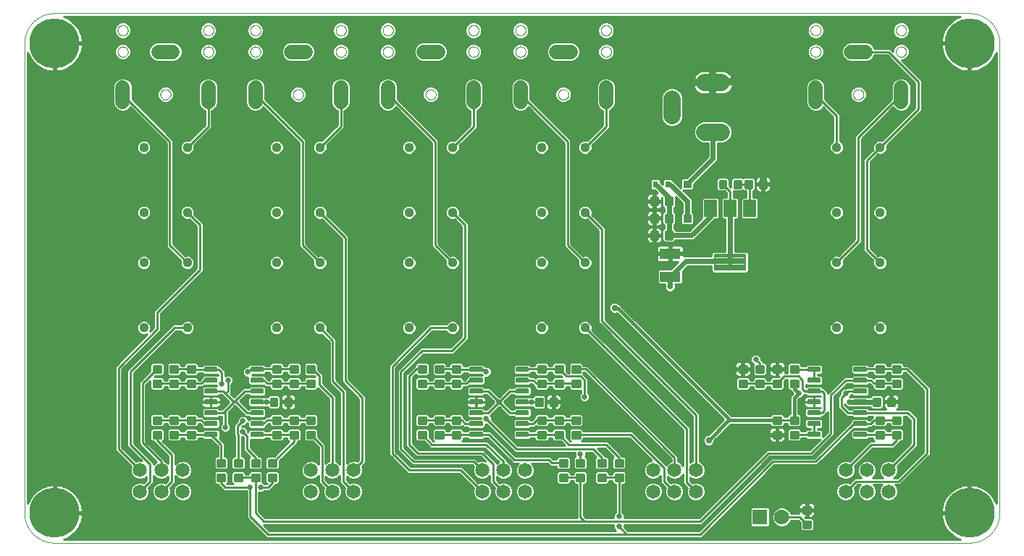
<source format=gtl>
G75*
%MOIN*%
%OFA0B0*%
%FSLAX25Y25*%
%IPPOS*%
%LPD*%
%AMOC8*
5,1,8,0,0,1.08239X$1,22.5*
%
%ADD10C,0.00000*%
%ADD11C,0.00984*%
%ADD12C,0.06496*%
%ADD13C,0.06600*%
%ADD14C,0.23000*%
%ADD15R,0.07000X0.07000*%
%ADD16C,0.07000*%
%ADD17C,0.04429*%
%ADD18C,0.00591*%
%ADD19C,0.07874*%
%ADD20C,0.00787*%
%ADD21R,0.09449X0.04724*%
%ADD22C,0.00354*%
%ADD23R,0.02362X0.03150*%
%ADD24C,0.02578*%
%ADD25C,0.01000*%
%ADD26C,0.03200*%
%ADD27C,0.02400*%
%ADD28C,0.02972*%
%ADD29C,0.01600*%
D10*
X0024622Y0040620D02*
X0445882Y0040620D01*
X0446215Y0040624D01*
X0446548Y0040636D01*
X0446880Y0040656D01*
X0447212Y0040684D01*
X0447543Y0040720D01*
X0447873Y0040765D01*
X0448202Y0040817D01*
X0448530Y0040877D01*
X0448856Y0040945D01*
X0449180Y0041020D01*
X0449502Y0041104D01*
X0449822Y0041195D01*
X0450140Y0041294D01*
X0450456Y0041401D01*
X0450768Y0041515D01*
X0451078Y0041637D01*
X0451385Y0041767D01*
X0451689Y0041903D01*
X0451989Y0042047D01*
X0452286Y0042198D01*
X0452579Y0042357D01*
X0452868Y0042522D01*
X0453153Y0042694D01*
X0453434Y0042873D01*
X0453710Y0043059D01*
X0453982Y0043252D01*
X0454249Y0043451D01*
X0454511Y0043656D01*
X0454768Y0043868D01*
X0455020Y0044086D01*
X0455266Y0044309D01*
X0455507Y0044539D01*
X0455743Y0044775D01*
X0455973Y0045016D01*
X0456196Y0045262D01*
X0456414Y0045514D01*
X0456626Y0045771D01*
X0456831Y0046033D01*
X0457030Y0046300D01*
X0457223Y0046572D01*
X0457409Y0046848D01*
X0457588Y0047129D01*
X0457760Y0047414D01*
X0457925Y0047703D01*
X0458084Y0047996D01*
X0458235Y0048293D01*
X0458379Y0048593D01*
X0458515Y0048897D01*
X0458645Y0049204D01*
X0458767Y0049514D01*
X0458881Y0049826D01*
X0458988Y0050142D01*
X0459087Y0050460D01*
X0459178Y0050780D01*
X0459262Y0051102D01*
X0459337Y0051426D01*
X0459405Y0051752D01*
X0459465Y0052080D01*
X0459517Y0052409D01*
X0459562Y0052739D01*
X0459598Y0053070D01*
X0459626Y0053402D01*
X0459646Y0053734D01*
X0459658Y0054067D01*
X0459662Y0054400D01*
X0459661Y0054400D02*
X0459661Y0270935D01*
X0459662Y0270935D02*
X0459658Y0271268D01*
X0459646Y0271601D01*
X0459626Y0271933D01*
X0459598Y0272265D01*
X0459562Y0272596D01*
X0459517Y0272926D01*
X0459465Y0273255D01*
X0459405Y0273583D01*
X0459337Y0273909D01*
X0459262Y0274233D01*
X0459178Y0274555D01*
X0459087Y0274875D01*
X0458988Y0275193D01*
X0458881Y0275509D01*
X0458767Y0275821D01*
X0458645Y0276131D01*
X0458515Y0276438D01*
X0458379Y0276742D01*
X0458235Y0277042D01*
X0458084Y0277339D01*
X0457925Y0277632D01*
X0457760Y0277921D01*
X0457588Y0278206D01*
X0457409Y0278487D01*
X0457223Y0278763D01*
X0457030Y0279035D01*
X0456831Y0279302D01*
X0456626Y0279564D01*
X0456414Y0279821D01*
X0456196Y0280073D01*
X0455973Y0280319D01*
X0455743Y0280560D01*
X0455507Y0280796D01*
X0455266Y0281026D01*
X0455020Y0281249D01*
X0454768Y0281467D01*
X0454511Y0281679D01*
X0454249Y0281884D01*
X0453982Y0282083D01*
X0453710Y0282276D01*
X0453434Y0282462D01*
X0453153Y0282641D01*
X0452868Y0282813D01*
X0452579Y0282978D01*
X0452286Y0283137D01*
X0451989Y0283288D01*
X0451689Y0283432D01*
X0451385Y0283568D01*
X0451078Y0283698D01*
X0450768Y0283820D01*
X0450456Y0283934D01*
X0450140Y0284041D01*
X0449822Y0284140D01*
X0449502Y0284231D01*
X0449180Y0284315D01*
X0448856Y0284390D01*
X0448530Y0284458D01*
X0448202Y0284518D01*
X0447873Y0284570D01*
X0447543Y0284615D01*
X0447212Y0284651D01*
X0446880Y0284679D01*
X0446548Y0284699D01*
X0446215Y0284711D01*
X0445882Y0284715D01*
X0024622Y0284715D01*
X0024289Y0284711D01*
X0023956Y0284699D01*
X0023624Y0284679D01*
X0023292Y0284651D01*
X0022961Y0284615D01*
X0022631Y0284570D01*
X0022302Y0284518D01*
X0021974Y0284458D01*
X0021648Y0284390D01*
X0021324Y0284315D01*
X0021002Y0284231D01*
X0020682Y0284140D01*
X0020364Y0284041D01*
X0020048Y0283934D01*
X0019736Y0283820D01*
X0019426Y0283698D01*
X0019119Y0283568D01*
X0018815Y0283432D01*
X0018515Y0283288D01*
X0018218Y0283137D01*
X0017925Y0282978D01*
X0017636Y0282813D01*
X0017351Y0282641D01*
X0017070Y0282462D01*
X0016794Y0282276D01*
X0016522Y0282083D01*
X0016255Y0281884D01*
X0015993Y0281679D01*
X0015736Y0281467D01*
X0015484Y0281249D01*
X0015238Y0281026D01*
X0014997Y0280796D01*
X0014761Y0280560D01*
X0014531Y0280319D01*
X0014308Y0280073D01*
X0014090Y0279821D01*
X0013878Y0279564D01*
X0013673Y0279302D01*
X0013474Y0279035D01*
X0013281Y0278763D01*
X0013095Y0278487D01*
X0012916Y0278206D01*
X0012744Y0277921D01*
X0012579Y0277632D01*
X0012420Y0277339D01*
X0012269Y0277042D01*
X0012125Y0276742D01*
X0011989Y0276438D01*
X0011859Y0276131D01*
X0011737Y0275821D01*
X0011623Y0275509D01*
X0011516Y0275193D01*
X0011417Y0274875D01*
X0011326Y0274555D01*
X0011242Y0274233D01*
X0011167Y0273909D01*
X0011099Y0273583D01*
X0011039Y0273255D01*
X0010987Y0272926D01*
X0010942Y0272596D01*
X0010906Y0272265D01*
X0010878Y0271933D01*
X0010858Y0271601D01*
X0010846Y0271268D01*
X0010842Y0270935D01*
X0010843Y0270935D02*
X0010843Y0054400D01*
X0010842Y0054400D02*
X0010846Y0054067D01*
X0010858Y0053734D01*
X0010878Y0053402D01*
X0010906Y0053070D01*
X0010942Y0052739D01*
X0010987Y0052409D01*
X0011039Y0052080D01*
X0011099Y0051752D01*
X0011167Y0051426D01*
X0011242Y0051102D01*
X0011326Y0050780D01*
X0011417Y0050460D01*
X0011516Y0050142D01*
X0011623Y0049826D01*
X0011737Y0049514D01*
X0011859Y0049204D01*
X0011989Y0048897D01*
X0012125Y0048593D01*
X0012269Y0048293D01*
X0012420Y0047996D01*
X0012579Y0047703D01*
X0012744Y0047414D01*
X0012916Y0047129D01*
X0013095Y0046848D01*
X0013281Y0046572D01*
X0013474Y0046300D01*
X0013673Y0046033D01*
X0013878Y0045771D01*
X0014090Y0045514D01*
X0014308Y0045262D01*
X0014531Y0045016D01*
X0014761Y0044775D01*
X0014997Y0044539D01*
X0015238Y0044309D01*
X0015484Y0044086D01*
X0015736Y0043868D01*
X0015993Y0043656D01*
X0016255Y0043451D01*
X0016522Y0043252D01*
X0016794Y0043059D01*
X0017070Y0042873D01*
X0017351Y0042694D01*
X0017636Y0042522D01*
X0017925Y0042357D01*
X0018218Y0042198D01*
X0018515Y0042047D01*
X0018815Y0041903D01*
X0019119Y0041767D01*
X0019426Y0041637D01*
X0019736Y0041515D01*
X0020048Y0041401D01*
X0020364Y0041294D01*
X0020682Y0041195D01*
X0021002Y0041104D01*
X0021324Y0041020D01*
X0021648Y0040945D01*
X0021974Y0040877D01*
X0022302Y0040817D01*
X0022631Y0040765D01*
X0022961Y0040720D01*
X0023292Y0040684D01*
X0023624Y0040656D01*
X0023956Y0040636D01*
X0024289Y0040624D01*
X0024622Y0040620D01*
X0073441Y0247313D02*
X0073443Y0247410D01*
X0073449Y0247507D01*
X0073459Y0247603D01*
X0073473Y0247699D01*
X0073491Y0247795D01*
X0073512Y0247889D01*
X0073538Y0247983D01*
X0073567Y0248075D01*
X0073601Y0248166D01*
X0073637Y0248256D01*
X0073678Y0248344D01*
X0073722Y0248430D01*
X0073770Y0248515D01*
X0073821Y0248597D01*
X0073875Y0248678D01*
X0073933Y0248756D01*
X0073994Y0248831D01*
X0074057Y0248904D01*
X0074124Y0248975D01*
X0074194Y0249042D01*
X0074266Y0249107D01*
X0074341Y0249168D01*
X0074419Y0249227D01*
X0074498Y0249282D01*
X0074580Y0249334D01*
X0074664Y0249382D01*
X0074750Y0249427D01*
X0074838Y0249469D01*
X0074927Y0249507D01*
X0075018Y0249541D01*
X0075110Y0249571D01*
X0075203Y0249598D01*
X0075298Y0249620D01*
X0075393Y0249639D01*
X0075489Y0249654D01*
X0075585Y0249665D01*
X0075682Y0249672D01*
X0075779Y0249675D01*
X0075876Y0249674D01*
X0075973Y0249669D01*
X0076069Y0249660D01*
X0076165Y0249647D01*
X0076261Y0249630D01*
X0076356Y0249609D01*
X0076449Y0249585D01*
X0076542Y0249556D01*
X0076634Y0249524D01*
X0076724Y0249488D01*
X0076812Y0249449D01*
X0076899Y0249405D01*
X0076984Y0249359D01*
X0077067Y0249308D01*
X0077148Y0249255D01*
X0077226Y0249198D01*
X0077303Y0249138D01*
X0077376Y0249075D01*
X0077447Y0249009D01*
X0077515Y0248940D01*
X0077581Y0248868D01*
X0077643Y0248794D01*
X0077702Y0248717D01*
X0077758Y0248638D01*
X0077811Y0248556D01*
X0077861Y0248473D01*
X0077906Y0248387D01*
X0077949Y0248300D01*
X0077988Y0248211D01*
X0078023Y0248121D01*
X0078054Y0248029D01*
X0078081Y0247936D01*
X0078105Y0247842D01*
X0078125Y0247747D01*
X0078141Y0247651D01*
X0078153Y0247555D01*
X0078161Y0247458D01*
X0078165Y0247361D01*
X0078165Y0247265D01*
X0078161Y0247168D01*
X0078153Y0247071D01*
X0078141Y0246975D01*
X0078125Y0246879D01*
X0078105Y0246784D01*
X0078081Y0246690D01*
X0078054Y0246597D01*
X0078023Y0246505D01*
X0077988Y0246415D01*
X0077949Y0246326D01*
X0077906Y0246239D01*
X0077861Y0246153D01*
X0077811Y0246070D01*
X0077758Y0245988D01*
X0077702Y0245909D01*
X0077643Y0245832D01*
X0077581Y0245758D01*
X0077515Y0245686D01*
X0077447Y0245617D01*
X0077376Y0245551D01*
X0077303Y0245488D01*
X0077226Y0245428D01*
X0077148Y0245371D01*
X0077067Y0245318D01*
X0076984Y0245267D01*
X0076899Y0245221D01*
X0076812Y0245177D01*
X0076724Y0245138D01*
X0076634Y0245102D01*
X0076542Y0245070D01*
X0076449Y0245041D01*
X0076356Y0245017D01*
X0076261Y0244996D01*
X0076165Y0244979D01*
X0076069Y0244966D01*
X0075973Y0244957D01*
X0075876Y0244952D01*
X0075779Y0244951D01*
X0075682Y0244954D01*
X0075585Y0244961D01*
X0075489Y0244972D01*
X0075393Y0244987D01*
X0075298Y0245006D01*
X0075203Y0245028D01*
X0075110Y0245055D01*
X0075018Y0245085D01*
X0074927Y0245119D01*
X0074838Y0245157D01*
X0074750Y0245199D01*
X0074664Y0245244D01*
X0074580Y0245292D01*
X0074498Y0245344D01*
X0074419Y0245399D01*
X0074341Y0245458D01*
X0074266Y0245519D01*
X0074194Y0245584D01*
X0074124Y0245651D01*
X0074057Y0245722D01*
X0073994Y0245795D01*
X0073933Y0245870D01*
X0073875Y0245948D01*
X0073821Y0246029D01*
X0073770Y0246111D01*
X0073722Y0246196D01*
X0073678Y0246282D01*
X0073637Y0246370D01*
X0073601Y0246460D01*
X0073567Y0246551D01*
X0073538Y0246643D01*
X0073512Y0246737D01*
X0073491Y0246831D01*
X0073473Y0246927D01*
X0073459Y0247023D01*
X0073449Y0247119D01*
X0073443Y0247216D01*
X0073441Y0247313D01*
X0053756Y0266998D02*
X0053758Y0267095D01*
X0053764Y0267192D01*
X0053774Y0267288D01*
X0053788Y0267384D01*
X0053806Y0267480D01*
X0053827Y0267574D01*
X0053853Y0267668D01*
X0053882Y0267760D01*
X0053916Y0267851D01*
X0053952Y0267941D01*
X0053993Y0268029D01*
X0054037Y0268115D01*
X0054085Y0268200D01*
X0054136Y0268282D01*
X0054190Y0268363D01*
X0054248Y0268441D01*
X0054309Y0268516D01*
X0054372Y0268589D01*
X0054439Y0268660D01*
X0054509Y0268727D01*
X0054581Y0268792D01*
X0054656Y0268853D01*
X0054734Y0268912D01*
X0054813Y0268967D01*
X0054895Y0269019D01*
X0054979Y0269067D01*
X0055065Y0269112D01*
X0055153Y0269154D01*
X0055242Y0269192D01*
X0055333Y0269226D01*
X0055425Y0269256D01*
X0055518Y0269283D01*
X0055613Y0269305D01*
X0055708Y0269324D01*
X0055804Y0269339D01*
X0055900Y0269350D01*
X0055997Y0269357D01*
X0056094Y0269360D01*
X0056191Y0269359D01*
X0056288Y0269354D01*
X0056384Y0269345D01*
X0056480Y0269332D01*
X0056576Y0269315D01*
X0056671Y0269294D01*
X0056764Y0269270D01*
X0056857Y0269241D01*
X0056949Y0269209D01*
X0057039Y0269173D01*
X0057127Y0269134D01*
X0057214Y0269090D01*
X0057299Y0269044D01*
X0057382Y0268993D01*
X0057463Y0268940D01*
X0057541Y0268883D01*
X0057618Y0268823D01*
X0057691Y0268760D01*
X0057762Y0268694D01*
X0057830Y0268625D01*
X0057896Y0268553D01*
X0057958Y0268479D01*
X0058017Y0268402D01*
X0058073Y0268323D01*
X0058126Y0268241D01*
X0058176Y0268158D01*
X0058221Y0268072D01*
X0058264Y0267985D01*
X0058303Y0267896D01*
X0058338Y0267806D01*
X0058369Y0267714D01*
X0058396Y0267621D01*
X0058420Y0267527D01*
X0058440Y0267432D01*
X0058456Y0267336D01*
X0058468Y0267240D01*
X0058476Y0267143D01*
X0058480Y0267046D01*
X0058480Y0266950D01*
X0058476Y0266853D01*
X0058468Y0266756D01*
X0058456Y0266660D01*
X0058440Y0266564D01*
X0058420Y0266469D01*
X0058396Y0266375D01*
X0058369Y0266282D01*
X0058338Y0266190D01*
X0058303Y0266100D01*
X0058264Y0266011D01*
X0058221Y0265924D01*
X0058176Y0265838D01*
X0058126Y0265755D01*
X0058073Y0265673D01*
X0058017Y0265594D01*
X0057958Y0265517D01*
X0057896Y0265443D01*
X0057830Y0265371D01*
X0057762Y0265302D01*
X0057691Y0265236D01*
X0057618Y0265173D01*
X0057541Y0265113D01*
X0057463Y0265056D01*
X0057382Y0265003D01*
X0057299Y0264952D01*
X0057214Y0264906D01*
X0057127Y0264862D01*
X0057039Y0264823D01*
X0056949Y0264787D01*
X0056857Y0264755D01*
X0056764Y0264726D01*
X0056671Y0264702D01*
X0056576Y0264681D01*
X0056480Y0264664D01*
X0056384Y0264651D01*
X0056288Y0264642D01*
X0056191Y0264637D01*
X0056094Y0264636D01*
X0055997Y0264639D01*
X0055900Y0264646D01*
X0055804Y0264657D01*
X0055708Y0264672D01*
X0055613Y0264691D01*
X0055518Y0264713D01*
X0055425Y0264740D01*
X0055333Y0264770D01*
X0055242Y0264804D01*
X0055153Y0264842D01*
X0055065Y0264884D01*
X0054979Y0264929D01*
X0054895Y0264977D01*
X0054813Y0265029D01*
X0054734Y0265084D01*
X0054656Y0265143D01*
X0054581Y0265204D01*
X0054509Y0265269D01*
X0054439Y0265336D01*
X0054372Y0265407D01*
X0054309Y0265480D01*
X0054248Y0265555D01*
X0054190Y0265633D01*
X0054136Y0265714D01*
X0054085Y0265796D01*
X0054037Y0265881D01*
X0053993Y0265967D01*
X0053952Y0266055D01*
X0053916Y0266145D01*
X0053882Y0266236D01*
X0053853Y0266328D01*
X0053827Y0266422D01*
X0053806Y0266516D01*
X0053788Y0266612D01*
X0053774Y0266708D01*
X0053764Y0266804D01*
X0053758Y0266901D01*
X0053756Y0266998D01*
X0053756Y0276841D02*
X0053758Y0276938D01*
X0053764Y0277035D01*
X0053774Y0277131D01*
X0053788Y0277227D01*
X0053806Y0277323D01*
X0053827Y0277417D01*
X0053853Y0277511D01*
X0053882Y0277603D01*
X0053916Y0277694D01*
X0053952Y0277784D01*
X0053993Y0277872D01*
X0054037Y0277958D01*
X0054085Y0278043D01*
X0054136Y0278125D01*
X0054190Y0278206D01*
X0054248Y0278284D01*
X0054309Y0278359D01*
X0054372Y0278432D01*
X0054439Y0278503D01*
X0054509Y0278570D01*
X0054581Y0278635D01*
X0054656Y0278696D01*
X0054734Y0278755D01*
X0054813Y0278810D01*
X0054895Y0278862D01*
X0054979Y0278910D01*
X0055065Y0278955D01*
X0055153Y0278997D01*
X0055242Y0279035D01*
X0055333Y0279069D01*
X0055425Y0279099D01*
X0055518Y0279126D01*
X0055613Y0279148D01*
X0055708Y0279167D01*
X0055804Y0279182D01*
X0055900Y0279193D01*
X0055997Y0279200D01*
X0056094Y0279203D01*
X0056191Y0279202D01*
X0056288Y0279197D01*
X0056384Y0279188D01*
X0056480Y0279175D01*
X0056576Y0279158D01*
X0056671Y0279137D01*
X0056764Y0279113D01*
X0056857Y0279084D01*
X0056949Y0279052D01*
X0057039Y0279016D01*
X0057127Y0278977D01*
X0057214Y0278933D01*
X0057299Y0278887D01*
X0057382Y0278836D01*
X0057463Y0278783D01*
X0057541Y0278726D01*
X0057618Y0278666D01*
X0057691Y0278603D01*
X0057762Y0278537D01*
X0057830Y0278468D01*
X0057896Y0278396D01*
X0057958Y0278322D01*
X0058017Y0278245D01*
X0058073Y0278166D01*
X0058126Y0278084D01*
X0058176Y0278001D01*
X0058221Y0277915D01*
X0058264Y0277828D01*
X0058303Y0277739D01*
X0058338Y0277649D01*
X0058369Y0277557D01*
X0058396Y0277464D01*
X0058420Y0277370D01*
X0058440Y0277275D01*
X0058456Y0277179D01*
X0058468Y0277083D01*
X0058476Y0276986D01*
X0058480Y0276889D01*
X0058480Y0276793D01*
X0058476Y0276696D01*
X0058468Y0276599D01*
X0058456Y0276503D01*
X0058440Y0276407D01*
X0058420Y0276312D01*
X0058396Y0276218D01*
X0058369Y0276125D01*
X0058338Y0276033D01*
X0058303Y0275943D01*
X0058264Y0275854D01*
X0058221Y0275767D01*
X0058176Y0275681D01*
X0058126Y0275598D01*
X0058073Y0275516D01*
X0058017Y0275437D01*
X0057958Y0275360D01*
X0057896Y0275286D01*
X0057830Y0275214D01*
X0057762Y0275145D01*
X0057691Y0275079D01*
X0057618Y0275016D01*
X0057541Y0274956D01*
X0057463Y0274899D01*
X0057382Y0274846D01*
X0057299Y0274795D01*
X0057214Y0274749D01*
X0057127Y0274705D01*
X0057039Y0274666D01*
X0056949Y0274630D01*
X0056857Y0274598D01*
X0056764Y0274569D01*
X0056671Y0274545D01*
X0056576Y0274524D01*
X0056480Y0274507D01*
X0056384Y0274494D01*
X0056288Y0274485D01*
X0056191Y0274480D01*
X0056094Y0274479D01*
X0055997Y0274482D01*
X0055900Y0274489D01*
X0055804Y0274500D01*
X0055708Y0274515D01*
X0055613Y0274534D01*
X0055518Y0274556D01*
X0055425Y0274583D01*
X0055333Y0274613D01*
X0055242Y0274647D01*
X0055153Y0274685D01*
X0055065Y0274727D01*
X0054979Y0274772D01*
X0054895Y0274820D01*
X0054813Y0274872D01*
X0054734Y0274927D01*
X0054656Y0274986D01*
X0054581Y0275047D01*
X0054509Y0275112D01*
X0054439Y0275179D01*
X0054372Y0275250D01*
X0054309Y0275323D01*
X0054248Y0275398D01*
X0054190Y0275476D01*
X0054136Y0275557D01*
X0054085Y0275639D01*
X0054037Y0275724D01*
X0053993Y0275810D01*
X0053952Y0275898D01*
X0053916Y0275988D01*
X0053882Y0276079D01*
X0053853Y0276171D01*
X0053827Y0276265D01*
X0053806Y0276359D01*
X0053788Y0276455D01*
X0053774Y0276551D01*
X0053764Y0276647D01*
X0053758Y0276744D01*
X0053756Y0276841D01*
X0093126Y0276841D02*
X0093128Y0276938D01*
X0093134Y0277035D01*
X0093144Y0277131D01*
X0093158Y0277227D01*
X0093176Y0277323D01*
X0093197Y0277417D01*
X0093223Y0277511D01*
X0093252Y0277603D01*
X0093286Y0277694D01*
X0093322Y0277784D01*
X0093363Y0277872D01*
X0093407Y0277958D01*
X0093455Y0278043D01*
X0093506Y0278125D01*
X0093560Y0278206D01*
X0093618Y0278284D01*
X0093679Y0278359D01*
X0093742Y0278432D01*
X0093809Y0278503D01*
X0093879Y0278570D01*
X0093951Y0278635D01*
X0094026Y0278696D01*
X0094104Y0278755D01*
X0094183Y0278810D01*
X0094265Y0278862D01*
X0094349Y0278910D01*
X0094435Y0278955D01*
X0094523Y0278997D01*
X0094612Y0279035D01*
X0094703Y0279069D01*
X0094795Y0279099D01*
X0094888Y0279126D01*
X0094983Y0279148D01*
X0095078Y0279167D01*
X0095174Y0279182D01*
X0095270Y0279193D01*
X0095367Y0279200D01*
X0095464Y0279203D01*
X0095561Y0279202D01*
X0095658Y0279197D01*
X0095754Y0279188D01*
X0095850Y0279175D01*
X0095946Y0279158D01*
X0096041Y0279137D01*
X0096134Y0279113D01*
X0096227Y0279084D01*
X0096319Y0279052D01*
X0096409Y0279016D01*
X0096497Y0278977D01*
X0096584Y0278933D01*
X0096669Y0278887D01*
X0096752Y0278836D01*
X0096833Y0278783D01*
X0096911Y0278726D01*
X0096988Y0278666D01*
X0097061Y0278603D01*
X0097132Y0278537D01*
X0097200Y0278468D01*
X0097266Y0278396D01*
X0097328Y0278322D01*
X0097387Y0278245D01*
X0097443Y0278166D01*
X0097496Y0278084D01*
X0097546Y0278001D01*
X0097591Y0277915D01*
X0097634Y0277828D01*
X0097673Y0277739D01*
X0097708Y0277649D01*
X0097739Y0277557D01*
X0097766Y0277464D01*
X0097790Y0277370D01*
X0097810Y0277275D01*
X0097826Y0277179D01*
X0097838Y0277083D01*
X0097846Y0276986D01*
X0097850Y0276889D01*
X0097850Y0276793D01*
X0097846Y0276696D01*
X0097838Y0276599D01*
X0097826Y0276503D01*
X0097810Y0276407D01*
X0097790Y0276312D01*
X0097766Y0276218D01*
X0097739Y0276125D01*
X0097708Y0276033D01*
X0097673Y0275943D01*
X0097634Y0275854D01*
X0097591Y0275767D01*
X0097546Y0275681D01*
X0097496Y0275598D01*
X0097443Y0275516D01*
X0097387Y0275437D01*
X0097328Y0275360D01*
X0097266Y0275286D01*
X0097200Y0275214D01*
X0097132Y0275145D01*
X0097061Y0275079D01*
X0096988Y0275016D01*
X0096911Y0274956D01*
X0096833Y0274899D01*
X0096752Y0274846D01*
X0096669Y0274795D01*
X0096584Y0274749D01*
X0096497Y0274705D01*
X0096409Y0274666D01*
X0096319Y0274630D01*
X0096227Y0274598D01*
X0096134Y0274569D01*
X0096041Y0274545D01*
X0095946Y0274524D01*
X0095850Y0274507D01*
X0095754Y0274494D01*
X0095658Y0274485D01*
X0095561Y0274480D01*
X0095464Y0274479D01*
X0095367Y0274482D01*
X0095270Y0274489D01*
X0095174Y0274500D01*
X0095078Y0274515D01*
X0094983Y0274534D01*
X0094888Y0274556D01*
X0094795Y0274583D01*
X0094703Y0274613D01*
X0094612Y0274647D01*
X0094523Y0274685D01*
X0094435Y0274727D01*
X0094349Y0274772D01*
X0094265Y0274820D01*
X0094183Y0274872D01*
X0094104Y0274927D01*
X0094026Y0274986D01*
X0093951Y0275047D01*
X0093879Y0275112D01*
X0093809Y0275179D01*
X0093742Y0275250D01*
X0093679Y0275323D01*
X0093618Y0275398D01*
X0093560Y0275476D01*
X0093506Y0275557D01*
X0093455Y0275639D01*
X0093407Y0275724D01*
X0093363Y0275810D01*
X0093322Y0275898D01*
X0093286Y0275988D01*
X0093252Y0276079D01*
X0093223Y0276171D01*
X0093197Y0276265D01*
X0093176Y0276359D01*
X0093158Y0276455D01*
X0093144Y0276551D01*
X0093134Y0276647D01*
X0093128Y0276744D01*
X0093126Y0276841D01*
X0093126Y0266998D02*
X0093128Y0267095D01*
X0093134Y0267192D01*
X0093144Y0267288D01*
X0093158Y0267384D01*
X0093176Y0267480D01*
X0093197Y0267574D01*
X0093223Y0267668D01*
X0093252Y0267760D01*
X0093286Y0267851D01*
X0093322Y0267941D01*
X0093363Y0268029D01*
X0093407Y0268115D01*
X0093455Y0268200D01*
X0093506Y0268282D01*
X0093560Y0268363D01*
X0093618Y0268441D01*
X0093679Y0268516D01*
X0093742Y0268589D01*
X0093809Y0268660D01*
X0093879Y0268727D01*
X0093951Y0268792D01*
X0094026Y0268853D01*
X0094104Y0268912D01*
X0094183Y0268967D01*
X0094265Y0269019D01*
X0094349Y0269067D01*
X0094435Y0269112D01*
X0094523Y0269154D01*
X0094612Y0269192D01*
X0094703Y0269226D01*
X0094795Y0269256D01*
X0094888Y0269283D01*
X0094983Y0269305D01*
X0095078Y0269324D01*
X0095174Y0269339D01*
X0095270Y0269350D01*
X0095367Y0269357D01*
X0095464Y0269360D01*
X0095561Y0269359D01*
X0095658Y0269354D01*
X0095754Y0269345D01*
X0095850Y0269332D01*
X0095946Y0269315D01*
X0096041Y0269294D01*
X0096134Y0269270D01*
X0096227Y0269241D01*
X0096319Y0269209D01*
X0096409Y0269173D01*
X0096497Y0269134D01*
X0096584Y0269090D01*
X0096669Y0269044D01*
X0096752Y0268993D01*
X0096833Y0268940D01*
X0096911Y0268883D01*
X0096988Y0268823D01*
X0097061Y0268760D01*
X0097132Y0268694D01*
X0097200Y0268625D01*
X0097266Y0268553D01*
X0097328Y0268479D01*
X0097387Y0268402D01*
X0097443Y0268323D01*
X0097496Y0268241D01*
X0097546Y0268158D01*
X0097591Y0268072D01*
X0097634Y0267985D01*
X0097673Y0267896D01*
X0097708Y0267806D01*
X0097739Y0267714D01*
X0097766Y0267621D01*
X0097790Y0267527D01*
X0097810Y0267432D01*
X0097826Y0267336D01*
X0097838Y0267240D01*
X0097846Y0267143D01*
X0097850Y0267046D01*
X0097850Y0266950D01*
X0097846Y0266853D01*
X0097838Y0266756D01*
X0097826Y0266660D01*
X0097810Y0266564D01*
X0097790Y0266469D01*
X0097766Y0266375D01*
X0097739Y0266282D01*
X0097708Y0266190D01*
X0097673Y0266100D01*
X0097634Y0266011D01*
X0097591Y0265924D01*
X0097546Y0265838D01*
X0097496Y0265755D01*
X0097443Y0265673D01*
X0097387Y0265594D01*
X0097328Y0265517D01*
X0097266Y0265443D01*
X0097200Y0265371D01*
X0097132Y0265302D01*
X0097061Y0265236D01*
X0096988Y0265173D01*
X0096911Y0265113D01*
X0096833Y0265056D01*
X0096752Y0265003D01*
X0096669Y0264952D01*
X0096584Y0264906D01*
X0096497Y0264862D01*
X0096409Y0264823D01*
X0096319Y0264787D01*
X0096227Y0264755D01*
X0096134Y0264726D01*
X0096041Y0264702D01*
X0095946Y0264681D01*
X0095850Y0264664D01*
X0095754Y0264651D01*
X0095658Y0264642D01*
X0095561Y0264637D01*
X0095464Y0264636D01*
X0095367Y0264639D01*
X0095270Y0264646D01*
X0095174Y0264657D01*
X0095078Y0264672D01*
X0094983Y0264691D01*
X0094888Y0264713D01*
X0094795Y0264740D01*
X0094703Y0264770D01*
X0094612Y0264804D01*
X0094523Y0264842D01*
X0094435Y0264884D01*
X0094349Y0264929D01*
X0094265Y0264977D01*
X0094183Y0265029D01*
X0094104Y0265084D01*
X0094026Y0265143D01*
X0093951Y0265204D01*
X0093879Y0265269D01*
X0093809Y0265336D01*
X0093742Y0265407D01*
X0093679Y0265480D01*
X0093618Y0265555D01*
X0093560Y0265633D01*
X0093506Y0265714D01*
X0093455Y0265796D01*
X0093407Y0265881D01*
X0093363Y0265967D01*
X0093322Y0266055D01*
X0093286Y0266145D01*
X0093252Y0266236D01*
X0093223Y0266328D01*
X0093197Y0266422D01*
X0093176Y0266516D01*
X0093158Y0266612D01*
X0093144Y0266708D01*
X0093134Y0266804D01*
X0093128Y0266901D01*
X0093126Y0266998D01*
X0114780Y0266998D02*
X0114782Y0267095D01*
X0114788Y0267192D01*
X0114798Y0267288D01*
X0114812Y0267384D01*
X0114830Y0267480D01*
X0114851Y0267574D01*
X0114877Y0267668D01*
X0114906Y0267760D01*
X0114940Y0267851D01*
X0114976Y0267941D01*
X0115017Y0268029D01*
X0115061Y0268115D01*
X0115109Y0268200D01*
X0115160Y0268282D01*
X0115214Y0268363D01*
X0115272Y0268441D01*
X0115333Y0268516D01*
X0115396Y0268589D01*
X0115463Y0268660D01*
X0115533Y0268727D01*
X0115605Y0268792D01*
X0115680Y0268853D01*
X0115758Y0268912D01*
X0115837Y0268967D01*
X0115919Y0269019D01*
X0116003Y0269067D01*
X0116089Y0269112D01*
X0116177Y0269154D01*
X0116266Y0269192D01*
X0116357Y0269226D01*
X0116449Y0269256D01*
X0116542Y0269283D01*
X0116637Y0269305D01*
X0116732Y0269324D01*
X0116828Y0269339D01*
X0116924Y0269350D01*
X0117021Y0269357D01*
X0117118Y0269360D01*
X0117215Y0269359D01*
X0117312Y0269354D01*
X0117408Y0269345D01*
X0117504Y0269332D01*
X0117600Y0269315D01*
X0117695Y0269294D01*
X0117788Y0269270D01*
X0117881Y0269241D01*
X0117973Y0269209D01*
X0118063Y0269173D01*
X0118151Y0269134D01*
X0118238Y0269090D01*
X0118323Y0269044D01*
X0118406Y0268993D01*
X0118487Y0268940D01*
X0118565Y0268883D01*
X0118642Y0268823D01*
X0118715Y0268760D01*
X0118786Y0268694D01*
X0118854Y0268625D01*
X0118920Y0268553D01*
X0118982Y0268479D01*
X0119041Y0268402D01*
X0119097Y0268323D01*
X0119150Y0268241D01*
X0119200Y0268158D01*
X0119245Y0268072D01*
X0119288Y0267985D01*
X0119327Y0267896D01*
X0119362Y0267806D01*
X0119393Y0267714D01*
X0119420Y0267621D01*
X0119444Y0267527D01*
X0119464Y0267432D01*
X0119480Y0267336D01*
X0119492Y0267240D01*
X0119500Y0267143D01*
X0119504Y0267046D01*
X0119504Y0266950D01*
X0119500Y0266853D01*
X0119492Y0266756D01*
X0119480Y0266660D01*
X0119464Y0266564D01*
X0119444Y0266469D01*
X0119420Y0266375D01*
X0119393Y0266282D01*
X0119362Y0266190D01*
X0119327Y0266100D01*
X0119288Y0266011D01*
X0119245Y0265924D01*
X0119200Y0265838D01*
X0119150Y0265755D01*
X0119097Y0265673D01*
X0119041Y0265594D01*
X0118982Y0265517D01*
X0118920Y0265443D01*
X0118854Y0265371D01*
X0118786Y0265302D01*
X0118715Y0265236D01*
X0118642Y0265173D01*
X0118565Y0265113D01*
X0118487Y0265056D01*
X0118406Y0265003D01*
X0118323Y0264952D01*
X0118238Y0264906D01*
X0118151Y0264862D01*
X0118063Y0264823D01*
X0117973Y0264787D01*
X0117881Y0264755D01*
X0117788Y0264726D01*
X0117695Y0264702D01*
X0117600Y0264681D01*
X0117504Y0264664D01*
X0117408Y0264651D01*
X0117312Y0264642D01*
X0117215Y0264637D01*
X0117118Y0264636D01*
X0117021Y0264639D01*
X0116924Y0264646D01*
X0116828Y0264657D01*
X0116732Y0264672D01*
X0116637Y0264691D01*
X0116542Y0264713D01*
X0116449Y0264740D01*
X0116357Y0264770D01*
X0116266Y0264804D01*
X0116177Y0264842D01*
X0116089Y0264884D01*
X0116003Y0264929D01*
X0115919Y0264977D01*
X0115837Y0265029D01*
X0115758Y0265084D01*
X0115680Y0265143D01*
X0115605Y0265204D01*
X0115533Y0265269D01*
X0115463Y0265336D01*
X0115396Y0265407D01*
X0115333Y0265480D01*
X0115272Y0265555D01*
X0115214Y0265633D01*
X0115160Y0265714D01*
X0115109Y0265796D01*
X0115061Y0265881D01*
X0115017Y0265967D01*
X0114976Y0266055D01*
X0114940Y0266145D01*
X0114906Y0266236D01*
X0114877Y0266328D01*
X0114851Y0266422D01*
X0114830Y0266516D01*
X0114812Y0266612D01*
X0114798Y0266708D01*
X0114788Y0266804D01*
X0114782Y0266901D01*
X0114780Y0266998D01*
X0114780Y0276841D02*
X0114782Y0276938D01*
X0114788Y0277035D01*
X0114798Y0277131D01*
X0114812Y0277227D01*
X0114830Y0277323D01*
X0114851Y0277417D01*
X0114877Y0277511D01*
X0114906Y0277603D01*
X0114940Y0277694D01*
X0114976Y0277784D01*
X0115017Y0277872D01*
X0115061Y0277958D01*
X0115109Y0278043D01*
X0115160Y0278125D01*
X0115214Y0278206D01*
X0115272Y0278284D01*
X0115333Y0278359D01*
X0115396Y0278432D01*
X0115463Y0278503D01*
X0115533Y0278570D01*
X0115605Y0278635D01*
X0115680Y0278696D01*
X0115758Y0278755D01*
X0115837Y0278810D01*
X0115919Y0278862D01*
X0116003Y0278910D01*
X0116089Y0278955D01*
X0116177Y0278997D01*
X0116266Y0279035D01*
X0116357Y0279069D01*
X0116449Y0279099D01*
X0116542Y0279126D01*
X0116637Y0279148D01*
X0116732Y0279167D01*
X0116828Y0279182D01*
X0116924Y0279193D01*
X0117021Y0279200D01*
X0117118Y0279203D01*
X0117215Y0279202D01*
X0117312Y0279197D01*
X0117408Y0279188D01*
X0117504Y0279175D01*
X0117600Y0279158D01*
X0117695Y0279137D01*
X0117788Y0279113D01*
X0117881Y0279084D01*
X0117973Y0279052D01*
X0118063Y0279016D01*
X0118151Y0278977D01*
X0118238Y0278933D01*
X0118323Y0278887D01*
X0118406Y0278836D01*
X0118487Y0278783D01*
X0118565Y0278726D01*
X0118642Y0278666D01*
X0118715Y0278603D01*
X0118786Y0278537D01*
X0118854Y0278468D01*
X0118920Y0278396D01*
X0118982Y0278322D01*
X0119041Y0278245D01*
X0119097Y0278166D01*
X0119150Y0278084D01*
X0119200Y0278001D01*
X0119245Y0277915D01*
X0119288Y0277828D01*
X0119327Y0277739D01*
X0119362Y0277649D01*
X0119393Y0277557D01*
X0119420Y0277464D01*
X0119444Y0277370D01*
X0119464Y0277275D01*
X0119480Y0277179D01*
X0119492Y0277083D01*
X0119500Y0276986D01*
X0119504Y0276889D01*
X0119504Y0276793D01*
X0119500Y0276696D01*
X0119492Y0276599D01*
X0119480Y0276503D01*
X0119464Y0276407D01*
X0119444Y0276312D01*
X0119420Y0276218D01*
X0119393Y0276125D01*
X0119362Y0276033D01*
X0119327Y0275943D01*
X0119288Y0275854D01*
X0119245Y0275767D01*
X0119200Y0275681D01*
X0119150Y0275598D01*
X0119097Y0275516D01*
X0119041Y0275437D01*
X0118982Y0275360D01*
X0118920Y0275286D01*
X0118854Y0275214D01*
X0118786Y0275145D01*
X0118715Y0275079D01*
X0118642Y0275016D01*
X0118565Y0274956D01*
X0118487Y0274899D01*
X0118406Y0274846D01*
X0118323Y0274795D01*
X0118238Y0274749D01*
X0118151Y0274705D01*
X0118063Y0274666D01*
X0117973Y0274630D01*
X0117881Y0274598D01*
X0117788Y0274569D01*
X0117695Y0274545D01*
X0117600Y0274524D01*
X0117504Y0274507D01*
X0117408Y0274494D01*
X0117312Y0274485D01*
X0117215Y0274480D01*
X0117118Y0274479D01*
X0117021Y0274482D01*
X0116924Y0274489D01*
X0116828Y0274500D01*
X0116732Y0274515D01*
X0116637Y0274534D01*
X0116542Y0274556D01*
X0116449Y0274583D01*
X0116357Y0274613D01*
X0116266Y0274647D01*
X0116177Y0274685D01*
X0116089Y0274727D01*
X0116003Y0274772D01*
X0115919Y0274820D01*
X0115837Y0274872D01*
X0115758Y0274927D01*
X0115680Y0274986D01*
X0115605Y0275047D01*
X0115533Y0275112D01*
X0115463Y0275179D01*
X0115396Y0275250D01*
X0115333Y0275323D01*
X0115272Y0275398D01*
X0115214Y0275476D01*
X0115160Y0275557D01*
X0115109Y0275639D01*
X0115061Y0275724D01*
X0115017Y0275810D01*
X0114976Y0275898D01*
X0114940Y0275988D01*
X0114906Y0276079D01*
X0114877Y0276171D01*
X0114851Y0276265D01*
X0114830Y0276359D01*
X0114812Y0276455D01*
X0114798Y0276551D01*
X0114788Y0276647D01*
X0114782Y0276744D01*
X0114780Y0276841D01*
X0154150Y0276841D02*
X0154152Y0276938D01*
X0154158Y0277035D01*
X0154168Y0277131D01*
X0154182Y0277227D01*
X0154200Y0277323D01*
X0154221Y0277417D01*
X0154247Y0277511D01*
X0154276Y0277603D01*
X0154310Y0277694D01*
X0154346Y0277784D01*
X0154387Y0277872D01*
X0154431Y0277958D01*
X0154479Y0278043D01*
X0154530Y0278125D01*
X0154584Y0278206D01*
X0154642Y0278284D01*
X0154703Y0278359D01*
X0154766Y0278432D01*
X0154833Y0278503D01*
X0154903Y0278570D01*
X0154975Y0278635D01*
X0155050Y0278696D01*
X0155128Y0278755D01*
X0155207Y0278810D01*
X0155289Y0278862D01*
X0155373Y0278910D01*
X0155459Y0278955D01*
X0155547Y0278997D01*
X0155636Y0279035D01*
X0155727Y0279069D01*
X0155819Y0279099D01*
X0155912Y0279126D01*
X0156007Y0279148D01*
X0156102Y0279167D01*
X0156198Y0279182D01*
X0156294Y0279193D01*
X0156391Y0279200D01*
X0156488Y0279203D01*
X0156585Y0279202D01*
X0156682Y0279197D01*
X0156778Y0279188D01*
X0156874Y0279175D01*
X0156970Y0279158D01*
X0157065Y0279137D01*
X0157158Y0279113D01*
X0157251Y0279084D01*
X0157343Y0279052D01*
X0157433Y0279016D01*
X0157521Y0278977D01*
X0157608Y0278933D01*
X0157693Y0278887D01*
X0157776Y0278836D01*
X0157857Y0278783D01*
X0157935Y0278726D01*
X0158012Y0278666D01*
X0158085Y0278603D01*
X0158156Y0278537D01*
X0158224Y0278468D01*
X0158290Y0278396D01*
X0158352Y0278322D01*
X0158411Y0278245D01*
X0158467Y0278166D01*
X0158520Y0278084D01*
X0158570Y0278001D01*
X0158615Y0277915D01*
X0158658Y0277828D01*
X0158697Y0277739D01*
X0158732Y0277649D01*
X0158763Y0277557D01*
X0158790Y0277464D01*
X0158814Y0277370D01*
X0158834Y0277275D01*
X0158850Y0277179D01*
X0158862Y0277083D01*
X0158870Y0276986D01*
X0158874Y0276889D01*
X0158874Y0276793D01*
X0158870Y0276696D01*
X0158862Y0276599D01*
X0158850Y0276503D01*
X0158834Y0276407D01*
X0158814Y0276312D01*
X0158790Y0276218D01*
X0158763Y0276125D01*
X0158732Y0276033D01*
X0158697Y0275943D01*
X0158658Y0275854D01*
X0158615Y0275767D01*
X0158570Y0275681D01*
X0158520Y0275598D01*
X0158467Y0275516D01*
X0158411Y0275437D01*
X0158352Y0275360D01*
X0158290Y0275286D01*
X0158224Y0275214D01*
X0158156Y0275145D01*
X0158085Y0275079D01*
X0158012Y0275016D01*
X0157935Y0274956D01*
X0157857Y0274899D01*
X0157776Y0274846D01*
X0157693Y0274795D01*
X0157608Y0274749D01*
X0157521Y0274705D01*
X0157433Y0274666D01*
X0157343Y0274630D01*
X0157251Y0274598D01*
X0157158Y0274569D01*
X0157065Y0274545D01*
X0156970Y0274524D01*
X0156874Y0274507D01*
X0156778Y0274494D01*
X0156682Y0274485D01*
X0156585Y0274480D01*
X0156488Y0274479D01*
X0156391Y0274482D01*
X0156294Y0274489D01*
X0156198Y0274500D01*
X0156102Y0274515D01*
X0156007Y0274534D01*
X0155912Y0274556D01*
X0155819Y0274583D01*
X0155727Y0274613D01*
X0155636Y0274647D01*
X0155547Y0274685D01*
X0155459Y0274727D01*
X0155373Y0274772D01*
X0155289Y0274820D01*
X0155207Y0274872D01*
X0155128Y0274927D01*
X0155050Y0274986D01*
X0154975Y0275047D01*
X0154903Y0275112D01*
X0154833Y0275179D01*
X0154766Y0275250D01*
X0154703Y0275323D01*
X0154642Y0275398D01*
X0154584Y0275476D01*
X0154530Y0275557D01*
X0154479Y0275639D01*
X0154431Y0275724D01*
X0154387Y0275810D01*
X0154346Y0275898D01*
X0154310Y0275988D01*
X0154276Y0276079D01*
X0154247Y0276171D01*
X0154221Y0276265D01*
X0154200Y0276359D01*
X0154182Y0276455D01*
X0154168Y0276551D01*
X0154158Y0276647D01*
X0154152Y0276744D01*
X0154150Y0276841D01*
X0154150Y0266998D02*
X0154152Y0267095D01*
X0154158Y0267192D01*
X0154168Y0267288D01*
X0154182Y0267384D01*
X0154200Y0267480D01*
X0154221Y0267574D01*
X0154247Y0267668D01*
X0154276Y0267760D01*
X0154310Y0267851D01*
X0154346Y0267941D01*
X0154387Y0268029D01*
X0154431Y0268115D01*
X0154479Y0268200D01*
X0154530Y0268282D01*
X0154584Y0268363D01*
X0154642Y0268441D01*
X0154703Y0268516D01*
X0154766Y0268589D01*
X0154833Y0268660D01*
X0154903Y0268727D01*
X0154975Y0268792D01*
X0155050Y0268853D01*
X0155128Y0268912D01*
X0155207Y0268967D01*
X0155289Y0269019D01*
X0155373Y0269067D01*
X0155459Y0269112D01*
X0155547Y0269154D01*
X0155636Y0269192D01*
X0155727Y0269226D01*
X0155819Y0269256D01*
X0155912Y0269283D01*
X0156007Y0269305D01*
X0156102Y0269324D01*
X0156198Y0269339D01*
X0156294Y0269350D01*
X0156391Y0269357D01*
X0156488Y0269360D01*
X0156585Y0269359D01*
X0156682Y0269354D01*
X0156778Y0269345D01*
X0156874Y0269332D01*
X0156970Y0269315D01*
X0157065Y0269294D01*
X0157158Y0269270D01*
X0157251Y0269241D01*
X0157343Y0269209D01*
X0157433Y0269173D01*
X0157521Y0269134D01*
X0157608Y0269090D01*
X0157693Y0269044D01*
X0157776Y0268993D01*
X0157857Y0268940D01*
X0157935Y0268883D01*
X0158012Y0268823D01*
X0158085Y0268760D01*
X0158156Y0268694D01*
X0158224Y0268625D01*
X0158290Y0268553D01*
X0158352Y0268479D01*
X0158411Y0268402D01*
X0158467Y0268323D01*
X0158520Y0268241D01*
X0158570Y0268158D01*
X0158615Y0268072D01*
X0158658Y0267985D01*
X0158697Y0267896D01*
X0158732Y0267806D01*
X0158763Y0267714D01*
X0158790Y0267621D01*
X0158814Y0267527D01*
X0158834Y0267432D01*
X0158850Y0267336D01*
X0158862Y0267240D01*
X0158870Y0267143D01*
X0158874Y0267046D01*
X0158874Y0266950D01*
X0158870Y0266853D01*
X0158862Y0266756D01*
X0158850Y0266660D01*
X0158834Y0266564D01*
X0158814Y0266469D01*
X0158790Y0266375D01*
X0158763Y0266282D01*
X0158732Y0266190D01*
X0158697Y0266100D01*
X0158658Y0266011D01*
X0158615Y0265924D01*
X0158570Y0265838D01*
X0158520Y0265755D01*
X0158467Y0265673D01*
X0158411Y0265594D01*
X0158352Y0265517D01*
X0158290Y0265443D01*
X0158224Y0265371D01*
X0158156Y0265302D01*
X0158085Y0265236D01*
X0158012Y0265173D01*
X0157935Y0265113D01*
X0157857Y0265056D01*
X0157776Y0265003D01*
X0157693Y0264952D01*
X0157608Y0264906D01*
X0157521Y0264862D01*
X0157433Y0264823D01*
X0157343Y0264787D01*
X0157251Y0264755D01*
X0157158Y0264726D01*
X0157065Y0264702D01*
X0156970Y0264681D01*
X0156874Y0264664D01*
X0156778Y0264651D01*
X0156682Y0264642D01*
X0156585Y0264637D01*
X0156488Y0264636D01*
X0156391Y0264639D01*
X0156294Y0264646D01*
X0156198Y0264657D01*
X0156102Y0264672D01*
X0156007Y0264691D01*
X0155912Y0264713D01*
X0155819Y0264740D01*
X0155727Y0264770D01*
X0155636Y0264804D01*
X0155547Y0264842D01*
X0155459Y0264884D01*
X0155373Y0264929D01*
X0155289Y0264977D01*
X0155207Y0265029D01*
X0155128Y0265084D01*
X0155050Y0265143D01*
X0154975Y0265204D01*
X0154903Y0265269D01*
X0154833Y0265336D01*
X0154766Y0265407D01*
X0154703Y0265480D01*
X0154642Y0265555D01*
X0154584Y0265633D01*
X0154530Y0265714D01*
X0154479Y0265796D01*
X0154431Y0265881D01*
X0154387Y0265967D01*
X0154346Y0266055D01*
X0154310Y0266145D01*
X0154276Y0266236D01*
X0154247Y0266328D01*
X0154221Y0266422D01*
X0154200Y0266516D01*
X0154182Y0266612D01*
X0154168Y0266708D01*
X0154158Y0266804D01*
X0154152Y0266901D01*
X0154150Y0266998D01*
X0175803Y0266998D02*
X0175805Y0267095D01*
X0175811Y0267192D01*
X0175821Y0267288D01*
X0175835Y0267384D01*
X0175853Y0267480D01*
X0175874Y0267574D01*
X0175900Y0267668D01*
X0175929Y0267760D01*
X0175963Y0267851D01*
X0175999Y0267941D01*
X0176040Y0268029D01*
X0176084Y0268115D01*
X0176132Y0268200D01*
X0176183Y0268282D01*
X0176237Y0268363D01*
X0176295Y0268441D01*
X0176356Y0268516D01*
X0176419Y0268589D01*
X0176486Y0268660D01*
X0176556Y0268727D01*
X0176628Y0268792D01*
X0176703Y0268853D01*
X0176781Y0268912D01*
X0176860Y0268967D01*
X0176942Y0269019D01*
X0177026Y0269067D01*
X0177112Y0269112D01*
X0177200Y0269154D01*
X0177289Y0269192D01*
X0177380Y0269226D01*
X0177472Y0269256D01*
X0177565Y0269283D01*
X0177660Y0269305D01*
X0177755Y0269324D01*
X0177851Y0269339D01*
X0177947Y0269350D01*
X0178044Y0269357D01*
X0178141Y0269360D01*
X0178238Y0269359D01*
X0178335Y0269354D01*
X0178431Y0269345D01*
X0178527Y0269332D01*
X0178623Y0269315D01*
X0178718Y0269294D01*
X0178811Y0269270D01*
X0178904Y0269241D01*
X0178996Y0269209D01*
X0179086Y0269173D01*
X0179174Y0269134D01*
X0179261Y0269090D01*
X0179346Y0269044D01*
X0179429Y0268993D01*
X0179510Y0268940D01*
X0179588Y0268883D01*
X0179665Y0268823D01*
X0179738Y0268760D01*
X0179809Y0268694D01*
X0179877Y0268625D01*
X0179943Y0268553D01*
X0180005Y0268479D01*
X0180064Y0268402D01*
X0180120Y0268323D01*
X0180173Y0268241D01*
X0180223Y0268158D01*
X0180268Y0268072D01*
X0180311Y0267985D01*
X0180350Y0267896D01*
X0180385Y0267806D01*
X0180416Y0267714D01*
X0180443Y0267621D01*
X0180467Y0267527D01*
X0180487Y0267432D01*
X0180503Y0267336D01*
X0180515Y0267240D01*
X0180523Y0267143D01*
X0180527Y0267046D01*
X0180527Y0266950D01*
X0180523Y0266853D01*
X0180515Y0266756D01*
X0180503Y0266660D01*
X0180487Y0266564D01*
X0180467Y0266469D01*
X0180443Y0266375D01*
X0180416Y0266282D01*
X0180385Y0266190D01*
X0180350Y0266100D01*
X0180311Y0266011D01*
X0180268Y0265924D01*
X0180223Y0265838D01*
X0180173Y0265755D01*
X0180120Y0265673D01*
X0180064Y0265594D01*
X0180005Y0265517D01*
X0179943Y0265443D01*
X0179877Y0265371D01*
X0179809Y0265302D01*
X0179738Y0265236D01*
X0179665Y0265173D01*
X0179588Y0265113D01*
X0179510Y0265056D01*
X0179429Y0265003D01*
X0179346Y0264952D01*
X0179261Y0264906D01*
X0179174Y0264862D01*
X0179086Y0264823D01*
X0178996Y0264787D01*
X0178904Y0264755D01*
X0178811Y0264726D01*
X0178718Y0264702D01*
X0178623Y0264681D01*
X0178527Y0264664D01*
X0178431Y0264651D01*
X0178335Y0264642D01*
X0178238Y0264637D01*
X0178141Y0264636D01*
X0178044Y0264639D01*
X0177947Y0264646D01*
X0177851Y0264657D01*
X0177755Y0264672D01*
X0177660Y0264691D01*
X0177565Y0264713D01*
X0177472Y0264740D01*
X0177380Y0264770D01*
X0177289Y0264804D01*
X0177200Y0264842D01*
X0177112Y0264884D01*
X0177026Y0264929D01*
X0176942Y0264977D01*
X0176860Y0265029D01*
X0176781Y0265084D01*
X0176703Y0265143D01*
X0176628Y0265204D01*
X0176556Y0265269D01*
X0176486Y0265336D01*
X0176419Y0265407D01*
X0176356Y0265480D01*
X0176295Y0265555D01*
X0176237Y0265633D01*
X0176183Y0265714D01*
X0176132Y0265796D01*
X0176084Y0265881D01*
X0176040Y0265967D01*
X0175999Y0266055D01*
X0175963Y0266145D01*
X0175929Y0266236D01*
X0175900Y0266328D01*
X0175874Y0266422D01*
X0175853Y0266516D01*
X0175835Y0266612D01*
X0175821Y0266708D01*
X0175811Y0266804D01*
X0175805Y0266901D01*
X0175803Y0266998D01*
X0175803Y0276841D02*
X0175805Y0276938D01*
X0175811Y0277035D01*
X0175821Y0277131D01*
X0175835Y0277227D01*
X0175853Y0277323D01*
X0175874Y0277417D01*
X0175900Y0277511D01*
X0175929Y0277603D01*
X0175963Y0277694D01*
X0175999Y0277784D01*
X0176040Y0277872D01*
X0176084Y0277958D01*
X0176132Y0278043D01*
X0176183Y0278125D01*
X0176237Y0278206D01*
X0176295Y0278284D01*
X0176356Y0278359D01*
X0176419Y0278432D01*
X0176486Y0278503D01*
X0176556Y0278570D01*
X0176628Y0278635D01*
X0176703Y0278696D01*
X0176781Y0278755D01*
X0176860Y0278810D01*
X0176942Y0278862D01*
X0177026Y0278910D01*
X0177112Y0278955D01*
X0177200Y0278997D01*
X0177289Y0279035D01*
X0177380Y0279069D01*
X0177472Y0279099D01*
X0177565Y0279126D01*
X0177660Y0279148D01*
X0177755Y0279167D01*
X0177851Y0279182D01*
X0177947Y0279193D01*
X0178044Y0279200D01*
X0178141Y0279203D01*
X0178238Y0279202D01*
X0178335Y0279197D01*
X0178431Y0279188D01*
X0178527Y0279175D01*
X0178623Y0279158D01*
X0178718Y0279137D01*
X0178811Y0279113D01*
X0178904Y0279084D01*
X0178996Y0279052D01*
X0179086Y0279016D01*
X0179174Y0278977D01*
X0179261Y0278933D01*
X0179346Y0278887D01*
X0179429Y0278836D01*
X0179510Y0278783D01*
X0179588Y0278726D01*
X0179665Y0278666D01*
X0179738Y0278603D01*
X0179809Y0278537D01*
X0179877Y0278468D01*
X0179943Y0278396D01*
X0180005Y0278322D01*
X0180064Y0278245D01*
X0180120Y0278166D01*
X0180173Y0278084D01*
X0180223Y0278001D01*
X0180268Y0277915D01*
X0180311Y0277828D01*
X0180350Y0277739D01*
X0180385Y0277649D01*
X0180416Y0277557D01*
X0180443Y0277464D01*
X0180467Y0277370D01*
X0180487Y0277275D01*
X0180503Y0277179D01*
X0180515Y0277083D01*
X0180523Y0276986D01*
X0180527Y0276889D01*
X0180527Y0276793D01*
X0180523Y0276696D01*
X0180515Y0276599D01*
X0180503Y0276503D01*
X0180487Y0276407D01*
X0180467Y0276312D01*
X0180443Y0276218D01*
X0180416Y0276125D01*
X0180385Y0276033D01*
X0180350Y0275943D01*
X0180311Y0275854D01*
X0180268Y0275767D01*
X0180223Y0275681D01*
X0180173Y0275598D01*
X0180120Y0275516D01*
X0180064Y0275437D01*
X0180005Y0275360D01*
X0179943Y0275286D01*
X0179877Y0275214D01*
X0179809Y0275145D01*
X0179738Y0275079D01*
X0179665Y0275016D01*
X0179588Y0274956D01*
X0179510Y0274899D01*
X0179429Y0274846D01*
X0179346Y0274795D01*
X0179261Y0274749D01*
X0179174Y0274705D01*
X0179086Y0274666D01*
X0178996Y0274630D01*
X0178904Y0274598D01*
X0178811Y0274569D01*
X0178718Y0274545D01*
X0178623Y0274524D01*
X0178527Y0274507D01*
X0178431Y0274494D01*
X0178335Y0274485D01*
X0178238Y0274480D01*
X0178141Y0274479D01*
X0178044Y0274482D01*
X0177947Y0274489D01*
X0177851Y0274500D01*
X0177755Y0274515D01*
X0177660Y0274534D01*
X0177565Y0274556D01*
X0177472Y0274583D01*
X0177380Y0274613D01*
X0177289Y0274647D01*
X0177200Y0274685D01*
X0177112Y0274727D01*
X0177026Y0274772D01*
X0176942Y0274820D01*
X0176860Y0274872D01*
X0176781Y0274927D01*
X0176703Y0274986D01*
X0176628Y0275047D01*
X0176556Y0275112D01*
X0176486Y0275179D01*
X0176419Y0275250D01*
X0176356Y0275323D01*
X0176295Y0275398D01*
X0176237Y0275476D01*
X0176183Y0275557D01*
X0176132Y0275639D01*
X0176084Y0275724D01*
X0176040Y0275810D01*
X0175999Y0275898D01*
X0175963Y0275988D01*
X0175929Y0276079D01*
X0175900Y0276171D01*
X0175874Y0276265D01*
X0175853Y0276359D01*
X0175835Y0276455D01*
X0175821Y0276551D01*
X0175811Y0276647D01*
X0175805Y0276744D01*
X0175803Y0276841D01*
X0215173Y0276841D02*
X0215175Y0276938D01*
X0215181Y0277035D01*
X0215191Y0277131D01*
X0215205Y0277227D01*
X0215223Y0277323D01*
X0215244Y0277417D01*
X0215270Y0277511D01*
X0215299Y0277603D01*
X0215333Y0277694D01*
X0215369Y0277784D01*
X0215410Y0277872D01*
X0215454Y0277958D01*
X0215502Y0278043D01*
X0215553Y0278125D01*
X0215607Y0278206D01*
X0215665Y0278284D01*
X0215726Y0278359D01*
X0215789Y0278432D01*
X0215856Y0278503D01*
X0215926Y0278570D01*
X0215998Y0278635D01*
X0216073Y0278696D01*
X0216151Y0278755D01*
X0216230Y0278810D01*
X0216312Y0278862D01*
X0216396Y0278910D01*
X0216482Y0278955D01*
X0216570Y0278997D01*
X0216659Y0279035D01*
X0216750Y0279069D01*
X0216842Y0279099D01*
X0216935Y0279126D01*
X0217030Y0279148D01*
X0217125Y0279167D01*
X0217221Y0279182D01*
X0217317Y0279193D01*
X0217414Y0279200D01*
X0217511Y0279203D01*
X0217608Y0279202D01*
X0217705Y0279197D01*
X0217801Y0279188D01*
X0217897Y0279175D01*
X0217993Y0279158D01*
X0218088Y0279137D01*
X0218181Y0279113D01*
X0218274Y0279084D01*
X0218366Y0279052D01*
X0218456Y0279016D01*
X0218544Y0278977D01*
X0218631Y0278933D01*
X0218716Y0278887D01*
X0218799Y0278836D01*
X0218880Y0278783D01*
X0218958Y0278726D01*
X0219035Y0278666D01*
X0219108Y0278603D01*
X0219179Y0278537D01*
X0219247Y0278468D01*
X0219313Y0278396D01*
X0219375Y0278322D01*
X0219434Y0278245D01*
X0219490Y0278166D01*
X0219543Y0278084D01*
X0219593Y0278001D01*
X0219638Y0277915D01*
X0219681Y0277828D01*
X0219720Y0277739D01*
X0219755Y0277649D01*
X0219786Y0277557D01*
X0219813Y0277464D01*
X0219837Y0277370D01*
X0219857Y0277275D01*
X0219873Y0277179D01*
X0219885Y0277083D01*
X0219893Y0276986D01*
X0219897Y0276889D01*
X0219897Y0276793D01*
X0219893Y0276696D01*
X0219885Y0276599D01*
X0219873Y0276503D01*
X0219857Y0276407D01*
X0219837Y0276312D01*
X0219813Y0276218D01*
X0219786Y0276125D01*
X0219755Y0276033D01*
X0219720Y0275943D01*
X0219681Y0275854D01*
X0219638Y0275767D01*
X0219593Y0275681D01*
X0219543Y0275598D01*
X0219490Y0275516D01*
X0219434Y0275437D01*
X0219375Y0275360D01*
X0219313Y0275286D01*
X0219247Y0275214D01*
X0219179Y0275145D01*
X0219108Y0275079D01*
X0219035Y0275016D01*
X0218958Y0274956D01*
X0218880Y0274899D01*
X0218799Y0274846D01*
X0218716Y0274795D01*
X0218631Y0274749D01*
X0218544Y0274705D01*
X0218456Y0274666D01*
X0218366Y0274630D01*
X0218274Y0274598D01*
X0218181Y0274569D01*
X0218088Y0274545D01*
X0217993Y0274524D01*
X0217897Y0274507D01*
X0217801Y0274494D01*
X0217705Y0274485D01*
X0217608Y0274480D01*
X0217511Y0274479D01*
X0217414Y0274482D01*
X0217317Y0274489D01*
X0217221Y0274500D01*
X0217125Y0274515D01*
X0217030Y0274534D01*
X0216935Y0274556D01*
X0216842Y0274583D01*
X0216750Y0274613D01*
X0216659Y0274647D01*
X0216570Y0274685D01*
X0216482Y0274727D01*
X0216396Y0274772D01*
X0216312Y0274820D01*
X0216230Y0274872D01*
X0216151Y0274927D01*
X0216073Y0274986D01*
X0215998Y0275047D01*
X0215926Y0275112D01*
X0215856Y0275179D01*
X0215789Y0275250D01*
X0215726Y0275323D01*
X0215665Y0275398D01*
X0215607Y0275476D01*
X0215553Y0275557D01*
X0215502Y0275639D01*
X0215454Y0275724D01*
X0215410Y0275810D01*
X0215369Y0275898D01*
X0215333Y0275988D01*
X0215299Y0276079D01*
X0215270Y0276171D01*
X0215244Y0276265D01*
X0215223Y0276359D01*
X0215205Y0276455D01*
X0215191Y0276551D01*
X0215181Y0276647D01*
X0215175Y0276744D01*
X0215173Y0276841D01*
X0215173Y0266998D02*
X0215175Y0267095D01*
X0215181Y0267192D01*
X0215191Y0267288D01*
X0215205Y0267384D01*
X0215223Y0267480D01*
X0215244Y0267574D01*
X0215270Y0267668D01*
X0215299Y0267760D01*
X0215333Y0267851D01*
X0215369Y0267941D01*
X0215410Y0268029D01*
X0215454Y0268115D01*
X0215502Y0268200D01*
X0215553Y0268282D01*
X0215607Y0268363D01*
X0215665Y0268441D01*
X0215726Y0268516D01*
X0215789Y0268589D01*
X0215856Y0268660D01*
X0215926Y0268727D01*
X0215998Y0268792D01*
X0216073Y0268853D01*
X0216151Y0268912D01*
X0216230Y0268967D01*
X0216312Y0269019D01*
X0216396Y0269067D01*
X0216482Y0269112D01*
X0216570Y0269154D01*
X0216659Y0269192D01*
X0216750Y0269226D01*
X0216842Y0269256D01*
X0216935Y0269283D01*
X0217030Y0269305D01*
X0217125Y0269324D01*
X0217221Y0269339D01*
X0217317Y0269350D01*
X0217414Y0269357D01*
X0217511Y0269360D01*
X0217608Y0269359D01*
X0217705Y0269354D01*
X0217801Y0269345D01*
X0217897Y0269332D01*
X0217993Y0269315D01*
X0218088Y0269294D01*
X0218181Y0269270D01*
X0218274Y0269241D01*
X0218366Y0269209D01*
X0218456Y0269173D01*
X0218544Y0269134D01*
X0218631Y0269090D01*
X0218716Y0269044D01*
X0218799Y0268993D01*
X0218880Y0268940D01*
X0218958Y0268883D01*
X0219035Y0268823D01*
X0219108Y0268760D01*
X0219179Y0268694D01*
X0219247Y0268625D01*
X0219313Y0268553D01*
X0219375Y0268479D01*
X0219434Y0268402D01*
X0219490Y0268323D01*
X0219543Y0268241D01*
X0219593Y0268158D01*
X0219638Y0268072D01*
X0219681Y0267985D01*
X0219720Y0267896D01*
X0219755Y0267806D01*
X0219786Y0267714D01*
X0219813Y0267621D01*
X0219837Y0267527D01*
X0219857Y0267432D01*
X0219873Y0267336D01*
X0219885Y0267240D01*
X0219893Y0267143D01*
X0219897Y0267046D01*
X0219897Y0266950D01*
X0219893Y0266853D01*
X0219885Y0266756D01*
X0219873Y0266660D01*
X0219857Y0266564D01*
X0219837Y0266469D01*
X0219813Y0266375D01*
X0219786Y0266282D01*
X0219755Y0266190D01*
X0219720Y0266100D01*
X0219681Y0266011D01*
X0219638Y0265924D01*
X0219593Y0265838D01*
X0219543Y0265755D01*
X0219490Y0265673D01*
X0219434Y0265594D01*
X0219375Y0265517D01*
X0219313Y0265443D01*
X0219247Y0265371D01*
X0219179Y0265302D01*
X0219108Y0265236D01*
X0219035Y0265173D01*
X0218958Y0265113D01*
X0218880Y0265056D01*
X0218799Y0265003D01*
X0218716Y0264952D01*
X0218631Y0264906D01*
X0218544Y0264862D01*
X0218456Y0264823D01*
X0218366Y0264787D01*
X0218274Y0264755D01*
X0218181Y0264726D01*
X0218088Y0264702D01*
X0217993Y0264681D01*
X0217897Y0264664D01*
X0217801Y0264651D01*
X0217705Y0264642D01*
X0217608Y0264637D01*
X0217511Y0264636D01*
X0217414Y0264639D01*
X0217317Y0264646D01*
X0217221Y0264657D01*
X0217125Y0264672D01*
X0217030Y0264691D01*
X0216935Y0264713D01*
X0216842Y0264740D01*
X0216750Y0264770D01*
X0216659Y0264804D01*
X0216570Y0264842D01*
X0216482Y0264884D01*
X0216396Y0264929D01*
X0216312Y0264977D01*
X0216230Y0265029D01*
X0216151Y0265084D01*
X0216073Y0265143D01*
X0215998Y0265204D01*
X0215926Y0265269D01*
X0215856Y0265336D01*
X0215789Y0265407D01*
X0215726Y0265480D01*
X0215665Y0265555D01*
X0215607Y0265633D01*
X0215553Y0265714D01*
X0215502Y0265796D01*
X0215454Y0265881D01*
X0215410Y0265967D01*
X0215369Y0266055D01*
X0215333Y0266145D01*
X0215299Y0266236D01*
X0215270Y0266328D01*
X0215244Y0266422D01*
X0215223Y0266516D01*
X0215205Y0266612D01*
X0215191Y0266708D01*
X0215181Y0266804D01*
X0215175Y0266901D01*
X0215173Y0266998D01*
X0236827Y0266998D02*
X0236829Y0267095D01*
X0236835Y0267192D01*
X0236845Y0267288D01*
X0236859Y0267384D01*
X0236877Y0267480D01*
X0236898Y0267574D01*
X0236924Y0267668D01*
X0236953Y0267760D01*
X0236987Y0267851D01*
X0237023Y0267941D01*
X0237064Y0268029D01*
X0237108Y0268115D01*
X0237156Y0268200D01*
X0237207Y0268282D01*
X0237261Y0268363D01*
X0237319Y0268441D01*
X0237380Y0268516D01*
X0237443Y0268589D01*
X0237510Y0268660D01*
X0237580Y0268727D01*
X0237652Y0268792D01*
X0237727Y0268853D01*
X0237805Y0268912D01*
X0237884Y0268967D01*
X0237966Y0269019D01*
X0238050Y0269067D01*
X0238136Y0269112D01*
X0238224Y0269154D01*
X0238313Y0269192D01*
X0238404Y0269226D01*
X0238496Y0269256D01*
X0238589Y0269283D01*
X0238684Y0269305D01*
X0238779Y0269324D01*
X0238875Y0269339D01*
X0238971Y0269350D01*
X0239068Y0269357D01*
X0239165Y0269360D01*
X0239262Y0269359D01*
X0239359Y0269354D01*
X0239455Y0269345D01*
X0239551Y0269332D01*
X0239647Y0269315D01*
X0239742Y0269294D01*
X0239835Y0269270D01*
X0239928Y0269241D01*
X0240020Y0269209D01*
X0240110Y0269173D01*
X0240198Y0269134D01*
X0240285Y0269090D01*
X0240370Y0269044D01*
X0240453Y0268993D01*
X0240534Y0268940D01*
X0240612Y0268883D01*
X0240689Y0268823D01*
X0240762Y0268760D01*
X0240833Y0268694D01*
X0240901Y0268625D01*
X0240967Y0268553D01*
X0241029Y0268479D01*
X0241088Y0268402D01*
X0241144Y0268323D01*
X0241197Y0268241D01*
X0241247Y0268158D01*
X0241292Y0268072D01*
X0241335Y0267985D01*
X0241374Y0267896D01*
X0241409Y0267806D01*
X0241440Y0267714D01*
X0241467Y0267621D01*
X0241491Y0267527D01*
X0241511Y0267432D01*
X0241527Y0267336D01*
X0241539Y0267240D01*
X0241547Y0267143D01*
X0241551Y0267046D01*
X0241551Y0266950D01*
X0241547Y0266853D01*
X0241539Y0266756D01*
X0241527Y0266660D01*
X0241511Y0266564D01*
X0241491Y0266469D01*
X0241467Y0266375D01*
X0241440Y0266282D01*
X0241409Y0266190D01*
X0241374Y0266100D01*
X0241335Y0266011D01*
X0241292Y0265924D01*
X0241247Y0265838D01*
X0241197Y0265755D01*
X0241144Y0265673D01*
X0241088Y0265594D01*
X0241029Y0265517D01*
X0240967Y0265443D01*
X0240901Y0265371D01*
X0240833Y0265302D01*
X0240762Y0265236D01*
X0240689Y0265173D01*
X0240612Y0265113D01*
X0240534Y0265056D01*
X0240453Y0265003D01*
X0240370Y0264952D01*
X0240285Y0264906D01*
X0240198Y0264862D01*
X0240110Y0264823D01*
X0240020Y0264787D01*
X0239928Y0264755D01*
X0239835Y0264726D01*
X0239742Y0264702D01*
X0239647Y0264681D01*
X0239551Y0264664D01*
X0239455Y0264651D01*
X0239359Y0264642D01*
X0239262Y0264637D01*
X0239165Y0264636D01*
X0239068Y0264639D01*
X0238971Y0264646D01*
X0238875Y0264657D01*
X0238779Y0264672D01*
X0238684Y0264691D01*
X0238589Y0264713D01*
X0238496Y0264740D01*
X0238404Y0264770D01*
X0238313Y0264804D01*
X0238224Y0264842D01*
X0238136Y0264884D01*
X0238050Y0264929D01*
X0237966Y0264977D01*
X0237884Y0265029D01*
X0237805Y0265084D01*
X0237727Y0265143D01*
X0237652Y0265204D01*
X0237580Y0265269D01*
X0237510Y0265336D01*
X0237443Y0265407D01*
X0237380Y0265480D01*
X0237319Y0265555D01*
X0237261Y0265633D01*
X0237207Y0265714D01*
X0237156Y0265796D01*
X0237108Y0265881D01*
X0237064Y0265967D01*
X0237023Y0266055D01*
X0236987Y0266145D01*
X0236953Y0266236D01*
X0236924Y0266328D01*
X0236898Y0266422D01*
X0236877Y0266516D01*
X0236859Y0266612D01*
X0236845Y0266708D01*
X0236835Y0266804D01*
X0236829Y0266901D01*
X0236827Y0266998D01*
X0236827Y0276841D02*
X0236829Y0276938D01*
X0236835Y0277035D01*
X0236845Y0277131D01*
X0236859Y0277227D01*
X0236877Y0277323D01*
X0236898Y0277417D01*
X0236924Y0277511D01*
X0236953Y0277603D01*
X0236987Y0277694D01*
X0237023Y0277784D01*
X0237064Y0277872D01*
X0237108Y0277958D01*
X0237156Y0278043D01*
X0237207Y0278125D01*
X0237261Y0278206D01*
X0237319Y0278284D01*
X0237380Y0278359D01*
X0237443Y0278432D01*
X0237510Y0278503D01*
X0237580Y0278570D01*
X0237652Y0278635D01*
X0237727Y0278696D01*
X0237805Y0278755D01*
X0237884Y0278810D01*
X0237966Y0278862D01*
X0238050Y0278910D01*
X0238136Y0278955D01*
X0238224Y0278997D01*
X0238313Y0279035D01*
X0238404Y0279069D01*
X0238496Y0279099D01*
X0238589Y0279126D01*
X0238684Y0279148D01*
X0238779Y0279167D01*
X0238875Y0279182D01*
X0238971Y0279193D01*
X0239068Y0279200D01*
X0239165Y0279203D01*
X0239262Y0279202D01*
X0239359Y0279197D01*
X0239455Y0279188D01*
X0239551Y0279175D01*
X0239647Y0279158D01*
X0239742Y0279137D01*
X0239835Y0279113D01*
X0239928Y0279084D01*
X0240020Y0279052D01*
X0240110Y0279016D01*
X0240198Y0278977D01*
X0240285Y0278933D01*
X0240370Y0278887D01*
X0240453Y0278836D01*
X0240534Y0278783D01*
X0240612Y0278726D01*
X0240689Y0278666D01*
X0240762Y0278603D01*
X0240833Y0278537D01*
X0240901Y0278468D01*
X0240967Y0278396D01*
X0241029Y0278322D01*
X0241088Y0278245D01*
X0241144Y0278166D01*
X0241197Y0278084D01*
X0241247Y0278001D01*
X0241292Y0277915D01*
X0241335Y0277828D01*
X0241374Y0277739D01*
X0241409Y0277649D01*
X0241440Y0277557D01*
X0241467Y0277464D01*
X0241491Y0277370D01*
X0241511Y0277275D01*
X0241527Y0277179D01*
X0241539Y0277083D01*
X0241547Y0276986D01*
X0241551Y0276889D01*
X0241551Y0276793D01*
X0241547Y0276696D01*
X0241539Y0276599D01*
X0241527Y0276503D01*
X0241511Y0276407D01*
X0241491Y0276312D01*
X0241467Y0276218D01*
X0241440Y0276125D01*
X0241409Y0276033D01*
X0241374Y0275943D01*
X0241335Y0275854D01*
X0241292Y0275767D01*
X0241247Y0275681D01*
X0241197Y0275598D01*
X0241144Y0275516D01*
X0241088Y0275437D01*
X0241029Y0275360D01*
X0240967Y0275286D01*
X0240901Y0275214D01*
X0240833Y0275145D01*
X0240762Y0275079D01*
X0240689Y0275016D01*
X0240612Y0274956D01*
X0240534Y0274899D01*
X0240453Y0274846D01*
X0240370Y0274795D01*
X0240285Y0274749D01*
X0240198Y0274705D01*
X0240110Y0274666D01*
X0240020Y0274630D01*
X0239928Y0274598D01*
X0239835Y0274569D01*
X0239742Y0274545D01*
X0239647Y0274524D01*
X0239551Y0274507D01*
X0239455Y0274494D01*
X0239359Y0274485D01*
X0239262Y0274480D01*
X0239165Y0274479D01*
X0239068Y0274482D01*
X0238971Y0274489D01*
X0238875Y0274500D01*
X0238779Y0274515D01*
X0238684Y0274534D01*
X0238589Y0274556D01*
X0238496Y0274583D01*
X0238404Y0274613D01*
X0238313Y0274647D01*
X0238224Y0274685D01*
X0238136Y0274727D01*
X0238050Y0274772D01*
X0237966Y0274820D01*
X0237884Y0274872D01*
X0237805Y0274927D01*
X0237727Y0274986D01*
X0237652Y0275047D01*
X0237580Y0275112D01*
X0237510Y0275179D01*
X0237443Y0275250D01*
X0237380Y0275323D01*
X0237319Y0275398D01*
X0237261Y0275476D01*
X0237207Y0275557D01*
X0237156Y0275639D01*
X0237108Y0275724D01*
X0237064Y0275810D01*
X0237023Y0275898D01*
X0236987Y0275988D01*
X0236953Y0276079D01*
X0236924Y0276171D01*
X0236898Y0276265D01*
X0236877Y0276359D01*
X0236859Y0276455D01*
X0236845Y0276551D01*
X0236835Y0276647D01*
X0236829Y0276744D01*
X0236827Y0276841D01*
X0276197Y0276841D02*
X0276199Y0276938D01*
X0276205Y0277035D01*
X0276215Y0277131D01*
X0276229Y0277227D01*
X0276247Y0277323D01*
X0276268Y0277417D01*
X0276294Y0277511D01*
X0276323Y0277603D01*
X0276357Y0277694D01*
X0276393Y0277784D01*
X0276434Y0277872D01*
X0276478Y0277958D01*
X0276526Y0278043D01*
X0276577Y0278125D01*
X0276631Y0278206D01*
X0276689Y0278284D01*
X0276750Y0278359D01*
X0276813Y0278432D01*
X0276880Y0278503D01*
X0276950Y0278570D01*
X0277022Y0278635D01*
X0277097Y0278696D01*
X0277175Y0278755D01*
X0277254Y0278810D01*
X0277336Y0278862D01*
X0277420Y0278910D01*
X0277506Y0278955D01*
X0277594Y0278997D01*
X0277683Y0279035D01*
X0277774Y0279069D01*
X0277866Y0279099D01*
X0277959Y0279126D01*
X0278054Y0279148D01*
X0278149Y0279167D01*
X0278245Y0279182D01*
X0278341Y0279193D01*
X0278438Y0279200D01*
X0278535Y0279203D01*
X0278632Y0279202D01*
X0278729Y0279197D01*
X0278825Y0279188D01*
X0278921Y0279175D01*
X0279017Y0279158D01*
X0279112Y0279137D01*
X0279205Y0279113D01*
X0279298Y0279084D01*
X0279390Y0279052D01*
X0279480Y0279016D01*
X0279568Y0278977D01*
X0279655Y0278933D01*
X0279740Y0278887D01*
X0279823Y0278836D01*
X0279904Y0278783D01*
X0279982Y0278726D01*
X0280059Y0278666D01*
X0280132Y0278603D01*
X0280203Y0278537D01*
X0280271Y0278468D01*
X0280337Y0278396D01*
X0280399Y0278322D01*
X0280458Y0278245D01*
X0280514Y0278166D01*
X0280567Y0278084D01*
X0280617Y0278001D01*
X0280662Y0277915D01*
X0280705Y0277828D01*
X0280744Y0277739D01*
X0280779Y0277649D01*
X0280810Y0277557D01*
X0280837Y0277464D01*
X0280861Y0277370D01*
X0280881Y0277275D01*
X0280897Y0277179D01*
X0280909Y0277083D01*
X0280917Y0276986D01*
X0280921Y0276889D01*
X0280921Y0276793D01*
X0280917Y0276696D01*
X0280909Y0276599D01*
X0280897Y0276503D01*
X0280881Y0276407D01*
X0280861Y0276312D01*
X0280837Y0276218D01*
X0280810Y0276125D01*
X0280779Y0276033D01*
X0280744Y0275943D01*
X0280705Y0275854D01*
X0280662Y0275767D01*
X0280617Y0275681D01*
X0280567Y0275598D01*
X0280514Y0275516D01*
X0280458Y0275437D01*
X0280399Y0275360D01*
X0280337Y0275286D01*
X0280271Y0275214D01*
X0280203Y0275145D01*
X0280132Y0275079D01*
X0280059Y0275016D01*
X0279982Y0274956D01*
X0279904Y0274899D01*
X0279823Y0274846D01*
X0279740Y0274795D01*
X0279655Y0274749D01*
X0279568Y0274705D01*
X0279480Y0274666D01*
X0279390Y0274630D01*
X0279298Y0274598D01*
X0279205Y0274569D01*
X0279112Y0274545D01*
X0279017Y0274524D01*
X0278921Y0274507D01*
X0278825Y0274494D01*
X0278729Y0274485D01*
X0278632Y0274480D01*
X0278535Y0274479D01*
X0278438Y0274482D01*
X0278341Y0274489D01*
X0278245Y0274500D01*
X0278149Y0274515D01*
X0278054Y0274534D01*
X0277959Y0274556D01*
X0277866Y0274583D01*
X0277774Y0274613D01*
X0277683Y0274647D01*
X0277594Y0274685D01*
X0277506Y0274727D01*
X0277420Y0274772D01*
X0277336Y0274820D01*
X0277254Y0274872D01*
X0277175Y0274927D01*
X0277097Y0274986D01*
X0277022Y0275047D01*
X0276950Y0275112D01*
X0276880Y0275179D01*
X0276813Y0275250D01*
X0276750Y0275323D01*
X0276689Y0275398D01*
X0276631Y0275476D01*
X0276577Y0275557D01*
X0276526Y0275639D01*
X0276478Y0275724D01*
X0276434Y0275810D01*
X0276393Y0275898D01*
X0276357Y0275988D01*
X0276323Y0276079D01*
X0276294Y0276171D01*
X0276268Y0276265D01*
X0276247Y0276359D01*
X0276229Y0276455D01*
X0276215Y0276551D01*
X0276205Y0276647D01*
X0276199Y0276744D01*
X0276197Y0276841D01*
X0276197Y0266998D02*
X0276199Y0267095D01*
X0276205Y0267192D01*
X0276215Y0267288D01*
X0276229Y0267384D01*
X0276247Y0267480D01*
X0276268Y0267574D01*
X0276294Y0267668D01*
X0276323Y0267760D01*
X0276357Y0267851D01*
X0276393Y0267941D01*
X0276434Y0268029D01*
X0276478Y0268115D01*
X0276526Y0268200D01*
X0276577Y0268282D01*
X0276631Y0268363D01*
X0276689Y0268441D01*
X0276750Y0268516D01*
X0276813Y0268589D01*
X0276880Y0268660D01*
X0276950Y0268727D01*
X0277022Y0268792D01*
X0277097Y0268853D01*
X0277175Y0268912D01*
X0277254Y0268967D01*
X0277336Y0269019D01*
X0277420Y0269067D01*
X0277506Y0269112D01*
X0277594Y0269154D01*
X0277683Y0269192D01*
X0277774Y0269226D01*
X0277866Y0269256D01*
X0277959Y0269283D01*
X0278054Y0269305D01*
X0278149Y0269324D01*
X0278245Y0269339D01*
X0278341Y0269350D01*
X0278438Y0269357D01*
X0278535Y0269360D01*
X0278632Y0269359D01*
X0278729Y0269354D01*
X0278825Y0269345D01*
X0278921Y0269332D01*
X0279017Y0269315D01*
X0279112Y0269294D01*
X0279205Y0269270D01*
X0279298Y0269241D01*
X0279390Y0269209D01*
X0279480Y0269173D01*
X0279568Y0269134D01*
X0279655Y0269090D01*
X0279740Y0269044D01*
X0279823Y0268993D01*
X0279904Y0268940D01*
X0279982Y0268883D01*
X0280059Y0268823D01*
X0280132Y0268760D01*
X0280203Y0268694D01*
X0280271Y0268625D01*
X0280337Y0268553D01*
X0280399Y0268479D01*
X0280458Y0268402D01*
X0280514Y0268323D01*
X0280567Y0268241D01*
X0280617Y0268158D01*
X0280662Y0268072D01*
X0280705Y0267985D01*
X0280744Y0267896D01*
X0280779Y0267806D01*
X0280810Y0267714D01*
X0280837Y0267621D01*
X0280861Y0267527D01*
X0280881Y0267432D01*
X0280897Y0267336D01*
X0280909Y0267240D01*
X0280917Y0267143D01*
X0280921Y0267046D01*
X0280921Y0266950D01*
X0280917Y0266853D01*
X0280909Y0266756D01*
X0280897Y0266660D01*
X0280881Y0266564D01*
X0280861Y0266469D01*
X0280837Y0266375D01*
X0280810Y0266282D01*
X0280779Y0266190D01*
X0280744Y0266100D01*
X0280705Y0266011D01*
X0280662Y0265924D01*
X0280617Y0265838D01*
X0280567Y0265755D01*
X0280514Y0265673D01*
X0280458Y0265594D01*
X0280399Y0265517D01*
X0280337Y0265443D01*
X0280271Y0265371D01*
X0280203Y0265302D01*
X0280132Y0265236D01*
X0280059Y0265173D01*
X0279982Y0265113D01*
X0279904Y0265056D01*
X0279823Y0265003D01*
X0279740Y0264952D01*
X0279655Y0264906D01*
X0279568Y0264862D01*
X0279480Y0264823D01*
X0279390Y0264787D01*
X0279298Y0264755D01*
X0279205Y0264726D01*
X0279112Y0264702D01*
X0279017Y0264681D01*
X0278921Y0264664D01*
X0278825Y0264651D01*
X0278729Y0264642D01*
X0278632Y0264637D01*
X0278535Y0264636D01*
X0278438Y0264639D01*
X0278341Y0264646D01*
X0278245Y0264657D01*
X0278149Y0264672D01*
X0278054Y0264691D01*
X0277959Y0264713D01*
X0277866Y0264740D01*
X0277774Y0264770D01*
X0277683Y0264804D01*
X0277594Y0264842D01*
X0277506Y0264884D01*
X0277420Y0264929D01*
X0277336Y0264977D01*
X0277254Y0265029D01*
X0277175Y0265084D01*
X0277097Y0265143D01*
X0277022Y0265204D01*
X0276950Y0265269D01*
X0276880Y0265336D01*
X0276813Y0265407D01*
X0276750Y0265480D01*
X0276689Y0265555D01*
X0276631Y0265633D01*
X0276577Y0265714D01*
X0276526Y0265796D01*
X0276478Y0265881D01*
X0276434Y0265967D01*
X0276393Y0266055D01*
X0276357Y0266145D01*
X0276323Y0266236D01*
X0276294Y0266328D01*
X0276268Y0266422D01*
X0276247Y0266516D01*
X0276229Y0266612D01*
X0276215Y0266708D01*
X0276205Y0266804D01*
X0276199Y0266901D01*
X0276197Y0266998D01*
X0256512Y0247313D02*
X0256514Y0247410D01*
X0256520Y0247507D01*
X0256530Y0247603D01*
X0256544Y0247699D01*
X0256562Y0247795D01*
X0256583Y0247889D01*
X0256609Y0247983D01*
X0256638Y0248075D01*
X0256672Y0248166D01*
X0256708Y0248256D01*
X0256749Y0248344D01*
X0256793Y0248430D01*
X0256841Y0248515D01*
X0256892Y0248597D01*
X0256946Y0248678D01*
X0257004Y0248756D01*
X0257065Y0248831D01*
X0257128Y0248904D01*
X0257195Y0248975D01*
X0257265Y0249042D01*
X0257337Y0249107D01*
X0257412Y0249168D01*
X0257490Y0249227D01*
X0257569Y0249282D01*
X0257651Y0249334D01*
X0257735Y0249382D01*
X0257821Y0249427D01*
X0257909Y0249469D01*
X0257998Y0249507D01*
X0258089Y0249541D01*
X0258181Y0249571D01*
X0258274Y0249598D01*
X0258369Y0249620D01*
X0258464Y0249639D01*
X0258560Y0249654D01*
X0258656Y0249665D01*
X0258753Y0249672D01*
X0258850Y0249675D01*
X0258947Y0249674D01*
X0259044Y0249669D01*
X0259140Y0249660D01*
X0259236Y0249647D01*
X0259332Y0249630D01*
X0259427Y0249609D01*
X0259520Y0249585D01*
X0259613Y0249556D01*
X0259705Y0249524D01*
X0259795Y0249488D01*
X0259883Y0249449D01*
X0259970Y0249405D01*
X0260055Y0249359D01*
X0260138Y0249308D01*
X0260219Y0249255D01*
X0260297Y0249198D01*
X0260374Y0249138D01*
X0260447Y0249075D01*
X0260518Y0249009D01*
X0260586Y0248940D01*
X0260652Y0248868D01*
X0260714Y0248794D01*
X0260773Y0248717D01*
X0260829Y0248638D01*
X0260882Y0248556D01*
X0260932Y0248473D01*
X0260977Y0248387D01*
X0261020Y0248300D01*
X0261059Y0248211D01*
X0261094Y0248121D01*
X0261125Y0248029D01*
X0261152Y0247936D01*
X0261176Y0247842D01*
X0261196Y0247747D01*
X0261212Y0247651D01*
X0261224Y0247555D01*
X0261232Y0247458D01*
X0261236Y0247361D01*
X0261236Y0247265D01*
X0261232Y0247168D01*
X0261224Y0247071D01*
X0261212Y0246975D01*
X0261196Y0246879D01*
X0261176Y0246784D01*
X0261152Y0246690D01*
X0261125Y0246597D01*
X0261094Y0246505D01*
X0261059Y0246415D01*
X0261020Y0246326D01*
X0260977Y0246239D01*
X0260932Y0246153D01*
X0260882Y0246070D01*
X0260829Y0245988D01*
X0260773Y0245909D01*
X0260714Y0245832D01*
X0260652Y0245758D01*
X0260586Y0245686D01*
X0260518Y0245617D01*
X0260447Y0245551D01*
X0260374Y0245488D01*
X0260297Y0245428D01*
X0260219Y0245371D01*
X0260138Y0245318D01*
X0260055Y0245267D01*
X0259970Y0245221D01*
X0259883Y0245177D01*
X0259795Y0245138D01*
X0259705Y0245102D01*
X0259613Y0245070D01*
X0259520Y0245041D01*
X0259427Y0245017D01*
X0259332Y0244996D01*
X0259236Y0244979D01*
X0259140Y0244966D01*
X0259044Y0244957D01*
X0258947Y0244952D01*
X0258850Y0244951D01*
X0258753Y0244954D01*
X0258656Y0244961D01*
X0258560Y0244972D01*
X0258464Y0244987D01*
X0258369Y0245006D01*
X0258274Y0245028D01*
X0258181Y0245055D01*
X0258089Y0245085D01*
X0257998Y0245119D01*
X0257909Y0245157D01*
X0257821Y0245199D01*
X0257735Y0245244D01*
X0257651Y0245292D01*
X0257569Y0245344D01*
X0257490Y0245399D01*
X0257412Y0245458D01*
X0257337Y0245519D01*
X0257265Y0245584D01*
X0257195Y0245651D01*
X0257128Y0245722D01*
X0257065Y0245795D01*
X0257004Y0245870D01*
X0256946Y0245948D01*
X0256892Y0246029D01*
X0256841Y0246111D01*
X0256793Y0246196D01*
X0256749Y0246282D01*
X0256708Y0246370D01*
X0256672Y0246460D01*
X0256638Y0246551D01*
X0256609Y0246643D01*
X0256583Y0246737D01*
X0256562Y0246831D01*
X0256544Y0246927D01*
X0256530Y0247023D01*
X0256520Y0247119D01*
X0256514Y0247216D01*
X0256512Y0247313D01*
X0195488Y0247313D02*
X0195490Y0247410D01*
X0195496Y0247507D01*
X0195506Y0247603D01*
X0195520Y0247699D01*
X0195538Y0247795D01*
X0195559Y0247889D01*
X0195585Y0247983D01*
X0195614Y0248075D01*
X0195648Y0248166D01*
X0195684Y0248256D01*
X0195725Y0248344D01*
X0195769Y0248430D01*
X0195817Y0248515D01*
X0195868Y0248597D01*
X0195922Y0248678D01*
X0195980Y0248756D01*
X0196041Y0248831D01*
X0196104Y0248904D01*
X0196171Y0248975D01*
X0196241Y0249042D01*
X0196313Y0249107D01*
X0196388Y0249168D01*
X0196466Y0249227D01*
X0196545Y0249282D01*
X0196627Y0249334D01*
X0196711Y0249382D01*
X0196797Y0249427D01*
X0196885Y0249469D01*
X0196974Y0249507D01*
X0197065Y0249541D01*
X0197157Y0249571D01*
X0197250Y0249598D01*
X0197345Y0249620D01*
X0197440Y0249639D01*
X0197536Y0249654D01*
X0197632Y0249665D01*
X0197729Y0249672D01*
X0197826Y0249675D01*
X0197923Y0249674D01*
X0198020Y0249669D01*
X0198116Y0249660D01*
X0198212Y0249647D01*
X0198308Y0249630D01*
X0198403Y0249609D01*
X0198496Y0249585D01*
X0198589Y0249556D01*
X0198681Y0249524D01*
X0198771Y0249488D01*
X0198859Y0249449D01*
X0198946Y0249405D01*
X0199031Y0249359D01*
X0199114Y0249308D01*
X0199195Y0249255D01*
X0199273Y0249198D01*
X0199350Y0249138D01*
X0199423Y0249075D01*
X0199494Y0249009D01*
X0199562Y0248940D01*
X0199628Y0248868D01*
X0199690Y0248794D01*
X0199749Y0248717D01*
X0199805Y0248638D01*
X0199858Y0248556D01*
X0199908Y0248473D01*
X0199953Y0248387D01*
X0199996Y0248300D01*
X0200035Y0248211D01*
X0200070Y0248121D01*
X0200101Y0248029D01*
X0200128Y0247936D01*
X0200152Y0247842D01*
X0200172Y0247747D01*
X0200188Y0247651D01*
X0200200Y0247555D01*
X0200208Y0247458D01*
X0200212Y0247361D01*
X0200212Y0247265D01*
X0200208Y0247168D01*
X0200200Y0247071D01*
X0200188Y0246975D01*
X0200172Y0246879D01*
X0200152Y0246784D01*
X0200128Y0246690D01*
X0200101Y0246597D01*
X0200070Y0246505D01*
X0200035Y0246415D01*
X0199996Y0246326D01*
X0199953Y0246239D01*
X0199908Y0246153D01*
X0199858Y0246070D01*
X0199805Y0245988D01*
X0199749Y0245909D01*
X0199690Y0245832D01*
X0199628Y0245758D01*
X0199562Y0245686D01*
X0199494Y0245617D01*
X0199423Y0245551D01*
X0199350Y0245488D01*
X0199273Y0245428D01*
X0199195Y0245371D01*
X0199114Y0245318D01*
X0199031Y0245267D01*
X0198946Y0245221D01*
X0198859Y0245177D01*
X0198771Y0245138D01*
X0198681Y0245102D01*
X0198589Y0245070D01*
X0198496Y0245041D01*
X0198403Y0245017D01*
X0198308Y0244996D01*
X0198212Y0244979D01*
X0198116Y0244966D01*
X0198020Y0244957D01*
X0197923Y0244952D01*
X0197826Y0244951D01*
X0197729Y0244954D01*
X0197632Y0244961D01*
X0197536Y0244972D01*
X0197440Y0244987D01*
X0197345Y0245006D01*
X0197250Y0245028D01*
X0197157Y0245055D01*
X0197065Y0245085D01*
X0196974Y0245119D01*
X0196885Y0245157D01*
X0196797Y0245199D01*
X0196711Y0245244D01*
X0196627Y0245292D01*
X0196545Y0245344D01*
X0196466Y0245399D01*
X0196388Y0245458D01*
X0196313Y0245519D01*
X0196241Y0245584D01*
X0196171Y0245651D01*
X0196104Y0245722D01*
X0196041Y0245795D01*
X0195980Y0245870D01*
X0195922Y0245948D01*
X0195868Y0246029D01*
X0195817Y0246111D01*
X0195769Y0246196D01*
X0195725Y0246282D01*
X0195684Y0246370D01*
X0195648Y0246460D01*
X0195614Y0246551D01*
X0195585Y0246643D01*
X0195559Y0246737D01*
X0195538Y0246831D01*
X0195520Y0246927D01*
X0195506Y0247023D01*
X0195496Y0247119D01*
X0195490Y0247216D01*
X0195488Y0247313D01*
X0134465Y0247313D02*
X0134467Y0247410D01*
X0134473Y0247507D01*
X0134483Y0247603D01*
X0134497Y0247699D01*
X0134515Y0247795D01*
X0134536Y0247889D01*
X0134562Y0247983D01*
X0134591Y0248075D01*
X0134625Y0248166D01*
X0134661Y0248256D01*
X0134702Y0248344D01*
X0134746Y0248430D01*
X0134794Y0248515D01*
X0134845Y0248597D01*
X0134899Y0248678D01*
X0134957Y0248756D01*
X0135018Y0248831D01*
X0135081Y0248904D01*
X0135148Y0248975D01*
X0135218Y0249042D01*
X0135290Y0249107D01*
X0135365Y0249168D01*
X0135443Y0249227D01*
X0135522Y0249282D01*
X0135604Y0249334D01*
X0135688Y0249382D01*
X0135774Y0249427D01*
X0135862Y0249469D01*
X0135951Y0249507D01*
X0136042Y0249541D01*
X0136134Y0249571D01*
X0136227Y0249598D01*
X0136322Y0249620D01*
X0136417Y0249639D01*
X0136513Y0249654D01*
X0136609Y0249665D01*
X0136706Y0249672D01*
X0136803Y0249675D01*
X0136900Y0249674D01*
X0136997Y0249669D01*
X0137093Y0249660D01*
X0137189Y0249647D01*
X0137285Y0249630D01*
X0137380Y0249609D01*
X0137473Y0249585D01*
X0137566Y0249556D01*
X0137658Y0249524D01*
X0137748Y0249488D01*
X0137836Y0249449D01*
X0137923Y0249405D01*
X0138008Y0249359D01*
X0138091Y0249308D01*
X0138172Y0249255D01*
X0138250Y0249198D01*
X0138327Y0249138D01*
X0138400Y0249075D01*
X0138471Y0249009D01*
X0138539Y0248940D01*
X0138605Y0248868D01*
X0138667Y0248794D01*
X0138726Y0248717D01*
X0138782Y0248638D01*
X0138835Y0248556D01*
X0138885Y0248473D01*
X0138930Y0248387D01*
X0138973Y0248300D01*
X0139012Y0248211D01*
X0139047Y0248121D01*
X0139078Y0248029D01*
X0139105Y0247936D01*
X0139129Y0247842D01*
X0139149Y0247747D01*
X0139165Y0247651D01*
X0139177Y0247555D01*
X0139185Y0247458D01*
X0139189Y0247361D01*
X0139189Y0247265D01*
X0139185Y0247168D01*
X0139177Y0247071D01*
X0139165Y0246975D01*
X0139149Y0246879D01*
X0139129Y0246784D01*
X0139105Y0246690D01*
X0139078Y0246597D01*
X0139047Y0246505D01*
X0139012Y0246415D01*
X0138973Y0246326D01*
X0138930Y0246239D01*
X0138885Y0246153D01*
X0138835Y0246070D01*
X0138782Y0245988D01*
X0138726Y0245909D01*
X0138667Y0245832D01*
X0138605Y0245758D01*
X0138539Y0245686D01*
X0138471Y0245617D01*
X0138400Y0245551D01*
X0138327Y0245488D01*
X0138250Y0245428D01*
X0138172Y0245371D01*
X0138091Y0245318D01*
X0138008Y0245267D01*
X0137923Y0245221D01*
X0137836Y0245177D01*
X0137748Y0245138D01*
X0137658Y0245102D01*
X0137566Y0245070D01*
X0137473Y0245041D01*
X0137380Y0245017D01*
X0137285Y0244996D01*
X0137189Y0244979D01*
X0137093Y0244966D01*
X0136997Y0244957D01*
X0136900Y0244952D01*
X0136803Y0244951D01*
X0136706Y0244954D01*
X0136609Y0244961D01*
X0136513Y0244972D01*
X0136417Y0244987D01*
X0136322Y0245006D01*
X0136227Y0245028D01*
X0136134Y0245055D01*
X0136042Y0245085D01*
X0135951Y0245119D01*
X0135862Y0245157D01*
X0135774Y0245199D01*
X0135688Y0245244D01*
X0135604Y0245292D01*
X0135522Y0245344D01*
X0135443Y0245399D01*
X0135365Y0245458D01*
X0135290Y0245519D01*
X0135218Y0245584D01*
X0135148Y0245651D01*
X0135081Y0245722D01*
X0135018Y0245795D01*
X0134957Y0245870D01*
X0134899Y0245948D01*
X0134845Y0246029D01*
X0134794Y0246111D01*
X0134746Y0246196D01*
X0134702Y0246282D01*
X0134661Y0246370D01*
X0134625Y0246460D01*
X0134591Y0246551D01*
X0134562Y0246643D01*
X0134536Y0246737D01*
X0134515Y0246831D01*
X0134497Y0246927D01*
X0134483Y0247023D01*
X0134473Y0247119D01*
X0134467Y0247216D01*
X0134465Y0247313D01*
X0372654Y0266998D02*
X0372656Y0267095D01*
X0372662Y0267192D01*
X0372672Y0267288D01*
X0372686Y0267384D01*
X0372704Y0267480D01*
X0372725Y0267574D01*
X0372751Y0267668D01*
X0372780Y0267760D01*
X0372814Y0267851D01*
X0372850Y0267941D01*
X0372891Y0268029D01*
X0372935Y0268115D01*
X0372983Y0268200D01*
X0373034Y0268282D01*
X0373088Y0268363D01*
X0373146Y0268441D01*
X0373207Y0268516D01*
X0373270Y0268589D01*
X0373337Y0268660D01*
X0373407Y0268727D01*
X0373479Y0268792D01*
X0373554Y0268853D01*
X0373632Y0268912D01*
X0373711Y0268967D01*
X0373793Y0269019D01*
X0373877Y0269067D01*
X0373963Y0269112D01*
X0374051Y0269154D01*
X0374140Y0269192D01*
X0374231Y0269226D01*
X0374323Y0269256D01*
X0374416Y0269283D01*
X0374511Y0269305D01*
X0374606Y0269324D01*
X0374702Y0269339D01*
X0374798Y0269350D01*
X0374895Y0269357D01*
X0374992Y0269360D01*
X0375089Y0269359D01*
X0375186Y0269354D01*
X0375282Y0269345D01*
X0375378Y0269332D01*
X0375474Y0269315D01*
X0375569Y0269294D01*
X0375662Y0269270D01*
X0375755Y0269241D01*
X0375847Y0269209D01*
X0375937Y0269173D01*
X0376025Y0269134D01*
X0376112Y0269090D01*
X0376197Y0269044D01*
X0376280Y0268993D01*
X0376361Y0268940D01*
X0376439Y0268883D01*
X0376516Y0268823D01*
X0376589Y0268760D01*
X0376660Y0268694D01*
X0376728Y0268625D01*
X0376794Y0268553D01*
X0376856Y0268479D01*
X0376915Y0268402D01*
X0376971Y0268323D01*
X0377024Y0268241D01*
X0377074Y0268158D01*
X0377119Y0268072D01*
X0377162Y0267985D01*
X0377201Y0267896D01*
X0377236Y0267806D01*
X0377267Y0267714D01*
X0377294Y0267621D01*
X0377318Y0267527D01*
X0377338Y0267432D01*
X0377354Y0267336D01*
X0377366Y0267240D01*
X0377374Y0267143D01*
X0377378Y0267046D01*
X0377378Y0266950D01*
X0377374Y0266853D01*
X0377366Y0266756D01*
X0377354Y0266660D01*
X0377338Y0266564D01*
X0377318Y0266469D01*
X0377294Y0266375D01*
X0377267Y0266282D01*
X0377236Y0266190D01*
X0377201Y0266100D01*
X0377162Y0266011D01*
X0377119Y0265924D01*
X0377074Y0265838D01*
X0377024Y0265755D01*
X0376971Y0265673D01*
X0376915Y0265594D01*
X0376856Y0265517D01*
X0376794Y0265443D01*
X0376728Y0265371D01*
X0376660Y0265302D01*
X0376589Y0265236D01*
X0376516Y0265173D01*
X0376439Y0265113D01*
X0376361Y0265056D01*
X0376280Y0265003D01*
X0376197Y0264952D01*
X0376112Y0264906D01*
X0376025Y0264862D01*
X0375937Y0264823D01*
X0375847Y0264787D01*
X0375755Y0264755D01*
X0375662Y0264726D01*
X0375569Y0264702D01*
X0375474Y0264681D01*
X0375378Y0264664D01*
X0375282Y0264651D01*
X0375186Y0264642D01*
X0375089Y0264637D01*
X0374992Y0264636D01*
X0374895Y0264639D01*
X0374798Y0264646D01*
X0374702Y0264657D01*
X0374606Y0264672D01*
X0374511Y0264691D01*
X0374416Y0264713D01*
X0374323Y0264740D01*
X0374231Y0264770D01*
X0374140Y0264804D01*
X0374051Y0264842D01*
X0373963Y0264884D01*
X0373877Y0264929D01*
X0373793Y0264977D01*
X0373711Y0265029D01*
X0373632Y0265084D01*
X0373554Y0265143D01*
X0373479Y0265204D01*
X0373407Y0265269D01*
X0373337Y0265336D01*
X0373270Y0265407D01*
X0373207Y0265480D01*
X0373146Y0265555D01*
X0373088Y0265633D01*
X0373034Y0265714D01*
X0372983Y0265796D01*
X0372935Y0265881D01*
X0372891Y0265967D01*
X0372850Y0266055D01*
X0372814Y0266145D01*
X0372780Y0266236D01*
X0372751Y0266328D01*
X0372725Y0266422D01*
X0372704Y0266516D01*
X0372686Y0266612D01*
X0372672Y0266708D01*
X0372662Y0266804D01*
X0372656Y0266901D01*
X0372654Y0266998D01*
X0372654Y0276841D02*
X0372656Y0276938D01*
X0372662Y0277035D01*
X0372672Y0277131D01*
X0372686Y0277227D01*
X0372704Y0277323D01*
X0372725Y0277417D01*
X0372751Y0277511D01*
X0372780Y0277603D01*
X0372814Y0277694D01*
X0372850Y0277784D01*
X0372891Y0277872D01*
X0372935Y0277958D01*
X0372983Y0278043D01*
X0373034Y0278125D01*
X0373088Y0278206D01*
X0373146Y0278284D01*
X0373207Y0278359D01*
X0373270Y0278432D01*
X0373337Y0278503D01*
X0373407Y0278570D01*
X0373479Y0278635D01*
X0373554Y0278696D01*
X0373632Y0278755D01*
X0373711Y0278810D01*
X0373793Y0278862D01*
X0373877Y0278910D01*
X0373963Y0278955D01*
X0374051Y0278997D01*
X0374140Y0279035D01*
X0374231Y0279069D01*
X0374323Y0279099D01*
X0374416Y0279126D01*
X0374511Y0279148D01*
X0374606Y0279167D01*
X0374702Y0279182D01*
X0374798Y0279193D01*
X0374895Y0279200D01*
X0374992Y0279203D01*
X0375089Y0279202D01*
X0375186Y0279197D01*
X0375282Y0279188D01*
X0375378Y0279175D01*
X0375474Y0279158D01*
X0375569Y0279137D01*
X0375662Y0279113D01*
X0375755Y0279084D01*
X0375847Y0279052D01*
X0375937Y0279016D01*
X0376025Y0278977D01*
X0376112Y0278933D01*
X0376197Y0278887D01*
X0376280Y0278836D01*
X0376361Y0278783D01*
X0376439Y0278726D01*
X0376516Y0278666D01*
X0376589Y0278603D01*
X0376660Y0278537D01*
X0376728Y0278468D01*
X0376794Y0278396D01*
X0376856Y0278322D01*
X0376915Y0278245D01*
X0376971Y0278166D01*
X0377024Y0278084D01*
X0377074Y0278001D01*
X0377119Y0277915D01*
X0377162Y0277828D01*
X0377201Y0277739D01*
X0377236Y0277649D01*
X0377267Y0277557D01*
X0377294Y0277464D01*
X0377318Y0277370D01*
X0377338Y0277275D01*
X0377354Y0277179D01*
X0377366Y0277083D01*
X0377374Y0276986D01*
X0377378Y0276889D01*
X0377378Y0276793D01*
X0377374Y0276696D01*
X0377366Y0276599D01*
X0377354Y0276503D01*
X0377338Y0276407D01*
X0377318Y0276312D01*
X0377294Y0276218D01*
X0377267Y0276125D01*
X0377236Y0276033D01*
X0377201Y0275943D01*
X0377162Y0275854D01*
X0377119Y0275767D01*
X0377074Y0275681D01*
X0377024Y0275598D01*
X0376971Y0275516D01*
X0376915Y0275437D01*
X0376856Y0275360D01*
X0376794Y0275286D01*
X0376728Y0275214D01*
X0376660Y0275145D01*
X0376589Y0275079D01*
X0376516Y0275016D01*
X0376439Y0274956D01*
X0376361Y0274899D01*
X0376280Y0274846D01*
X0376197Y0274795D01*
X0376112Y0274749D01*
X0376025Y0274705D01*
X0375937Y0274666D01*
X0375847Y0274630D01*
X0375755Y0274598D01*
X0375662Y0274569D01*
X0375569Y0274545D01*
X0375474Y0274524D01*
X0375378Y0274507D01*
X0375282Y0274494D01*
X0375186Y0274485D01*
X0375089Y0274480D01*
X0374992Y0274479D01*
X0374895Y0274482D01*
X0374798Y0274489D01*
X0374702Y0274500D01*
X0374606Y0274515D01*
X0374511Y0274534D01*
X0374416Y0274556D01*
X0374323Y0274583D01*
X0374231Y0274613D01*
X0374140Y0274647D01*
X0374051Y0274685D01*
X0373963Y0274727D01*
X0373877Y0274772D01*
X0373793Y0274820D01*
X0373711Y0274872D01*
X0373632Y0274927D01*
X0373554Y0274986D01*
X0373479Y0275047D01*
X0373407Y0275112D01*
X0373337Y0275179D01*
X0373270Y0275250D01*
X0373207Y0275323D01*
X0373146Y0275398D01*
X0373088Y0275476D01*
X0373034Y0275557D01*
X0372983Y0275639D01*
X0372935Y0275724D01*
X0372891Y0275810D01*
X0372850Y0275898D01*
X0372814Y0275988D01*
X0372780Y0276079D01*
X0372751Y0276171D01*
X0372725Y0276265D01*
X0372704Y0276359D01*
X0372686Y0276455D01*
X0372672Y0276551D01*
X0372662Y0276647D01*
X0372656Y0276744D01*
X0372654Y0276841D01*
X0412024Y0276841D02*
X0412026Y0276938D01*
X0412032Y0277035D01*
X0412042Y0277131D01*
X0412056Y0277227D01*
X0412074Y0277323D01*
X0412095Y0277417D01*
X0412121Y0277511D01*
X0412150Y0277603D01*
X0412184Y0277694D01*
X0412220Y0277784D01*
X0412261Y0277872D01*
X0412305Y0277958D01*
X0412353Y0278043D01*
X0412404Y0278125D01*
X0412458Y0278206D01*
X0412516Y0278284D01*
X0412577Y0278359D01*
X0412640Y0278432D01*
X0412707Y0278503D01*
X0412777Y0278570D01*
X0412849Y0278635D01*
X0412924Y0278696D01*
X0413002Y0278755D01*
X0413081Y0278810D01*
X0413163Y0278862D01*
X0413247Y0278910D01*
X0413333Y0278955D01*
X0413421Y0278997D01*
X0413510Y0279035D01*
X0413601Y0279069D01*
X0413693Y0279099D01*
X0413786Y0279126D01*
X0413881Y0279148D01*
X0413976Y0279167D01*
X0414072Y0279182D01*
X0414168Y0279193D01*
X0414265Y0279200D01*
X0414362Y0279203D01*
X0414459Y0279202D01*
X0414556Y0279197D01*
X0414652Y0279188D01*
X0414748Y0279175D01*
X0414844Y0279158D01*
X0414939Y0279137D01*
X0415032Y0279113D01*
X0415125Y0279084D01*
X0415217Y0279052D01*
X0415307Y0279016D01*
X0415395Y0278977D01*
X0415482Y0278933D01*
X0415567Y0278887D01*
X0415650Y0278836D01*
X0415731Y0278783D01*
X0415809Y0278726D01*
X0415886Y0278666D01*
X0415959Y0278603D01*
X0416030Y0278537D01*
X0416098Y0278468D01*
X0416164Y0278396D01*
X0416226Y0278322D01*
X0416285Y0278245D01*
X0416341Y0278166D01*
X0416394Y0278084D01*
X0416444Y0278001D01*
X0416489Y0277915D01*
X0416532Y0277828D01*
X0416571Y0277739D01*
X0416606Y0277649D01*
X0416637Y0277557D01*
X0416664Y0277464D01*
X0416688Y0277370D01*
X0416708Y0277275D01*
X0416724Y0277179D01*
X0416736Y0277083D01*
X0416744Y0276986D01*
X0416748Y0276889D01*
X0416748Y0276793D01*
X0416744Y0276696D01*
X0416736Y0276599D01*
X0416724Y0276503D01*
X0416708Y0276407D01*
X0416688Y0276312D01*
X0416664Y0276218D01*
X0416637Y0276125D01*
X0416606Y0276033D01*
X0416571Y0275943D01*
X0416532Y0275854D01*
X0416489Y0275767D01*
X0416444Y0275681D01*
X0416394Y0275598D01*
X0416341Y0275516D01*
X0416285Y0275437D01*
X0416226Y0275360D01*
X0416164Y0275286D01*
X0416098Y0275214D01*
X0416030Y0275145D01*
X0415959Y0275079D01*
X0415886Y0275016D01*
X0415809Y0274956D01*
X0415731Y0274899D01*
X0415650Y0274846D01*
X0415567Y0274795D01*
X0415482Y0274749D01*
X0415395Y0274705D01*
X0415307Y0274666D01*
X0415217Y0274630D01*
X0415125Y0274598D01*
X0415032Y0274569D01*
X0414939Y0274545D01*
X0414844Y0274524D01*
X0414748Y0274507D01*
X0414652Y0274494D01*
X0414556Y0274485D01*
X0414459Y0274480D01*
X0414362Y0274479D01*
X0414265Y0274482D01*
X0414168Y0274489D01*
X0414072Y0274500D01*
X0413976Y0274515D01*
X0413881Y0274534D01*
X0413786Y0274556D01*
X0413693Y0274583D01*
X0413601Y0274613D01*
X0413510Y0274647D01*
X0413421Y0274685D01*
X0413333Y0274727D01*
X0413247Y0274772D01*
X0413163Y0274820D01*
X0413081Y0274872D01*
X0413002Y0274927D01*
X0412924Y0274986D01*
X0412849Y0275047D01*
X0412777Y0275112D01*
X0412707Y0275179D01*
X0412640Y0275250D01*
X0412577Y0275323D01*
X0412516Y0275398D01*
X0412458Y0275476D01*
X0412404Y0275557D01*
X0412353Y0275639D01*
X0412305Y0275724D01*
X0412261Y0275810D01*
X0412220Y0275898D01*
X0412184Y0275988D01*
X0412150Y0276079D01*
X0412121Y0276171D01*
X0412095Y0276265D01*
X0412074Y0276359D01*
X0412056Y0276455D01*
X0412042Y0276551D01*
X0412032Y0276647D01*
X0412026Y0276744D01*
X0412024Y0276841D01*
X0412024Y0266998D02*
X0412026Y0267095D01*
X0412032Y0267192D01*
X0412042Y0267288D01*
X0412056Y0267384D01*
X0412074Y0267480D01*
X0412095Y0267574D01*
X0412121Y0267668D01*
X0412150Y0267760D01*
X0412184Y0267851D01*
X0412220Y0267941D01*
X0412261Y0268029D01*
X0412305Y0268115D01*
X0412353Y0268200D01*
X0412404Y0268282D01*
X0412458Y0268363D01*
X0412516Y0268441D01*
X0412577Y0268516D01*
X0412640Y0268589D01*
X0412707Y0268660D01*
X0412777Y0268727D01*
X0412849Y0268792D01*
X0412924Y0268853D01*
X0413002Y0268912D01*
X0413081Y0268967D01*
X0413163Y0269019D01*
X0413247Y0269067D01*
X0413333Y0269112D01*
X0413421Y0269154D01*
X0413510Y0269192D01*
X0413601Y0269226D01*
X0413693Y0269256D01*
X0413786Y0269283D01*
X0413881Y0269305D01*
X0413976Y0269324D01*
X0414072Y0269339D01*
X0414168Y0269350D01*
X0414265Y0269357D01*
X0414362Y0269360D01*
X0414459Y0269359D01*
X0414556Y0269354D01*
X0414652Y0269345D01*
X0414748Y0269332D01*
X0414844Y0269315D01*
X0414939Y0269294D01*
X0415032Y0269270D01*
X0415125Y0269241D01*
X0415217Y0269209D01*
X0415307Y0269173D01*
X0415395Y0269134D01*
X0415482Y0269090D01*
X0415567Y0269044D01*
X0415650Y0268993D01*
X0415731Y0268940D01*
X0415809Y0268883D01*
X0415886Y0268823D01*
X0415959Y0268760D01*
X0416030Y0268694D01*
X0416098Y0268625D01*
X0416164Y0268553D01*
X0416226Y0268479D01*
X0416285Y0268402D01*
X0416341Y0268323D01*
X0416394Y0268241D01*
X0416444Y0268158D01*
X0416489Y0268072D01*
X0416532Y0267985D01*
X0416571Y0267896D01*
X0416606Y0267806D01*
X0416637Y0267714D01*
X0416664Y0267621D01*
X0416688Y0267527D01*
X0416708Y0267432D01*
X0416724Y0267336D01*
X0416736Y0267240D01*
X0416744Y0267143D01*
X0416748Y0267046D01*
X0416748Y0266950D01*
X0416744Y0266853D01*
X0416736Y0266756D01*
X0416724Y0266660D01*
X0416708Y0266564D01*
X0416688Y0266469D01*
X0416664Y0266375D01*
X0416637Y0266282D01*
X0416606Y0266190D01*
X0416571Y0266100D01*
X0416532Y0266011D01*
X0416489Y0265924D01*
X0416444Y0265838D01*
X0416394Y0265755D01*
X0416341Y0265673D01*
X0416285Y0265594D01*
X0416226Y0265517D01*
X0416164Y0265443D01*
X0416098Y0265371D01*
X0416030Y0265302D01*
X0415959Y0265236D01*
X0415886Y0265173D01*
X0415809Y0265113D01*
X0415731Y0265056D01*
X0415650Y0265003D01*
X0415567Y0264952D01*
X0415482Y0264906D01*
X0415395Y0264862D01*
X0415307Y0264823D01*
X0415217Y0264787D01*
X0415125Y0264755D01*
X0415032Y0264726D01*
X0414939Y0264702D01*
X0414844Y0264681D01*
X0414748Y0264664D01*
X0414652Y0264651D01*
X0414556Y0264642D01*
X0414459Y0264637D01*
X0414362Y0264636D01*
X0414265Y0264639D01*
X0414168Y0264646D01*
X0414072Y0264657D01*
X0413976Y0264672D01*
X0413881Y0264691D01*
X0413786Y0264713D01*
X0413693Y0264740D01*
X0413601Y0264770D01*
X0413510Y0264804D01*
X0413421Y0264842D01*
X0413333Y0264884D01*
X0413247Y0264929D01*
X0413163Y0264977D01*
X0413081Y0265029D01*
X0413002Y0265084D01*
X0412924Y0265143D01*
X0412849Y0265204D01*
X0412777Y0265269D01*
X0412707Y0265336D01*
X0412640Y0265407D01*
X0412577Y0265480D01*
X0412516Y0265555D01*
X0412458Y0265633D01*
X0412404Y0265714D01*
X0412353Y0265796D01*
X0412305Y0265881D01*
X0412261Y0265967D01*
X0412220Y0266055D01*
X0412184Y0266145D01*
X0412150Y0266236D01*
X0412121Y0266328D01*
X0412095Y0266422D01*
X0412074Y0266516D01*
X0412056Y0266612D01*
X0412042Y0266708D01*
X0412032Y0266804D01*
X0412026Y0266901D01*
X0412024Y0266998D01*
X0392339Y0247313D02*
X0392341Y0247410D01*
X0392347Y0247507D01*
X0392357Y0247603D01*
X0392371Y0247699D01*
X0392389Y0247795D01*
X0392410Y0247889D01*
X0392436Y0247983D01*
X0392465Y0248075D01*
X0392499Y0248166D01*
X0392535Y0248256D01*
X0392576Y0248344D01*
X0392620Y0248430D01*
X0392668Y0248515D01*
X0392719Y0248597D01*
X0392773Y0248678D01*
X0392831Y0248756D01*
X0392892Y0248831D01*
X0392955Y0248904D01*
X0393022Y0248975D01*
X0393092Y0249042D01*
X0393164Y0249107D01*
X0393239Y0249168D01*
X0393317Y0249227D01*
X0393396Y0249282D01*
X0393478Y0249334D01*
X0393562Y0249382D01*
X0393648Y0249427D01*
X0393736Y0249469D01*
X0393825Y0249507D01*
X0393916Y0249541D01*
X0394008Y0249571D01*
X0394101Y0249598D01*
X0394196Y0249620D01*
X0394291Y0249639D01*
X0394387Y0249654D01*
X0394483Y0249665D01*
X0394580Y0249672D01*
X0394677Y0249675D01*
X0394774Y0249674D01*
X0394871Y0249669D01*
X0394967Y0249660D01*
X0395063Y0249647D01*
X0395159Y0249630D01*
X0395254Y0249609D01*
X0395347Y0249585D01*
X0395440Y0249556D01*
X0395532Y0249524D01*
X0395622Y0249488D01*
X0395710Y0249449D01*
X0395797Y0249405D01*
X0395882Y0249359D01*
X0395965Y0249308D01*
X0396046Y0249255D01*
X0396124Y0249198D01*
X0396201Y0249138D01*
X0396274Y0249075D01*
X0396345Y0249009D01*
X0396413Y0248940D01*
X0396479Y0248868D01*
X0396541Y0248794D01*
X0396600Y0248717D01*
X0396656Y0248638D01*
X0396709Y0248556D01*
X0396759Y0248473D01*
X0396804Y0248387D01*
X0396847Y0248300D01*
X0396886Y0248211D01*
X0396921Y0248121D01*
X0396952Y0248029D01*
X0396979Y0247936D01*
X0397003Y0247842D01*
X0397023Y0247747D01*
X0397039Y0247651D01*
X0397051Y0247555D01*
X0397059Y0247458D01*
X0397063Y0247361D01*
X0397063Y0247265D01*
X0397059Y0247168D01*
X0397051Y0247071D01*
X0397039Y0246975D01*
X0397023Y0246879D01*
X0397003Y0246784D01*
X0396979Y0246690D01*
X0396952Y0246597D01*
X0396921Y0246505D01*
X0396886Y0246415D01*
X0396847Y0246326D01*
X0396804Y0246239D01*
X0396759Y0246153D01*
X0396709Y0246070D01*
X0396656Y0245988D01*
X0396600Y0245909D01*
X0396541Y0245832D01*
X0396479Y0245758D01*
X0396413Y0245686D01*
X0396345Y0245617D01*
X0396274Y0245551D01*
X0396201Y0245488D01*
X0396124Y0245428D01*
X0396046Y0245371D01*
X0395965Y0245318D01*
X0395882Y0245267D01*
X0395797Y0245221D01*
X0395710Y0245177D01*
X0395622Y0245138D01*
X0395532Y0245102D01*
X0395440Y0245070D01*
X0395347Y0245041D01*
X0395254Y0245017D01*
X0395159Y0244996D01*
X0395063Y0244979D01*
X0394967Y0244966D01*
X0394871Y0244957D01*
X0394774Y0244952D01*
X0394677Y0244951D01*
X0394580Y0244954D01*
X0394483Y0244961D01*
X0394387Y0244972D01*
X0394291Y0244987D01*
X0394196Y0245006D01*
X0394101Y0245028D01*
X0394008Y0245055D01*
X0393916Y0245085D01*
X0393825Y0245119D01*
X0393736Y0245157D01*
X0393648Y0245199D01*
X0393562Y0245244D01*
X0393478Y0245292D01*
X0393396Y0245344D01*
X0393317Y0245399D01*
X0393239Y0245458D01*
X0393164Y0245519D01*
X0393092Y0245584D01*
X0393022Y0245651D01*
X0392955Y0245722D01*
X0392892Y0245795D01*
X0392831Y0245870D01*
X0392773Y0245948D01*
X0392719Y0246029D01*
X0392668Y0246111D01*
X0392620Y0246196D01*
X0392576Y0246282D01*
X0392535Y0246370D01*
X0392499Y0246460D01*
X0392465Y0246551D01*
X0392436Y0246643D01*
X0392410Y0246737D01*
X0392389Y0246831D01*
X0392371Y0246927D01*
X0392357Y0247023D01*
X0392347Y0247119D01*
X0392341Y0247216D01*
X0392339Y0247313D01*
D11*
X0352279Y0207647D02*
X0349327Y0207647D01*
X0352279Y0207647D02*
X0352279Y0204301D01*
X0349327Y0204301D01*
X0349327Y0207647D01*
X0349327Y0205236D02*
X0352279Y0205236D01*
X0352279Y0206171D02*
X0349327Y0206171D01*
X0349327Y0207106D02*
X0352279Y0207106D01*
X0345586Y0207647D02*
X0342634Y0207647D01*
X0345586Y0207647D02*
X0345586Y0204301D01*
X0342634Y0204301D01*
X0342634Y0207647D01*
X0342634Y0205236D02*
X0345586Y0205236D01*
X0345586Y0206171D02*
X0342634Y0206171D01*
X0342634Y0207106D02*
X0345586Y0207106D01*
X0340468Y0207647D02*
X0337516Y0207647D01*
X0340468Y0207647D02*
X0340468Y0204301D01*
X0337516Y0204301D01*
X0337516Y0207647D01*
X0337516Y0205236D02*
X0340468Y0205236D01*
X0340468Y0206171D02*
X0337516Y0206171D01*
X0337516Y0207106D02*
X0340468Y0207106D01*
X0333775Y0207647D02*
X0330823Y0207647D01*
X0333775Y0207647D02*
X0333775Y0204301D01*
X0330823Y0204301D01*
X0330823Y0207647D01*
X0330823Y0205236D02*
X0333775Y0205236D01*
X0333775Y0206171D02*
X0330823Y0206171D01*
X0330823Y0207106D02*
X0333775Y0207106D01*
X0308972Y0199773D02*
X0306020Y0199773D01*
X0308972Y0199773D02*
X0308972Y0196427D01*
X0306020Y0196427D01*
X0306020Y0199773D01*
X0306020Y0197362D02*
X0308972Y0197362D01*
X0308972Y0198297D02*
X0306020Y0198297D01*
X0306020Y0199232D02*
X0308972Y0199232D01*
X0302279Y0199773D02*
X0299327Y0199773D01*
X0302279Y0199773D02*
X0302279Y0196427D01*
X0299327Y0196427D01*
X0299327Y0199773D01*
X0299327Y0197362D02*
X0302279Y0197362D01*
X0302279Y0198297D02*
X0299327Y0198297D01*
X0299327Y0199232D02*
X0302279Y0199232D01*
X0302279Y0191899D02*
X0299327Y0191899D01*
X0302279Y0191899D02*
X0302279Y0188553D01*
X0299327Y0188553D01*
X0299327Y0191899D01*
X0299327Y0189488D02*
X0302279Y0189488D01*
X0302279Y0190423D02*
X0299327Y0190423D01*
X0299327Y0191358D02*
X0302279Y0191358D01*
X0306020Y0191899D02*
X0308972Y0191899D01*
X0308972Y0188553D01*
X0306020Y0188553D01*
X0306020Y0191899D01*
X0306020Y0189488D02*
X0308972Y0189488D01*
X0308972Y0190423D02*
X0306020Y0190423D01*
X0306020Y0191358D02*
X0308972Y0191358D01*
X0308972Y0184025D02*
X0306020Y0184025D01*
X0308972Y0184025D02*
X0308972Y0180679D01*
X0306020Y0180679D01*
X0306020Y0184025D01*
X0306020Y0181614D02*
X0308972Y0181614D01*
X0308972Y0182549D02*
X0306020Y0182549D01*
X0306020Y0183484D02*
X0308972Y0183484D01*
X0302279Y0184025D02*
X0299327Y0184025D01*
X0302279Y0184025D02*
X0302279Y0180679D01*
X0299327Y0180679D01*
X0299327Y0184025D01*
X0299327Y0181614D02*
X0302279Y0181614D01*
X0302279Y0182549D02*
X0299327Y0182549D01*
X0299327Y0183484D02*
X0302279Y0183484D01*
X0263107Y0122214D02*
X0263107Y0119262D01*
X0263107Y0122214D02*
X0266453Y0122214D01*
X0266453Y0119262D01*
X0263107Y0119262D01*
X0263107Y0120197D02*
X0266453Y0120197D01*
X0266453Y0121132D02*
X0263107Y0121132D01*
X0263107Y0122067D02*
X0266453Y0122067D01*
X0255233Y0122214D02*
X0255233Y0119262D01*
X0255233Y0122214D02*
X0258579Y0122214D01*
X0258579Y0119262D01*
X0255233Y0119262D01*
X0255233Y0120197D02*
X0258579Y0120197D01*
X0258579Y0121132D02*
X0255233Y0121132D01*
X0255233Y0122067D02*
X0258579Y0122067D01*
X0250704Y0122214D02*
X0250704Y0119262D01*
X0247358Y0119262D01*
X0247358Y0122214D01*
X0250704Y0122214D01*
X0250704Y0120197D02*
X0247358Y0120197D01*
X0247358Y0121132D02*
X0250704Y0121132D01*
X0250704Y0122067D02*
X0247358Y0122067D01*
X0250704Y0115521D02*
X0250704Y0112569D01*
X0247358Y0112569D01*
X0247358Y0115521D01*
X0250704Y0115521D01*
X0250704Y0113504D02*
X0247358Y0113504D01*
X0247358Y0114439D02*
X0250704Y0114439D01*
X0250704Y0115374D02*
X0247358Y0115374D01*
X0255233Y0115521D02*
X0255233Y0112569D01*
X0255233Y0115521D02*
X0258579Y0115521D01*
X0258579Y0112569D01*
X0255233Y0112569D01*
X0255233Y0113504D02*
X0258579Y0113504D01*
X0258579Y0114439D02*
X0255233Y0114439D01*
X0255233Y0115374D02*
X0258579Y0115374D01*
X0263107Y0115521D02*
X0263107Y0112569D01*
X0263107Y0115521D02*
X0266453Y0115521D01*
X0266453Y0112569D01*
X0263107Y0112569D01*
X0263107Y0113504D02*
X0266453Y0113504D01*
X0266453Y0114439D02*
X0263107Y0114439D01*
X0263107Y0115374D02*
X0266453Y0115374D01*
X0255822Y0103908D02*
X0252870Y0103908D01*
X0252870Y0107254D01*
X0255822Y0107254D01*
X0255822Y0103908D01*
X0255822Y0104843D02*
X0252870Y0104843D01*
X0252870Y0105778D02*
X0255822Y0105778D01*
X0255822Y0106713D02*
X0252870Y0106713D01*
X0249130Y0103908D02*
X0246178Y0103908D01*
X0246178Y0107254D01*
X0249130Y0107254D01*
X0249130Y0103908D01*
X0249130Y0104843D02*
X0246178Y0104843D01*
X0246178Y0105778D02*
X0249130Y0105778D01*
X0249130Y0106713D02*
X0246178Y0106713D01*
X0247358Y0098592D02*
X0247358Y0095640D01*
X0247358Y0098592D02*
X0250704Y0098592D01*
X0250704Y0095640D01*
X0247358Y0095640D01*
X0247358Y0096575D02*
X0250704Y0096575D01*
X0250704Y0097510D02*
X0247358Y0097510D01*
X0247358Y0098445D02*
X0250704Y0098445D01*
X0258579Y0098592D02*
X0258579Y0095640D01*
X0255233Y0095640D01*
X0255233Y0098592D01*
X0258579Y0098592D01*
X0258579Y0096575D02*
X0255233Y0096575D01*
X0255233Y0097510D02*
X0258579Y0097510D01*
X0258579Y0098445D02*
X0255233Y0098445D01*
X0266453Y0098592D02*
X0266453Y0095640D01*
X0263107Y0095640D01*
X0263107Y0098592D01*
X0266453Y0098592D01*
X0266453Y0096575D02*
X0263107Y0096575D01*
X0263107Y0097510D02*
X0266453Y0097510D01*
X0266453Y0098445D02*
X0263107Y0098445D01*
X0266453Y0091899D02*
X0266453Y0088947D01*
X0263107Y0088947D01*
X0263107Y0091899D01*
X0266453Y0091899D01*
X0266453Y0089882D02*
X0263107Y0089882D01*
X0263107Y0090817D02*
X0266453Y0090817D01*
X0266453Y0091752D02*
X0263107Y0091752D01*
X0258579Y0091899D02*
X0258579Y0088947D01*
X0255233Y0088947D01*
X0255233Y0091899D01*
X0258579Y0091899D01*
X0258579Y0089882D02*
X0255233Y0089882D01*
X0255233Y0090817D02*
X0258579Y0090817D01*
X0258579Y0091752D02*
X0255233Y0091752D01*
X0247358Y0091899D02*
X0247358Y0088947D01*
X0247358Y0091899D02*
X0250704Y0091899D01*
X0250704Y0088947D01*
X0247358Y0088947D01*
X0247358Y0089882D02*
X0250704Y0089882D01*
X0250704Y0090817D02*
X0247358Y0090817D01*
X0247358Y0091752D02*
X0250704Y0091752D01*
X0257201Y0078907D02*
X0257201Y0075955D01*
X0257201Y0078907D02*
X0260547Y0078907D01*
X0260547Y0075955D01*
X0257201Y0075955D01*
X0257201Y0076890D02*
X0260547Y0076890D01*
X0260547Y0077825D02*
X0257201Y0077825D01*
X0257201Y0078760D02*
X0260547Y0078760D01*
X0265075Y0078907D02*
X0265075Y0075955D01*
X0265075Y0078907D02*
X0268421Y0078907D01*
X0268421Y0075955D01*
X0265075Y0075955D01*
X0265075Y0076890D02*
X0268421Y0076890D01*
X0268421Y0077825D02*
X0265075Y0077825D01*
X0265075Y0078760D02*
X0268421Y0078760D01*
X0274918Y0078907D02*
X0274918Y0075955D01*
X0274918Y0078907D02*
X0278264Y0078907D01*
X0278264Y0075955D01*
X0274918Y0075955D01*
X0274918Y0076890D02*
X0278264Y0076890D01*
X0278264Y0077825D02*
X0274918Y0077825D01*
X0274918Y0078760D02*
X0278264Y0078760D01*
X0282792Y0078907D02*
X0282792Y0075955D01*
X0282792Y0078907D02*
X0286138Y0078907D01*
X0286138Y0075955D01*
X0282792Y0075955D01*
X0282792Y0076890D02*
X0286138Y0076890D01*
X0286138Y0077825D02*
X0282792Y0077825D01*
X0282792Y0078760D02*
X0286138Y0078760D01*
X0282792Y0072214D02*
X0282792Y0069262D01*
X0282792Y0072214D02*
X0286138Y0072214D01*
X0286138Y0069262D01*
X0282792Y0069262D01*
X0282792Y0070197D02*
X0286138Y0070197D01*
X0286138Y0071132D02*
X0282792Y0071132D01*
X0282792Y0072067D02*
X0286138Y0072067D01*
X0274918Y0072214D02*
X0274918Y0069262D01*
X0274918Y0072214D02*
X0278264Y0072214D01*
X0278264Y0069262D01*
X0274918Y0069262D01*
X0274918Y0070197D02*
X0278264Y0070197D01*
X0278264Y0071132D02*
X0274918Y0071132D01*
X0274918Y0072067D02*
X0278264Y0072067D01*
X0265075Y0072214D02*
X0265075Y0069262D01*
X0265075Y0072214D02*
X0268421Y0072214D01*
X0268421Y0069262D01*
X0265075Y0069262D01*
X0265075Y0070197D02*
X0268421Y0070197D01*
X0268421Y0071132D02*
X0265075Y0071132D01*
X0265075Y0072067D02*
X0268421Y0072067D01*
X0257201Y0072214D02*
X0257201Y0069262D01*
X0257201Y0072214D02*
X0260547Y0072214D01*
X0260547Y0069262D01*
X0257201Y0069262D01*
X0257201Y0070197D02*
X0260547Y0070197D01*
X0260547Y0071132D02*
X0257201Y0071132D01*
X0257201Y0072067D02*
X0260547Y0072067D01*
X0207988Y0088947D02*
X0207988Y0091899D01*
X0211334Y0091899D01*
X0211334Y0088947D01*
X0207988Y0088947D01*
X0207988Y0089882D02*
X0211334Y0089882D01*
X0211334Y0090817D02*
X0207988Y0090817D01*
X0207988Y0091752D02*
X0211334Y0091752D01*
X0207988Y0095640D02*
X0207988Y0098592D01*
X0211334Y0098592D01*
X0211334Y0095640D01*
X0207988Y0095640D01*
X0207988Y0096575D02*
X0211334Y0096575D01*
X0211334Y0097510D02*
X0207988Y0097510D01*
X0207988Y0098445D02*
X0211334Y0098445D01*
X0203460Y0098592D02*
X0203460Y0095640D01*
X0200114Y0095640D01*
X0200114Y0098592D01*
X0203460Y0098592D01*
X0203460Y0096575D02*
X0200114Y0096575D01*
X0200114Y0097510D02*
X0203460Y0097510D01*
X0203460Y0098445D02*
X0200114Y0098445D01*
X0195586Y0098592D02*
X0195586Y0095640D01*
X0192240Y0095640D01*
X0192240Y0098592D01*
X0195586Y0098592D01*
X0195586Y0096575D02*
X0192240Y0096575D01*
X0192240Y0097510D02*
X0195586Y0097510D01*
X0195586Y0098445D02*
X0192240Y0098445D01*
X0195586Y0091899D02*
X0195586Y0088947D01*
X0192240Y0088947D01*
X0192240Y0091899D01*
X0195586Y0091899D01*
X0195586Y0089882D02*
X0192240Y0089882D01*
X0192240Y0090817D02*
X0195586Y0090817D01*
X0195586Y0091752D02*
X0192240Y0091752D01*
X0203460Y0091899D02*
X0203460Y0088947D01*
X0200114Y0088947D01*
X0200114Y0091899D01*
X0203460Y0091899D01*
X0203460Y0089882D02*
X0200114Y0089882D01*
X0200114Y0090817D02*
X0203460Y0090817D01*
X0203460Y0091752D02*
X0200114Y0091752D01*
X0200114Y0112569D02*
X0200114Y0115521D01*
X0203460Y0115521D01*
X0203460Y0112569D01*
X0200114Y0112569D01*
X0200114Y0113504D02*
X0203460Y0113504D01*
X0203460Y0114439D02*
X0200114Y0114439D01*
X0200114Y0115374D02*
X0203460Y0115374D01*
X0200114Y0119262D02*
X0200114Y0122214D01*
X0203460Y0122214D01*
X0203460Y0119262D01*
X0200114Y0119262D01*
X0200114Y0120197D02*
X0203460Y0120197D01*
X0203460Y0121132D02*
X0200114Y0121132D01*
X0200114Y0122067D02*
X0203460Y0122067D01*
X0211334Y0122214D02*
X0211334Y0119262D01*
X0207988Y0119262D01*
X0207988Y0122214D01*
X0211334Y0122214D01*
X0211334Y0120197D02*
X0207988Y0120197D01*
X0207988Y0121132D02*
X0211334Y0121132D01*
X0211334Y0122067D02*
X0207988Y0122067D01*
X0211334Y0115521D02*
X0211334Y0112569D01*
X0207988Y0112569D01*
X0207988Y0115521D01*
X0211334Y0115521D01*
X0211334Y0113504D02*
X0207988Y0113504D01*
X0207988Y0114439D02*
X0211334Y0114439D01*
X0211334Y0115374D02*
X0207988Y0115374D01*
X0192240Y0115521D02*
X0192240Y0112569D01*
X0192240Y0115521D02*
X0195586Y0115521D01*
X0195586Y0112569D01*
X0192240Y0112569D01*
X0192240Y0113504D02*
X0195586Y0113504D01*
X0195586Y0114439D02*
X0192240Y0114439D01*
X0192240Y0115374D02*
X0195586Y0115374D01*
X0192240Y0119262D02*
X0192240Y0122214D01*
X0195586Y0122214D01*
X0195586Y0119262D01*
X0192240Y0119262D01*
X0192240Y0120197D02*
X0195586Y0120197D01*
X0195586Y0121132D02*
X0192240Y0121132D01*
X0192240Y0122067D02*
X0195586Y0122067D01*
X0141059Y0122214D02*
X0141059Y0119262D01*
X0141059Y0122214D02*
X0144405Y0122214D01*
X0144405Y0119262D01*
X0141059Y0119262D01*
X0141059Y0120197D02*
X0144405Y0120197D01*
X0144405Y0121132D02*
X0141059Y0121132D01*
X0141059Y0122067D02*
X0144405Y0122067D01*
X0133185Y0122214D02*
X0133185Y0119262D01*
X0133185Y0122214D02*
X0136531Y0122214D01*
X0136531Y0119262D01*
X0133185Y0119262D01*
X0133185Y0120197D02*
X0136531Y0120197D01*
X0136531Y0121132D02*
X0133185Y0121132D01*
X0133185Y0122067D02*
X0136531Y0122067D01*
X0133185Y0115521D02*
X0133185Y0112569D01*
X0133185Y0115521D02*
X0136531Y0115521D01*
X0136531Y0112569D01*
X0133185Y0112569D01*
X0133185Y0113504D02*
X0136531Y0113504D01*
X0136531Y0114439D02*
X0133185Y0114439D01*
X0133185Y0115374D02*
X0136531Y0115374D01*
X0141059Y0115521D02*
X0141059Y0112569D01*
X0141059Y0115521D02*
X0144405Y0115521D01*
X0144405Y0112569D01*
X0141059Y0112569D01*
X0141059Y0113504D02*
X0144405Y0113504D01*
X0144405Y0114439D02*
X0141059Y0114439D01*
X0141059Y0115374D02*
X0144405Y0115374D01*
X0133775Y0103908D02*
X0130823Y0103908D01*
X0130823Y0107254D01*
X0133775Y0107254D01*
X0133775Y0103908D01*
X0133775Y0104843D02*
X0130823Y0104843D01*
X0130823Y0105778D02*
X0133775Y0105778D01*
X0133775Y0106713D02*
X0130823Y0106713D01*
X0127082Y0103908D02*
X0124130Y0103908D01*
X0124130Y0107254D01*
X0127082Y0107254D01*
X0127082Y0103908D01*
X0127082Y0104843D02*
X0124130Y0104843D01*
X0124130Y0105778D02*
X0127082Y0105778D01*
X0127082Y0106713D02*
X0124130Y0106713D01*
X0128657Y0112569D02*
X0128657Y0115521D01*
X0128657Y0112569D02*
X0125311Y0112569D01*
X0125311Y0115521D01*
X0128657Y0115521D01*
X0128657Y0113504D02*
X0125311Y0113504D01*
X0125311Y0114439D02*
X0128657Y0114439D01*
X0128657Y0115374D02*
X0125311Y0115374D01*
X0128657Y0119262D02*
X0128657Y0122214D01*
X0128657Y0119262D02*
X0125311Y0119262D01*
X0125311Y0122214D01*
X0128657Y0122214D01*
X0128657Y0120197D02*
X0125311Y0120197D01*
X0125311Y0121132D02*
X0128657Y0121132D01*
X0128657Y0122067D02*
X0125311Y0122067D01*
X0089287Y0122214D02*
X0089287Y0119262D01*
X0085941Y0119262D01*
X0085941Y0122214D01*
X0089287Y0122214D01*
X0089287Y0120197D02*
X0085941Y0120197D01*
X0085941Y0121132D02*
X0089287Y0121132D01*
X0089287Y0122067D02*
X0085941Y0122067D01*
X0078067Y0122214D02*
X0078067Y0119262D01*
X0078067Y0122214D02*
X0081413Y0122214D01*
X0081413Y0119262D01*
X0078067Y0119262D01*
X0078067Y0120197D02*
X0081413Y0120197D01*
X0081413Y0121132D02*
X0078067Y0121132D01*
X0078067Y0122067D02*
X0081413Y0122067D01*
X0070193Y0122214D02*
X0070193Y0119262D01*
X0070193Y0122214D02*
X0073539Y0122214D01*
X0073539Y0119262D01*
X0070193Y0119262D01*
X0070193Y0120197D02*
X0073539Y0120197D01*
X0073539Y0121132D02*
X0070193Y0121132D01*
X0070193Y0122067D02*
X0073539Y0122067D01*
X0070193Y0115521D02*
X0070193Y0112569D01*
X0070193Y0115521D02*
X0073539Y0115521D01*
X0073539Y0112569D01*
X0070193Y0112569D01*
X0070193Y0113504D02*
X0073539Y0113504D01*
X0073539Y0114439D02*
X0070193Y0114439D01*
X0070193Y0115374D02*
X0073539Y0115374D01*
X0078067Y0115521D02*
X0078067Y0112569D01*
X0078067Y0115521D02*
X0081413Y0115521D01*
X0081413Y0112569D01*
X0078067Y0112569D01*
X0078067Y0113504D02*
X0081413Y0113504D01*
X0081413Y0114439D02*
X0078067Y0114439D01*
X0078067Y0115374D02*
X0081413Y0115374D01*
X0089287Y0115521D02*
X0089287Y0112569D01*
X0085941Y0112569D01*
X0085941Y0115521D01*
X0089287Y0115521D01*
X0089287Y0113504D02*
X0085941Y0113504D01*
X0085941Y0114439D02*
X0089287Y0114439D01*
X0089287Y0115374D02*
X0085941Y0115374D01*
X0085941Y0098592D02*
X0085941Y0095640D01*
X0085941Y0098592D02*
X0089287Y0098592D01*
X0089287Y0095640D01*
X0085941Y0095640D01*
X0085941Y0096575D02*
X0089287Y0096575D01*
X0089287Y0097510D02*
X0085941Y0097510D01*
X0085941Y0098445D02*
X0089287Y0098445D01*
X0081413Y0098592D02*
X0081413Y0095640D01*
X0078067Y0095640D01*
X0078067Y0098592D01*
X0081413Y0098592D01*
X0081413Y0096575D02*
X0078067Y0096575D01*
X0078067Y0097510D02*
X0081413Y0097510D01*
X0081413Y0098445D02*
X0078067Y0098445D01*
X0073539Y0098592D02*
X0073539Y0095640D01*
X0070193Y0095640D01*
X0070193Y0098592D01*
X0073539Y0098592D01*
X0073539Y0096575D02*
X0070193Y0096575D01*
X0070193Y0097510D02*
X0073539Y0097510D01*
X0073539Y0098445D02*
X0070193Y0098445D01*
X0073539Y0091899D02*
X0073539Y0088947D01*
X0070193Y0088947D01*
X0070193Y0091899D01*
X0073539Y0091899D01*
X0073539Y0089882D02*
X0070193Y0089882D01*
X0070193Y0090817D02*
X0073539Y0090817D01*
X0073539Y0091752D02*
X0070193Y0091752D01*
X0081413Y0091899D02*
X0081413Y0088947D01*
X0078067Y0088947D01*
X0078067Y0091899D01*
X0081413Y0091899D01*
X0081413Y0089882D02*
X0078067Y0089882D01*
X0078067Y0090817D02*
X0081413Y0090817D01*
X0081413Y0091752D02*
X0078067Y0091752D01*
X0085941Y0091899D02*
X0085941Y0088947D01*
X0085941Y0091899D02*
X0089287Y0091899D01*
X0089287Y0088947D01*
X0085941Y0088947D01*
X0085941Y0089882D02*
X0089287Y0089882D01*
X0089287Y0090817D02*
X0085941Y0090817D01*
X0085941Y0091752D02*
X0089287Y0091752D01*
X0099721Y0078907D02*
X0099721Y0075955D01*
X0099721Y0078907D02*
X0103067Y0078907D01*
X0103067Y0075955D01*
X0099721Y0075955D01*
X0099721Y0076890D02*
X0103067Y0076890D01*
X0103067Y0077825D02*
X0099721Y0077825D01*
X0099721Y0078760D02*
X0103067Y0078760D01*
X0107595Y0078907D02*
X0107595Y0075955D01*
X0107595Y0078907D02*
X0110941Y0078907D01*
X0110941Y0075955D01*
X0107595Y0075955D01*
X0107595Y0076890D02*
X0110941Y0076890D01*
X0110941Y0077825D02*
X0107595Y0077825D01*
X0107595Y0078760D02*
X0110941Y0078760D01*
X0115469Y0078907D02*
X0115469Y0075955D01*
X0115469Y0078907D02*
X0118815Y0078907D01*
X0118815Y0075955D01*
X0115469Y0075955D01*
X0115469Y0076890D02*
X0118815Y0076890D01*
X0118815Y0077825D02*
X0115469Y0077825D01*
X0115469Y0078760D02*
X0118815Y0078760D01*
X0123343Y0078907D02*
X0123343Y0075955D01*
X0123343Y0078907D02*
X0126689Y0078907D01*
X0126689Y0075955D01*
X0123343Y0075955D01*
X0123343Y0076890D02*
X0126689Y0076890D01*
X0126689Y0077825D02*
X0123343Y0077825D01*
X0123343Y0078760D02*
X0126689Y0078760D01*
X0123343Y0072214D02*
X0123343Y0069262D01*
X0123343Y0072214D02*
X0126689Y0072214D01*
X0126689Y0069262D01*
X0123343Y0069262D01*
X0123343Y0070197D02*
X0126689Y0070197D01*
X0126689Y0071132D02*
X0123343Y0071132D01*
X0123343Y0072067D02*
X0126689Y0072067D01*
X0115469Y0072214D02*
X0115469Y0069262D01*
X0115469Y0072214D02*
X0118815Y0072214D01*
X0118815Y0069262D01*
X0115469Y0069262D01*
X0115469Y0070197D02*
X0118815Y0070197D01*
X0118815Y0071132D02*
X0115469Y0071132D01*
X0115469Y0072067D02*
X0118815Y0072067D01*
X0107595Y0072214D02*
X0107595Y0069262D01*
X0107595Y0072214D02*
X0110941Y0072214D01*
X0110941Y0069262D01*
X0107595Y0069262D01*
X0107595Y0070197D02*
X0110941Y0070197D01*
X0110941Y0071132D02*
X0107595Y0071132D01*
X0107595Y0072067D02*
X0110941Y0072067D01*
X0099721Y0072214D02*
X0099721Y0069262D01*
X0099721Y0072214D02*
X0103067Y0072214D01*
X0103067Y0069262D01*
X0099721Y0069262D01*
X0099721Y0070197D02*
X0103067Y0070197D01*
X0103067Y0071132D02*
X0099721Y0071132D01*
X0099721Y0072067D02*
X0103067Y0072067D01*
X0125311Y0088947D02*
X0125311Y0091899D01*
X0128657Y0091899D01*
X0128657Y0088947D01*
X0125311Y0088947D01*
X0125311Y0089882D02*
X0128657Y0089882D01*
X0128657Y0090817D02*
X0125311Y0090817D01*
X0125311Y0091752D02*
X0128657Y0091752D01*
X0125311Y0095640D02*
X0125311Y0098592D01*
X0128657Y0098592D01*
X0128657Y0095640D01*
X0125311Y0095640D01*
X0125311Y0096575D02*
X0128657Y0096575D01*
X0128657Y0097510D02*
X0125311Y0097510D01*
X0125311Y0098445D02*
X0128657Y0098445D01*
X0136531Y0098592D02*
X0136531Y0095640D01*
X0133185Y0095640D01*
X0133185Y0098592D01*
X0136531Y0098592D01*
X0136531Y0096575D02*
X0133185Y0096575D01*
X0133185Y0097510D02*
X0136531Y0097510D01*
X0136531Y0098445D02*
X0133185Y0098445D01*
X0144405Y0098592D02*
X0144405Y0095640D01*
X0141059Y0095640D01*
X0141059Y0098592D01*
X0144405Y0098592D01*
X0144405Y0096575D02*
X0141059Y0096575D01*
X0141059Y0097510D02*
X0144405Y0097510D01*
X0144405Y0098445D02*
X0141059Y0098445D01*
X0144405Y0091899D02*
X0144405Y0088947D01*
X0141059Y0088947D01*
X0141059Y0091899D01*
X0144405Y0091899D01*
X0144405Y0089882D02*
X0141059Y0089882D01*
X0141059Y0090817D02*
X0144405Y0090817D01*
X0144405Y0091752D02*
X0141059Y0091752D01*
X0136531Y0091899D02*
X0136531Y0088947D01*
X0133185Y0088947D01*
X0133185Y0091899D01*
X0136531Y0091899D01*
X0136531Y0089882D02*
X0133185Y0089882D01*
X0133185Y0090817D02*
X0136531Y0090817D01*
X0136531Y0091752D02*
X0133185Y0091752D01*
X0339878Y0112569D02*
X0339878Y0115521D01*
X0343224Y0115521D01*
X0343224Y0112569D01*
X0339878Y0112569D01*
X0339878Y0113504D02*
X0343224Y0113504D01*
X0343224Y0114439D02*
X0339878Y0114439D01*
X0339878Y0115374D02*
X0343224Y0115374D01*
X0339878Y0119262D02*
X0339878Y0122214D01*
X0343224Y0122214D01*
X0343224Y0119262D01*
X0339878Y0119262D01*
X0339878Y0120197D02*
X0343224Y0120197D01*
X0343224Y0121132D02*
X0339878Y0121132D01*
X0339878Y0122067D02*
X0343224Y0122067D01*
X0351098Y0122214D02*
X0351098Y0119262D01*
X0347752Y0119262D01*
X0347752Y0122214D01*
X0351098Y0122214D01*
X0351098Y0120197D02*
X0347752Y0120197D01*
X0347752Y0121132D02*
X0351098Y0121132D01*
X0351098Y0122067D02*
X0347752Y0122067D01*
X0358972Y0122214D02*
X0358972Y0119262D01*
X0355626Y0119262D01*
X0355626Y0122214D01*
X0358972Y0122214D01*
X0358972Y0120197D02*
X0355626Y0120197D01*
X0355626Y0121132D02*
X0358972Y0121132D01*
X0358972Y0122067D02*
X0355626Y0122067D01*
X0363500Y0122214D02*
X0363500Y0119262D01*
X0363500Y0122214D02*
X0366846Y0122214D01*
X0366846Y0119262D01*
X0363500Y0119262D01*
X0363500Y0120197D02*
X0366846Y0120197D01*
X0366846Y0121132D02*
X0363500Y0121132D01*
X0363500Y0122067D02*
X0366846Y0122067D01*
X0363500Y0115521D02*
X0363500Y0112569D01*
X0363500Y0115521D02*
X0366846Y0115521D01*
X0366846Y0112569D01*
X0363500Y0112569D01*
X0363500Y0113504D02*
X0366846Y0113504D01*
X0366846Y0114439D02*
X0363500Y0114439D01*
X0363500Y0115374D02*
X0366846Y0115374D01*
X0358972Y0115521D02*
X0358972Y0112569D01*
X0355626Y0112569D01*
X0355626Y0115521D01*
X0358972Y0115521D01*
X0358972Y0113504D02*
X0355626Y0113504D01*
X0355626Y0114439D02*
X0358972Y0114439D01*
X0358972Y0115374D02*
X0355626Y0115374D01*
X0351098Y0115521D02*
X0351098Y0112569D01*
X0347752Y0112569D01*
X0347752Y0115521D01*
X0351098Y0115521D01*
X0351098Y0113504D02*
X0347752Y0113504D01*
X0347752Y0114439D02*
X0351098Y0114439D01*
X0351098Y0115374D02*
X0347752Y0115374D01*
X0355626Y0098592D02*
X0355626Y0095640D01*
X0355626Y0098592D02*
X0358972Y0098592D01*
X0358972Y0095640D01*
X0355626Y0095640D01*
X0355626Y0096575D02*
X0358972Y0096575D01*
X0358972Y0097510D02*
X0355626Y0097510D01*
X0355626Y0098445D02*
X0358972Y0098445D01*
X0366846Y0098592D02*
X0366846Y0095640D01*
X0363500Y0095640D01*
X0363500Y0098592D01*
X0366846Y0098592D01*
X0366846Y0096575D02*
X0363500Y0096575D01*
X0363500Y0097510D02*
X0366846Y0097510D01*
X0366846Y0098445D02*
X0363500Y0098445D01*
X0366846Y0091899D02*
X0366846Y0088947D01*
X0363500Y0088947D01*
X0363500Y0091899D01*
X0366846Y0091899D01*
X0366846Y0089882D02*
X0363500Y0089882D01*
X0363500Y0090817D02*
X0366846Y0090817D01*
X0366846Y0091752D02*
X0363500Y0091752D01*
X0355626Y0091899D02*
X0355626Y0088947D01*
X0355626Y0091899D02*
X0358972Y0091899D01*
X0358972Y0088947D01*
X0355626Y0088947D01*
X0355626Y0089882D02*
X0358972Y0089882D01*
X0358972Y0090817D02*
X0355626Y0090817D01*
X0355626Y0091752D02*
X0358972Y0091752D01*
X0402870Y0091899D02*
X0402870Y0088947D01*
X0402870Y0091899D02*
X0406216Y0091899D01*
X0406216Y0088947D01*
X0402870Y0088947D01*
X0402870Y0089882D02*
X0406216Y0089882D01*
X0406216Y0090817D02*
X0402870Y0090817D01*
X0402870Y0091752D02*
X0406216Y0091752D01*
X0402870Y0095640D02*
X0402870Y0098592D01*
X0406216Y0098592D01*
X0406216Y0095640D01*
X0402870Y0095640D01*
X0402870Y0096575D02*
X0406216Y0096575D01*
X0406216Y0097510D02*
X0402870Y0097510D01*
X0402870Y0098445D02*
X0406216Y0098445D01*
X0414090Y0098592D02*
X0414090Y0095640D01*
X0410744Y0095640D01*
X0410744Y0098592D01*
X0414090Y0098592D01*
X0414090Y0096575D02*
X0410744Y0096575D01*
X0410744Y0097510D02*
X0414090Y0097510D01*
X0414090Y0098445D02*
X0410744Y0098445D01*
X0411334Y0103908D02*
X0408382Y0103908D01*
X0408382Y0107254D01*
X0411334Y0107254D01*
X0411334Y0103908D01*
X0411334Y0104843D02*
X0408382Y0104843D01*
X0408382Y0105778D02*
X0411334Y0105778D01*
X0411334Y0106713D02*
X0408382Y0106713D01*
X0404641Y0103908D02*
X0401689Y0103908D01*
X0401689Y0107254D01*
X0404641Y0107254D01*
X0404641Y0103908D01*
X0404641Y0104843D02*
X0401689Y0104843D01*
X0401689Y0105778D02*
X0404641Y0105778D01*
X0404641Y0106713D02*
X0401689Y0106713D01*
X0406216Y0112569D02*
X0406216Y0115521D01*
X0406216Y0112569D02*
X0402870Y0112569D01*
X0402870Y0115521D01*
X0406216Y0115521D01*
X0406216Y0113504D02*
X0402870Y0113504D01*
X0402870Y0114439D02*
X0406216Y0114439D01*
X0406216Y0115374D02*
X0402870Y0115374D01*
X0406216Y0119262D02*
X0406216Y0122214D01*
X0406216Y0119262D02*
X0402870Y0119262D01*
X0402870Y0122214D01*
X0406216Y0122214D01*
X0406216Y0120197D02*
X0402870Y0120197D01*
X0402870Y0121132D02*
X0406216Y0121132D01*
X0406216Y0122067D02*
X0402870Y0122067D01*
X0410744Y0122214D02*
X0410744Y0119262D01*
X0410744Y0122214D02*
X0414090Y0122214D01*
X0414090Y0119262D01*
X0410744Y0119262D01*
X0410744Y0120197D02*
X0414090Y0120197D01*
X0414090Y0121132D02*
X0410744Y0121132D01*
X0410744Y0122067D02*
X0414090Y0122067D01*
X0410744Y0115521D02*
X0410744Y0112569D01*
X0410744Y0115521D02*
X0414090Y0115521D01*
X0414090Y0112569D01*
X0410744Y0112569D01*
X0410744Y0113504D02*
X0414090Y0113504D01*
X0414090Y0114439D02*
X0410744Y0114439D01*
X0410744Y0115374D02*
X0414090Y0115374D01*
X0414090Y0091899D02*
X0414090Y0088947D01*
X0410744Y0088947D01*
X0410744Y0091899D01*
X0414090Y0091899D01*
X0414090Y0089882D02*
X0410744Y0089882D01*
X0410744Y0090817D02*
X0414090Y0090817D01*
X0414090Y0091752D02*
X0410744Y0091752D01*
X0369406Y0057254D02*
X0369406Y0054302D01*
X0369406Y0057254D02*
X0372752Y0057254D01*
X0372752Y0054302D01*
X0369406Y0054302D01*
X0369406Y0055237D02*
X0372752Y0055237D01*
X0372752Y0056172D02*
X0369406Y0056172D01*
X0369406Y0057107D02*
X0372752Y0057107D01*
X0369406Y0050561D02*
X0369406Y0047609D01*
X0369406Y0050561D02*
X0372752Y0050561D01*
X0372752Y0047609D01*
X0369406Y0047609D01*
X0369406Y0048544D02*
X0372752Y0048544D01*
X0372752Y0049479D02*
X0369406Y0049479D01*
X0369406Y0050414D02*
X0372752Y0050414D01*
D12*
X0388795Y0064242D03*
X0398638Y0064242D03*
X0408480Y0064242D03*
X0408480Y0074085D03*
X0398638Y0074085D03*
X0388795Y0074085D03*
X0319898Y0074085D03*
X0310055Y0074085D03*
X0300213Y0074085D03*
X0300213Y0064242D03*
X0310055Y0064242D03*
X0319898Y0064242D03*
X0241157Y0064242D03*
X0231315Y0064242D03*
X0221472Y0064242D03*
X0221472Y0074085D03*
X0231315Y0074085D03*
X0241157Y0074085D03*
X0162417Y0074085D03*
X0152575Y0074085D03*
X0142732Y0074085D03*
X0142732Y0064242D03*
X0152575Y0064242D03*
X0162417Y0064242D03*
X0083677Y0064242D03*
X0073835Y0064242D03*
X0063992Y0064242D03*
X0063992Y0074085D03*
X0073835Y0074085D03*
X0083677Y0074085D03*
D13*
X0095488Y0244013D02*
X0095488Y0250613D01*
X0117142Y0250613D02*
X0117142Y0244013D01*
X0133527Y0266998D02*
X0140127Y0266998D01*
X0156512Y0250613D02*
X0156512Y0244013D01*
X0178165Y0244013D02*
X0178165Y0250613D01*
X0194550Y0266998D02*
X0201150Y0266998D01*
X0217535Y0250613D02*
X0217535Y0244013D01*
X0239189Y0244013D02*
X0239189Y0250613D01*
X0255574Y0266998D02*
X0262174Y0266998D01*
X0278559Y0250613D02*
X0278559Y0244013D01*
X0375016Y0244013D02*
X0375016Y0250613D01*
X0391401Y0266998D02*
X0398001Y0266998D01*
X0414386Y0250613D02*
X0414386Y0244013D01*
X0079103Y0266998D02*
X0072503Y0266998D01*
X0056118Y0250613D02*
X0056118Y0244013D01*
D14*
X0024622Y0270935D03*
X0024622Y0054400D03*
X0445882Y0054400D03*
X0445882Y0270935D03*
D15*
X0349425Y0052431D03*
D16*
X0359425Y0052431D03*
D17*
X0384701Y0139793D03*
X0404701Y0139793D03*
X0404701Y0169793D03*
X0384701Y0169793D03*
X0384701Y0192943D03*
X0404701Y0192943D03*
X0404701Y0222943D03*
X0384701Y0222943D03*
X0268874Y0222943D03*
X0248874Y0222943D03*
X0207850Y0222943D03*
X0187850Y0222943D03*
X0146827Y0222943D03*
X0126827Y0222943D03*
X0085803Y0222943D03*
X0065803Y0222943D03*
X0065803Y0192943D03*
X0085803Y0192943D03*
X0085803Y0169793D03*
X0065803Y0169793D03*
X0065803Y0139793D03*
X0085803Y0139793D03*
X0126827Y0139793D03*
X0146827Y0139793D03*
X0187850Y0139793D03*
X0207850Y0139793D03*
X0248874Y0139793D03*
X0268874Y0139793D03*
X0268874Y0169793D03*
X0248874Y0169793D03*
X0248874Y0192943D03*
X0268874Y0192943D03*
X0207850Y0192943D03*
X0187850Y0192943D03*
X0187850Y0169793D03*
X0207850Y0169793D03*
X0146827Y0169793D03*
X0126827Y0169793D03*
X0126827Y0192943D03*
X0146827Y0192943D03*
D18*
X0120685Y0121467D02*
X0120685Y0119695D01*
X0115173Y0119695D01*
X0115173Y0121467D01*
X0120685Y0121467D01*
X0120685Y0120256D02*
X0115173Y0120256D01*
X0115173Y0120817D02*
X0120685Y0120817D01*
X0120685Y0121378D02*
X0115173Y0121378D01*
X0120685Y0116467D02*
X0120685Y0114695D01*
X0115173Y0114695D01*
X0115173Y0116467D01*
X0120685Y0116467D01*
X0120685Y0115256D02*
X0115173Y0115256D01*
X0115173Y0115817D02*
X0120685Y0115817D01*
X0120685Y0116378D02*
X0115173Y0116378D01*
X0120685Y0111467D02*
X0120685Y0109695D01*
X0115173Y0109695D01*
X0115173Y0111467D01*
X0120685Y0111467D01*
X0120685Y0110256D02*
X0115173Y0110256D01*
X0115173Y0110817D02*
X0120685Y0110817D01*
X0120685Y0111378D02*
X0115173Y0111378D01*
X0120685Y0106467D02*
X0120685Y0104695D01*
X0115173Y0104695D01*
X0115173Y0106467D01*
X0120685Y0106467D01*
X0120685Y0105256D02*
X0115173Y0105256D01*
X0115173Y0105817D02*
X0120685Y0105817D01*
X0120685Y0106378D02*
X0115173Y0106378D01*
X0120685Y0101467D02*
X0120685Y0099695D01*
X0115173Y0099695D01*
X0115173Y0101467D01*
X0120685Y0101467D01*
X0120685Y0100256D02*
X0115173Y0100256D01*
X0115173Y0100817D02*
X0120685Y0100817D01*
X0120685Y0101378D02*
X0115173Y0101378D01*
X0120685Y0096467D02*
X0120685Y0094695D01*
X0115173Y0094695D01*
X0115173Y0096467D01*
X0120685Y0096467D01*
X0120685Y0095256D02*
X0115173Y0095256D01*
X0115173Y0095817D02*
X0120685Y0095817D01*
X0120685Y0096378D02*
X0115173Y0096378D01*
X0120685Y0091467D02*
X0120685Y0089695D01*
X0115173Y0089695D01*
X0115173Y0091467D01*
X0120685Y0091467D01*
X0120685Y0090256D02*
X0115173Y0090256D01*
X0115173Y0090817D02*
X0120685Y0090817D01*
X0120685Y0091378D02*
X0115173Y0091378D01*
X0099425Y0091467D02*
X0099425Y0089695D01*
X0093913Y0089695D01*
X0093913Y0091467D01*
X0099425Y0091467D01*
X0099425Y0090256D02*
X0093913Y0090256D01*
X0093913Y0090817D02*
X0099425Y0090817D01*
X0099425Y0091378D02*
X0093913Y0091378D01*
X0099425Y0094695D02*
X0099425Y0096467D01*
X0099425Y0094695D02*
X0093913Y0094695D01*
X0093913Y0096467D01*
X0099425Y0096467D01*
X0099425Y0095256D02*
X0093913Y0095256D01*
X0093913Y0095817D02*
X0099425Y0095817D01*
X0099425Y0096378D02*
X0093913Y0096378D01*
X0099425Y0099695D02*
X0099425Y0101467D01*
X0099425Y0099695D02*
X0093913Y0099695D01*
X0093913Y0101467D01*
X0099425Y0101467D01*
X0099425Y0100256D02*
X0093913Y0100256D01*
X0093913Y0100817D02*
X0099425Y0100817D01*
X0099425Y0101378D02*
X0093913Y0101378D01*
X0099425Y0104695D02*
X0099425Y0106467D01*
X0099425Y0104695D02*
X0093913Y0104695D01*
X0093913Y0106467D01*
X0099425Y0106467D01*
X0099425Y0105256D02*
X0093913Y0105256D01*
X0093913Y0105817D02*
X0099425Y0105817D01*
X0099425Y0106378D02*
X0093913Y0106378D01*
X0099425Y0109695D02*
X0099425Y0111467D01*
X0099425Y0109695D02*
X0093913Y0109695D01*
X0093913Y0111467D01*
X0099425Y0111467D01*
X0099425Y0110256D02*
X0093913Y0110256D01*
X0093913Y0110817D02*
X0099425Y0110817D01*
X0099425Y0111378D02*
X0093913Y0111378D01*
X0099425Y0114695D02*
X0099425Y0116467D01*
X0099425Y0114695D02*
X0093913Y0114695D01*
X0093913Y0116467D01*
X0099425Y0116467D01*
X0099425Y0115256D02*
X0093913Y0115256D01*
X0093913Y0115817D02*
X0099425Y0115817D01*
X0099425Y0116378D02*
X0093913Y0116378D01*
X0099425Y0119695D02*
X0099425Y0121467D01*
X0099425Y0119695D02*
X0093913Y0119695D01*
X0093913Y0121467D01*
X0099425Y0121467D01*
X0099425Y0120256D02*
X0093913Y0120256D01*
X0093913Y0120817D02*
X0099425Y0120817D01*
X0099425Y0121378D02*
X0093913Y0121378D01*
X0221473Y0121467D02*
X0221473Y0119695D01*
X0215961Y0119695D01*
X0215961Y0121467D01*
X0221473Y0121467D01*
X0221473Y0120256D02*
X0215961Y0120256D01*
X0215961Y0120817D02*
X0221473Y0120817D01*
X0221473Y0121378D02*
X0215961Y0121378D01*
X0221473Y0116467D02*
X0221473Y0114695D01*
X0215961Y0114695D01*
X0215961Y0116467D01*
X0221473Y0116467D01*
X0221473Y0115256D02*
X0215961Y0115256D01*
X0215961Y0115817D02*
X0221473Y0115817D01*
X0221473Y0116378D02*
X0215961Y0116378D01*
X0221473Y0111467D02*
X0221473Y0109695D01*
X0215961Y0109695D01*
X0215961Y0111467D01*
X0221473Y0111467D01*
X0221473Y0110256D02*
X0215961Y0110256D01*
X0215961Y0110817D02*
X0221473Y0110817D01*
X0221473Y0111378D02*
X0215961Y0111378D01*
X0221473Y0106467D02*
X0221473Y0104695D01*
X0215961Y0104695D01*
X0215961Y0106467D01*
X0221473Y0106467D01*
X0221473Y0105256D02*
X0215961Y0105256D01*
X0215961Y0105817D02*
X0221473Y0105817D01*
X0221473Y0106378D02*
X0215961Y0106378D01*
X0221473Y0101467D02*
X0221473Y0099695D01*
X0215961Y0099695D01*
X0215961Y0101467D01*
X0221473Y0101467D01*
X0221473Y0100256D02*
X0215961Y0100256D01*
X0215961Y0100817D02*
X0221473Y0100817D01*
X0221473Y0101378D02*
X0215961Y0101378D01*
X0221473Y0096467D02*
X0221473Y0094695D01*
X0215961Y0094695D01*
X0215961Y0096467D01*
X0221473Y0096467D01*
X0221473Y0095256D02*
X0215961Y0095256D01*
X0215961Y0095817D02*
X0221473Y0095817D01*
X0221473Y0096378D02*
X0215961Y0096378D01*
X0221473Y0091467D02*
X0221473Y0089695D01*
X0215961Y0089695D01*
X0215961Y0091467D01*
X0221473Y0091467D01*
X0221473Y0090256D02*
X0215961Y0090256D01*
X0215961Y0090817D02*
X0221473Y0090817D01*
X0221473Y0091378D02*
X0215961Y0091378D01*
X0242732Y0091467D02*
X0242732Y0089695D01*
X0237220Y0089695D01*
X0237220Y0091467D01*
X0242732Y0091467D01*
X0242732Y0090256D02*
X0237220Y0090256D01*
X0237220Y0090817D02*
X0242732Y0090817D01*
X0242732Y0091378D02*
X0237220Y0091378D01*
X0242732Y0094695D02*
X0242732Y0096467D01*
X0242732Y0094695D02*
X0237220Y0094695D01*
X0237220Y0096467D01*
X0242732Y0096467D01*
X0242732Y0095256D02*
X0237220Y0095256D01*
X0237220Y0095817D02*
X0242732Y0095817D01*
X0242732Y0096378D02*
X0237220Y0096378D01*
X0242732Y0099695D02*
X0242732Y0101467D01*
X0242732Y0099695D02*
X0237220Y0099695D01*
X0237220Y0101467D01*
X0242732Y0101467D01*
X0242732Y0100256D02*
X0237220Y0100256D01*
X0237220Y0100817D02*
X0242732Y0100817D01*
X0242732Y0101378D02*
X0237220Y0101378D01*
X0242732Y0104695D02*
X0242732Y0106467D01*
X0242732Y0104695D02*
X0237220Y0104695D01*
X0237220Y0106467D01*
X0242732Y0106467D01*
X0242732Y0105256D02*
X0237220Y0105256D01*
X0237220Y0105817D02*
X0242732Y0105817D01*
X0242732Y0106378D02*
X0237220Y0106378D01*
X0242732Y0109695D02*
X0242732Y0111467D01*
X0242732Y0109695D02*
X0237220Y0109695D01*
X0237220Y0111467D01*
X0242732Y0111467D01*
X0242732Y0110256D02*
X0237220Y0110256D01*
X0237220Y0110817D02*
X0242732Y0110817D01*
X0242732Y0111378D02*
X0237220Y0111378D01*
X0242732Y0114695D02*
X0242732Y0116467D01*
X0242732Y0114695D02*
X0237220Y0114695D01*
X0237220Y0116467D01*
X0242732Y0116467D01*
X0242732Y0115256D02*
X0237220Y0115256D01*
X0237220Y0115817D02*
X0242732Y0115817D01*
X0242732Y0116378D02*
X0237220Y0116378D01*
X0242732Y0119695D02*
X0242732Y0121467D01*
X0242732Y0119695D02*
X0237220Y0119695D01*
X0237220Y0121467D01*
X0242732Y0121467D01*
X0242732Y0120256D02*
X0237220Y0120256D01*
X0237220Y0120817D02*
X0242732Y0120817D01*
X0242732Y0121378D02*
X0237220Y0121378D01*
X0323933Y0198396D02*
X0329249Y0198396D01*
X0329249Y0191112D01*
X0323933Y0191112D01*
X0323933Y0198396D01*
X0323933Y0191673D02*
X0329249Y0191673D01*
X0329249Y0192234D02*
X0323933Y0192234D01*
X0323933Y0192795D02*
X0329249Y0192795D01*
X0329249Y0193356D02*
X0323933Y0193356D01*
X0323933Y0193917D02*
X0329249Y0193917D01*
X0329249Y0194478D02*
X0323933Y0194478D01*
X0323933Y0195039D02*
X0329249Y0195039D01*
X0329249Y0195600D02*
X0323933Y0195600D01*
X0323933Y0196161D02*
X0329249Y0196161D01*
X0329249Y0196722D02*
X0323933Y0196722D01*
X0323933Y0197283D02*
X0329249Y0197283D01*
X0329249Y0197844D02*
X0323933Y0197844D01*
X0332988Y0198396D02*
X0338304Y0198396D01*
X0338304Y0191112D01*
X0332988Y0191112D01*
X0332988Y0198396D01*
X0332988Y0191673D02*
X0338304Y0191673D01*
X0338304Y0192234D02*
X0332988Y0192234D01*
X0332988Y0192795D02*
X0338304Y0192795D01*
X0338304Y0193356D02*
X0332988Y0193356D01*
X0332988Y0193917D02*
X0338304Y0193917D01*
X0338304Y0194478D02*
X0332988Y0194478D01*
X0332988Y0195039D02*
X0338304Y0195039D01*
X0338304Y0195600D02*
X0332988Y0195600D01*
X0332988Y0196161D02*
X0338304Y0196161D01*
X0338304Y0196722D02*
X0332988Y0196722D01*
X0332988Y0197283D02*
X0338304Y0197283D01*
X0338304Y0197844D02*
X0332988Y0197844D01*
X0342043Y0198396D02*
X0347359Y0198396D01*
X0347359Y0191112D01*
X0342043Y0191112D01*
X0342043Y0198396D01*
X0342043Y0191673D02*
X0347359Y0191673D01*
X0347359Y0192234D02*
X0342043Y0192234D01*
X0342043Y0192795D02*
X0347359Y0192795D01*
X0347359Y0193356D02*
X0342043Y0193356D01*
X0342043Y0193917D02*
X0347359Y0193917D01*
X0347359Y0194478D02*
X0342043Y0194478D01*
X0342043Y0195039D02*
X0347359Y0195039D01*
X0347359Y0195600D02*
X0342043Y0195600D01*
X0342043Y0196161D02*
X0347359Y0196161D01*
X0347359Y0196722D02*
X0342043Y0196722D01*
X0342043Y0197283D02*
X0347359Y0197283D01*
X0347359Y0197844D02*
X0342043Y0197844D01*
X0376984Y0121467D02*
X0376984Y0119695D01*
X0371472Y0119695D01*
X0371472Y0121467D01*
X0376984Y0121467D01*
X0376984Y0120256D02*
X0371472Y0120256D01*
X0371472Y0120817D02*
X0376984Y0120817D01*
X0376984Y0121378D02*
X0371472Y0121378D01*
X0376984Y0116467D02*
X0376984Y0114695D01*
X0371472Y0114695D01*
X0371472Y0116467D01*
X0376984Y0116467D01*
X0376984Y0115256D02*
X0371472Y0115256D01*
X0371472Y0115817D02*
X0376984Y0115817D01*
X0376984Y0116378D02*
X0371472Y0116378D01*
X0376984Y0111467D02*
X0376984Y0109695D01*
X0371472Y0109695D01*
X0371472Y0111467D01*
X0376984Y0111467D01*
X0376984Y0110256D02*
X0371472Y0110256D01*
X0371472Y0110817D02*
X0376984Y0110817D01*
X0376984Y0111378D02*
X0371472Y0111378D01*
X0376984Y0106467D02*
X0376984Y0104695D01*
X0371472Y0104695D01*
X0371472Y0106467D01*
X0376984Y0106467D01*
X0376984Y0105256D02*
X0371472Y0105256D01*
X0371472Y0105817D02*
X0376984Y0105817D01*
X0376984Y0106378D02*
X0371472Y0106378D01*
X0376984Y0101467D02*
X0376984Y0099695D01*
X0371472Y0099695D01*
X0371472Y0101467D01*
X0376984Y0101467D01*
X0376984Y0100256D02*
X0371472Y0100256D01*
X0371472Y0100817D02*
X0376984Y0100817D01*
X0376984Y0101378D02*
X0371472Y0101378D01*
X0376984Y0096467D02*
X0376984Y0094695D01*
X0371472Y0094695D01*
X0371472Y0096467D01*
X0376984Y0096467D01*
X0376984Y0095256D02*
X0371472Y0095256D01*
X0371472Y0095817D02*
X0376984Y0095817D01*
X0376984Y0096378D02*
X0371472Y0096378D01*
X0376984Y0091467D02*
X0376984Y0089695D01*
X0371472Y0089695D01*
X0371472Y0091467D01*
X0376984Y0091467D01*
X0376984Y0090256D02*
X0371472Y0090256D01*
X0371472Y0090817D02*
X0376984Y0090817D01*
X0376984Y0091378D02*
X0371472Y0091378D01*
X0398244Y0091467D02*
X0398244Y0089695D01*
X0392732Y0089695D01*
X0392732Y0091467D01*
X0398244Y0091467D01*
X0398244Y0090256D02*
X0392732Y0090256D01*
X0392732Y0090817D02*
X0398244Y0090817D01*
X0398244Y0091378D02*
X0392732Y0091378D01*
X0398244Y0094695D02*
X0398244Y0096467D01*
X0398244Y0094695D02*
X0392732Y0094695D01*
X0392732Y0096467D01*
X0398244Y0096467D01*
X0398244Y0095256D02*
X0392732Y0095256D01*
X0392732Y0095817D02*
X0398244Y0095817D01*
X0398244Y0096378D02*
X0392732Y0096378D01*
X0398244Y0099695D02*
X0398244Y0101467D01*
X0398244Y0099695D02*
X0392732Y0099695D01*
X0392732Y0101467D01*
X0398244Y0101467D01*
X0398244Y0100256D02*
X0392732Y0100256D01*
X0392732Y0100817D02*
X0398244Y0100817D01*
X0398244Y0101378D02*
X0392732Y0101378D01*
X0398244Y0104695D02*
X0398244Y0106467D01*
X0398244Y0104695D02*
X0392732Y0104695D01*
X0392732Y0106467D01*
X0398244Y0106467D01*
X0398244Y0105256D02*
X0392732Y0105256D01*
X0392732Y0105817D02*
X0398244Y0105817D01*
X0398244Y0106378D02*
X0392732Y0106378D01*
X0398244Y0109695D02*
X0398244Y0111467D01*
X0398244Y0109695D02*
X0392732Y0109695D01*
X0392732Y0111467D01*
X0398244Y0111467D01*
X0398244Y0110256D02*
X0392732Y0110256D01*
X0392732Y0110817D02*
X0398244Y0110817D01*
X0398244Y0111378D02*
X0392732Y0111378D01*
X0398244Y0114695D02*
X0398244Y0116467D01*
X0398244Y0114695D02*
X0392732Y0114695D01*
X0392732Y0116467D01*
X0398244Y0116467D01*
X0398244Y0115256D02*
X0392732Y0115256D01*
X0392732Y0115817D02*
X0398244Y0115817D01*
X0398244Y0116378D02*
X0392732Y0116378D01*
X0398244Y0119695D02*
X0398244Y0121467D01*
X0398244Y0119695D02*
X0392732Y0119695D01*
X0392732Y0121467D01*
X0398244Y0121467D01*
X0398244Y0120256D02*
X0392732Y0120256D01*
X0392732Y0120817D02*
X0398244Y0120817D01*
X0398244Y0121378D02*
X0392732Y0121378D01*
D19*
X0331709Y0229990D02*
X0323835Y0229990D01*
X0308874Y0237470D02*
X0308874Y0245344D01*
X0323835Y0252825D02*
X0331709Y0252825D01*
X0323835Y0252825D01*
D20*
X0328559Y0173495D02*
X0342733Y0173495D01*
X0342733Y0166407D01*
X0328559Y0166407D01*
X0328559Y0173495D01*
X0328559Y0167155D02*
X0342733Y0167155D01*
X0342733Y0167903D02*
X0328559Y0167903D01*
X0328559Y0168651D02*
X0342733Y0168651D01*
X0342733Y0169399D02*
X0328559Y0169399D01*
X0328559Y0170147D02*
X0342733Y0170147D01*
X0342733Y0170895D02*
X0328559Y0170895D01*
X0328559Y0171643D02*
X0342733Y0171643D01*
X0342733Y0172391D02*
X0328559Y0172391D01*
X0328559Y0173139D02*
X0342733Y0173139D01*
D21*
X0308087Y0173888D03*
X0308087Y0163258D03*
D22*
X0317654Y0188534D02*
X0317654Y0191722D01*
X0317654Y0188534D02*
X0314268Y0188534D01*
X0314268Y0191722D01*
X0317654Y0191722D01*
X0317654Y0188870D02*
X0314268Y0188870D01*
X0314268Y0189206D02*
X0317654Y0189206D01*
X0317654Y0189542D02*
X0314268Y0189542D01*
X0314268Y0189878D02*
X0317654Y0189878D01*
X0317654Y0190214D02*
X0314268Y0190214D01*
X0314268Y0190550D02*
X0317654Y0190550D01*
X0317654Y0190886D02*
X0314268Y0190886D01*
X0314268Y0191222D02*
X0317654Y0191222D01*
X0317654Y0191558D02*
X0314268Y0191558D01*
X0317654Y0204479D02*
X0317654Y0207667D01*
X0317654Y0204479D02*
X0314268Y0204479D01*
X0314268Y0207667D01*
X0317654Y0207667D01*
X0317654Y0204815D02*
X0314268Y0204815D01*
X0314268Y0205151D02*
X0317654Y0205151D01*
X0317654Y0205487D02*
X0314268Y0205487D01*
X0314268Y0205823D02*
X0317654Y0205823D01*
X0317654Y0206159D02*
X0314268Y0206159D01*
X0314268Y0206495D02*
X0317654Y0206495D01*
X0317654Y0206831D02*
X0314268Y0206831D01*
X0314268Y0207167D02*
X0317654Y0207167D01*
X0317654Y0207503D02*
X0314268Y0207503D01*
D23*
X0306906Y0205974D03*
X0301394Y0205974D03*
D24*
X0308087Y0158730D03*
X0347457Y0125266D03*
X0367142Y0109518D03*
X0386039Y0118573D03*
X0388795Y0109518D03*
X0390764Y0105581D03*
X0386039Y0096919D03*
X0415567Y0104793D03*
X0366354Y0067392D03*
X0311236Y0083140D03*
X0300606Y0085108D03*
X0266748Y0081538D03*
X0275803Y0061486D03*
X0284465Y0052852D03*
X0284465Y0048074D03*
X0309268Y0047707D03*
X0260055Y0057549D03*
X0231709Y0096919D03*
X0223441Y0097707D03*
X0229346Y0105581D03*
X0231709Y0112667D03*
X0223441Y0119360D03*
X0214386Y0105581D03*
X0244307Y0105581D03*
X0258874Y0103612D03*
X0268717Y0107970D03*
X0306118Y0121329D03*
X0174622Y0114636D03*
X0136827Y0105581D03*
X0122260Y0105581D03*
X0111437Y0096948D03*
X0111236Y0091801D03*
X0103362Y0093770D03*
X0092339Y0105581D03*
X0101564Y0113744D03*
X0104515Y0115423D03*
X0107693Y0114636D03*
X0113625Y0119360D03*
X0136039Y0126447D03*
X0075016Y0106762D03*
X0062417Y0102037D03*
X0056906Y0100069D03*
X0114753Y0066211D03*
X0119531Y0066211D03*
X0153362Y0047707D03*
X0161630Y0083140D03*
X0403756Y0228809D03*
D25*
X0404041Y0226257D02*
X0402823Y0225753D01*
X0401891Y0224820D01*
X0401386Y0223602D01*
X0401386Y0222284D01*
X0401501Y0222006D01*
X0397975Y0218480D01*
X0397038Y0217543D01*
X0397038Y0175194D01*
X0397975Y0174256D01*
X0401501Y0170730D01*
X0401386Y0170453D01*
X0401386Y0169134D01*
X0401891Y0167916D01*
X0402823Y0166983D01*
X0404041Y0166479D01*
X0405360Y0166479D01*
X0406578Y0166983D01*
X0407511Y0167916D01*
X0408015Y0169134D01*
X0408015Y0170453D01*
X0407511Y0171671D01*
X0406578Y0172603D01*
X0405360Y0173108D01*
X0404041Y0173108D01*
X0403764Y0172993D01*
X0400238Y0176519D01*
X0400238Y0216217D01*
X0403764Y0219743D01*
X0404041Y0219628D01*
X0405360Y0219628D01*
X0406578Y0220133D01*
X0407511Y0221065D01*
X0408015Y0222284D01*
X0408015Y0223602D01*
X0407900Y0223880D01*
X0422923Y0238902D01*
X0423860Y0239839D01*
X0423860Y0253881D01*
X0422923Y0254818D01*
X0414605Y0263136D01*
X0415154Y0263136D01*
X0416574Y0263724D01*
X0417660Y0264810D01*
X0418248Y0266230D01*
X0418248Y0267766D01*
X0417660Y0269186D01*
X0416574Y0270272D01*
X0415154Y0270860D01*
X0413618Y0270860D01*
X0412198Y0270272D01*
X0411112Y0269186D01*
X0410524Y0267766D01*
X0410524Y0267217D01*
X0409143Y0268598D01*
X0402101Y0268598D01*
X0401731Y0269490D01*
X0400493Y0270728D01*
X0398876Y0271398D01*
X0390526Y0271398D01*
X0388908Y0270728D01*
X0387671Y0269490D01*
X0387001Y0267873D01*
X0387001Y0266123D01*
X0387671Y0264506D01*
X0388908Y0263268D01*
X0390526Y0262598D01*
X0398876Y0262598D01*
X0400493Y0263268D01*
X0401731Y0264506D01*
X0402101Y0265398D01*
X0407818Y0265398D01*
X0420660Y0252556D01*
X0420660Y0241165D01*
X0405638Y0226142D01*
X0405360Y0226257D01*
X0404041Y0226257D01*
X0405838Y0226343D02*
X0396301Y0226343D01*
X0396301Y0226965D02*
X0410756Y0241420D01*
X0411893Y0240283D01*
X0413511Y0239613D01*
X0415261Y0239613D01*
X0416878Y0240283D01*
X0418116Y0241521D01*
X0418786Y0243138D01*
X0418786Y0251488D01*
X0418116Y0253105D01*
X0416878Y0254343D01*
X0415261Y0255013D01*
X0413511Y0255013D01*
X0411893Y0254343D01*
X0410656Y0253105D01*
X0409986Y0251488D01*
X0409986Y0245176D01*
X0394038Y0229228D01*
X0393101Y0228291D01*
X0393101Y0180456D01*
X0385638Y0172993D01*
X0385360Y0173108D01*
X0384041Y0173108D01*
X0382823Y0172603D01*
X0381891Y0171671D01*
X0381386Y0170453D01*
X0381386Y0169134D01*
X0381891Y0167916D01*
X0382823Y0166983D01*
X0384041Y0166479D01*
X0385360Y0166479D01*
X0386578Y0166983D01*
X0387511Y0167916D01*
X0388015Y0169134D01*
X0388015Y0170453D01*
X0387900Y0170730D01*
X0395364Y0178193D01*
X0396301Y0179131D01*
X0396301Y0226965D01*
X0396677Y0227342D02*
X0406837Y0227342D01*
X0407835Y0228340D02*
X0397676Y0228340D01*
X0398674Y0229339D02*
X0408834Y0229339D01*
X0409832Y0230337D02*
X0399673Y0230337D01*
X0400671Y0231336D02*
X0410831Y0231336D01*
X0411829Y0232334D02*
X0401670Y0232334D01*
X0402668Y0233333D02*
X0412828Y0233333D01*
X0413826Y0234331D02*
X0403667Y0234331D01*
X0404665Y0235330D02*
X0414825Y0235330D01*
X0415823Y0236328D02*
X0405664Y0236328D01*
X0406662Y0237327D02*
X0416822Y0237327D01*
X0417820Y0238325D02*
X0407661Y0238325D01*
X0408659Y0239324D02*
X0418819Y0239324D01*
X0419817Y0240322D02*
X0416918Y0240322D01*
X0417916Y0241321D02*
X0420660Y0241321D01*
X0420660Y0242319D02*
X0418447Y0242319D01*
X0418786Y0243318D02*
X0420660Y0243318D01*
X0420660Y0244316D02*
X0418786Y0244316D01*
X0418786Y0245315D02*
X0420660Y0245315D01*
X0420660Y0246313D02*
X0418786Y0246313D01*
X0418786Y0247312D02*
X0420660Y0247312D01*
X0420660Y0248310D02*
X0418786Y0248310D01*
X0418786Y0249309D02*
X0420660Y0249309D01*
X0420660Y0250307D02*
X0418786Y0250307D01*
X0418786Y0251306D02*
X0420660Y0251306D01*
X0420660Y0252304D02*
X0418448Y0252304D01*
X0417918Y0253303D02*
X0419913Y0253303D01*
X0418914Y0254302D02*
X0416920Y0254302D01*
X0417916Y0255300D02*
X0336550Y0255300D01*
X0336359Y0255674D02*
X0335856Y0256367D01*
X0335251Y0256972D01*
X0334558Y0257475D01*
X0333796Y0257863D01*
X0332982Y0258128D01*
X0332137Y0258262D01*
X0328059Y0258262D01*
X0328059Y0257862D01*
X0327484Y0257862D01*
X0327484Y0258262D01*
X0323407Y0258262D01*
X0322561Y0258128D01*
X0321748Y0257863D01*
X0320985Y0257475D01*
X0320293Y0256972D01*
X0319688Y0256367D01*
X0319184Y0255674D01*
X0318796Y0254912D01*
X0318532Y0254098D01*
X0318398Y0253253D01*
X0318398Y0253112D01*
X0318798Y0253112D01*
X0318798Y0252537D01*
X0318398Y0252537D01*
X0318398Y0252397D01*
X0318532Y0251552D01*
X0318796Y0250738D01*
X0319184Y0249975D01*
X0319688Y0249283D01*
X0320293Y0248678D01*
X0320985Y0248175D01*
X0321748Y0247786D01*
X0322561Y0247522D01*
X0323407Y0247388D01*
X0327484Y0247388D01*
X0327484Y0247788D01*
X0328059Y0247788D01*
X0328059Y0247388D01*
X0332137Y0247388D01*
X0332982Y0247522D01*
X0333796Y0247786D01*
X0334558Y0248175D01*
X0335251Y0248678D01*
X0335856Y0249283D01*
X0336359Y0249975D01*
X0336747Y0250738D01*
X0337012Y0251552D01*
X0337146Y0252397D01*
X0337146Y0252537D01*
X0336746Y0252537D01*
X0336746Y0253112D01*
X0337146Y0253112D01*
X0337146Y0253253D01*
X0337012Y0254098D01*
X0336747Y0254912D01*
X0336359Y0255674D01*
X0335905Y0256299D02*
X0416917Y0256299D01*
X0415919Y0257297D02*
X0334803Y0257297D01*
X0336946Y0254302D02*
X0372482Y0254302D01*
X0372523Y0254343D02*
X0371286Y0253105D01*
X0370616Y0251488D01*
X0370616Y0243138D01*
X0371286Y0241521D01*
X0372523Y0240283D01*
X0374141Y0239613D01*
X0375891Y0239613D01*
X0377508Y0240283D01*
X0378646Y0241420D01*
X0383101Y0236965D01*
X0383101Y0225868D01*
X0382823Y0225753D01*
X0381891Y0224820D01*
X0381386Y0223602D01*
X0381386Y0222284D01*
X0381891Y0221065D01*
X0382823Y0220133D01*
X0384041Y0219628D01*
X0385360Y0219628D01*
X0386578Y0220133D01*
X0387511Y0221065D01*
X0388015Y0222284D01*
X0388015Y0223602D01*
X0387511Y0224820D01*
X0386578Y0225753D01*
X0386301Y0225868D01*
X0386301Y0238291D01*
X0385364Y0239228D01*
X0379416Y0245176D01*
X0379416Y0251488D01*
X0378746Y0253105D01*
X0377508Y0254343D01*
X0375891Y0255013D01*
X0374141Y0255013D01*
X0372523Y0254343D01*
X0371483Y0253303D02*
X0337138Y0253303D01*
X0337131Y0252304D02*
X0370954Y0252304D01*
X0370616Y0251306D02*
X0336932Y0251306D01*
X0336528Y0250307D02*
X0370616Y0250307D01*
X0370616Y0249309D02*
X0335875Y0249309D01*
X0334745Y0248310D02*
X0370616Y0248310D01*
X0370616Y0247312D02*
X0313511Y0247312D01*
X0313144Y0248198D02*
X0311727Y0249615D01*
X0309876Y0250381D01*
X0307872Y0250381D01*
X0306021Y0249615D01*
X0304604Y0248198D01*
X0303837Y0246346D01*
X0303837Y0236469D01*
X0304604Y0234617D01*
X0306021Y0233200D01*
X0307872Y0232433D01*
X0309876Y0232433D01*
X0311727Y0233200D01*
X0313144Y0234617D01*
X0313911Y0236469D01*
X0313911Y0246346D01*
X0313144Y0248198D01*
X0313031Y0248310D02*
X0320798Y0248310D01*
X0319669Y0249309D02*
X0312033Y0249309D01*
X0310055Y0250307D02*
X0319015Y0250307D01*
X0318611Y0251306D02*
X0282959Y0251306D01*
X0282959Y0251488D02*
X0282289Y0253105D01*
X0281051Y0254343D01*
X0279434Y0255013D01*
X0277684Y0255013D01*
X0276067Y0254343D01*
X0274829Y0253105D01*
X0274159Y0251488D01*
X0274159Y0243138D01*
X0274829Y0241521D01*
X0276067Y0240283D01*
X0276959Y0239913D01*
X0276959Y0233291D01*
X0269811Y0226142D01*
X0269533Y0226257D01*
X0268215Y0226257D01*
X0266996Y0225753D01*
X0266064Y0224820D01*
X0265559Y0223602D01*
X0265559Y0222284D01*
X0266064Y0221065D01*
X0266996Y0220133D01*
X0268215Y0219628D01*
X0269533Y0219628D01*
X0270752Y0220133D01*
X0271684Y0221065D01*
X0272189Y0222284D01*
X0272189Y0223602D01*
X0272074Y0223880D01*
X0280159Y0231965D01*
X0280159Y0239913D01*
X0281051Y0240283D01*
X0282289Y0241521D01*
X0282959Y0243138D01*
X0282959Y0251488D01*
X0282621Y0252304D02*
X0318412Y0252304D01*
X0318406Y0253303D02*
X0282092Y0253303D01*
X0281093Y0254302D02*
X0318598Y0254302D01*
X0318994Y0255300D02*
X0012343Y0255300D01*
X0012343Y0254302D02*
X0053584Y0254302D01*
X0053626Y0254343D02*
X0052388Y0253105D01*
X0051718Y0251488D01*
X0051718Y0243138D01*
X0052388Y0241521D01*
X0053626Y0240283D01*
X0055243Y0239613D01*
X0056993Y0239613D01*
X0058611Y0240283D01*
X0059748Y0241420D01*
X0076172Y0224997D01*
X0076172Y0177162D01*
X0077109Y0176225D01*
X0082604Y0170730D01*
X0082489Y0170453D01*
X0082489Y0169134D01*
X0082993Y0167916D01*
X0083926Y0166983D01*
X0085144Y0166479D01*
X0086462Y0166479D01*
X0087681Y0166983D01*
X0088613Y0167916D01*
X0089118Y0169134D01*
X0089118Y0170453D01*
X0088613Y0171671D01*
X0087681Y0172603D01*
X0086462Y0173108D01*
X0085144Y0173108D01*
X0084866Y0172993D01*
X0079372Y0178488D01*
X0079372Y0226322D01*
X0078434Y0227259D01*
X0060518Y0245176D01*
X0060518Y0251488D01*
X0059848Y0253105D01*
X0058611Y0254343D01*
X0056993Y0255013D01*
X0055243Y0255013D01*
X0053626Y0254343D01*
X0052586Y0253303D02*
X0012343Y0253303D01*
X0012343Y0252304D02*
X0052056Y0252304D01*
X0051718Y0251306D02*
X0012343Y0251306D01*
X0012343Y0250307D02*
X0051718Y0250307D01*
X0051718Y0249309D02*
X0012343Y0249309D01*
X0012343Y0248310D02*
X0051718Y0248310D01*
X0051718Y0247312D02*
X0012343Y0247312D01*
X0012343Y0246313D02*
X0051718Y0246313D01*
X0051718Y0245315D02*
X0012343Y0245315D01*
X0012343Y0244316D02*
X0051718Y0244316D01*
X0051718Y0243318D02*
X0012343Y0243318D01*
X0012343Y0242319D02*
X0052057Y0242319D01*
X0052588Y0241321D02*
X0012343Y0241321D01*
X0012343Y0240322D02*
X0053586Y0240322D01*
X0058650Y0240322D02*
X0060846Y0240322D01*
X0061845Y0239324D02*
X0012343Y0239324D01*
X0012343Y0238325D02*
X0062843Y0238325D01*
X0063842Y0237327D02*
X0012343Y0237327D01*
X0012343Y0236328D02*
X0064840Y0236328D01*
X0065839Y0235330D02*
X0012343Y0235330D01*
X0012343Y0234331D02*
X0066837Y0234331D01*
X0067836Y0233333D02*
X0012343Y0233333D01*
X0012343Y0232334D02*
X0068834Y0232334D01*
X0069833Y0231336D02*
X0012343Y0231336D01*
X0012343Y0230337D02*
X0070831Y0230337D01*
X0071830Y0229339D02*
X0012343Y0229339D01*
X0012343Y0228340D02*
X0072828Y0228340D01*
X0073827Y0227342D02*
X0012343Y0227342D01*
X0012343Y0226343D02*
X0074825Y0226343D01*
X0075824Y0225345D02*
X0068089Y0225345D01*
X0067681Y0225753D02*
X0066462Y0226257D01*
X0065144Y0226257D01*
X0063926Y0225753D01*
X0062993Y0224820D01*
X0062489Y0223602D01*
X0062489Y0222284D01*
X0062993Y0221065D01*
X0063926Y0220133D01*
X0065144Y0219628D01*
X0066462Y0219628D01*
X0067681Y0220133D01*
X0068613Y0221065D01*
X0069118Y0222284D01*
X0069118Y0223602D01*
X0068613Y0224820D01*
X0067681Y0225753D01*
X0068810Y0224346D02*
X0076172Y0224346D01*
X0076172Y0223348D02*
X0069118Y0223348D01*
X0069118Y0222349D02*
X0076172Y0222349D01*
X0076172Y0221351D02*
X0068731Y0221351D01*
X0067900Y0220352D02*
X0076172Y0220352D01*
X0076172Y0219354D02*
X0012343Y0219354D01*
X0012343Y0220352D02*
X0063706Y0220352D01*
X0062875Y0221351D02*
X0012343Y0221351D01*
X0012343Y0222349D02*
X0062489Y0222349D01*
X0062489Y0223348D02*
X0012343Y0223348D01*
X0012343Y0224346D02*
X0062797Y0224346D01*
X0063517Y0225345D02*
X0012343Y0225345D01*
X0012343Y0218355D02*
X0076172Y0218355D01*
X0076172Y0217357D02*
X0012343Y0217357D01*
X0012343Y0216358D02*
X0076172Y0216358D01*
X0076172Y0215360D02*
X0012343Y0215360D01*
X0012343Y0214361D02*
X0076172Y0214361D01*
X0076172Y0213363D02*
X0012343Y0213363D01*
X0012343Y0212364D02*
X0076172Y0212364D01*
X0076172Y0211366D02*
X0012343Y0211366D01*
X0012343Y0210367D02*
X0076172Y0210367D01*
X0076172Y0209368D02*
X0012343Y0209368D01*
X0012343Y0208370D02*
X0076172Y0208370D01*
X0076172Y0207371D02*
X0012343Y0207371D01*
X0012343Y0206373D02*
X0076172Y0206373D01*
X0076172Y0205374D02*
X0012343Y0205374D01*
X0012343Y0204376D02*
X0076172Y0204376D01*
X0076172Y0203377D02*
X0012343Y0203377D01*
X0012343Y0202379D02*
X0076172Y0202379D01*
X0076172Y0201380D02*
X0012343Y0201380D01*
X0012343Y0200382D02*
X0076172Y0200382D01*
X0076172Y0199383D02*
X0012343Y0199383D01*
X0012343Y0198385D02*
X0076172Y0198385D01*
X0076172Y0197386D02*
X0012343Y0197386D01*
X0012343Y0196388D02*
X0076172Y0196388D01*
X0076172Y0195389D02*
X0068044Y0195389D01*
X0067681Y0195753D02*
X0066462Y0196257D01*
X0065144Y0196257D01*
X0063926Y0195753D01*
X0062993Y0194820D01*
X0062489Y0193602D01*
X0062489Y0192284D01*
X0062993Y0191065D01*
X0063926Y0190133D01*
X0065144Y0189628D01*
X0066462Y0189628D01*
X0067681Y0190133D01*
X0068613Y0191065D01*
X0069118Y0192284D01*
X0069118Y0193602D01*
X0068613Y0194820D01*
X0067681Y0195753D01*
X0068791Y0194391D02*
X0076172Y0194391D01*
X0076172Y0193392D02*
X0069118Y0193392D01*
X0069118Y0192394D02*
X0076172Y0192394D01*
X0076172Y0191395D02*
X0068750Y0191395D01*
X0067945Y0190397D02*
X0076172Y0190397D01*
X0076172Y0189398D02*
X0012343Y0189398D01*
X0012343Y0188400D02*
X0076172Y0188400D01*
X0076172Y0187401D02*
X0012343Y0187401D01*
X0012343Y0186403D02*
X0076172Y0186403D01*
X0076172Y0185404D02*
X0012343Y0185404D01*
X0012343Y0184406D02*
X0076172Y0184406D01*
X0076172Y0183407D02*
X0012343Y0183407D01*
X0012343Y0182409D02*
X0076172Y0182409D01*
X0076172Y0181410D02*
X0012343Y0181410D01*
X0012343Y0180412D02*
X0076172Y0180412D01*
X0076172Y0179413D02*
X0012343Y0179413D01*
X0012343Y0178415D02*
X0076172Y0178415D01*
X0076172Y0177416D02*
X0012343Y0177416D01*
X0012343Y0176418D02*
X0076916Y0176418D01*
X0077915Y0175419D02*
X0012343Y0175419D01*
X0012343Y0174421D02*
X0078913Y0174421D01*
X0079912Y0173422D02*
X0012343Y0173422D01*
X0012343Y0172424D02*
X0063746Y0172424D01*
X0063926Y0172603D02*
X0062993Y0171671D01*
X0062489Y0170453D01*
X0062489Y0169134D01*
X0062993Y0167916D01*
X0063926Y0166983D01*
X0065144Y0166479D01*
X0066462Y0166479D01*
X0067681Y0166983D01*
X0068613Y0167916D01*
X0069118Y0169134D01*
X0069118Y0170453D01*
X0068613Y0171671D01*
X0067681Y0172603D01*
X0066462Y0173108D01*
X0065144Y0173108D01*
X0063926Y0172603D01*
X0062891Y0171425D02*
X0012343Y0171425D01*
X0012343Y0170427D02*
X0062489Y0170427D01*
X0062489Y0169428D02*
X0012343Y0169428D01*
X0012343Y0168430D02*
X0062780Y0168430D01*
X0063478Y0167431D02*
X0012343Y0167431D01*
X0012343Y0166433D02*
X0089117Y0166433D01*
X0089951Y0167267D02*
X0071203Y0148519D01*
X0070266Y0147582D01*
X0070266Y0139708D01*
X0068712Y0138153D01*
X0069118Y0139134D01*
X0069118Y0140453D01*
X0068613Y0141671D01*
X0067681Y0142603D01*
X0066462Y0143108D01*
X0065144Y0143108D01*
X0063926Y0142603D01*
X0062993Y0141671D01*
X0062489Y0140453D01*
X0062489Y0139134D01*
X0062993Y0137916D01*
X0063926Y0136983D01*
X0065144Y0136479D01*
X0066462Y0136479D01*
X0067443Y0136885D01*
X0052550Y0121991D01*
X0052550Y0083264D01*
X0060002Y0075812D01*
X0059644Y0074950D01*
X0059644Y0073220D01*
X0060306Y0071622D01*
X0061529Y0070399D01*
X0063127Y0069737D01*
X0064857Y0069737D01*
X0066455Y0070399D01*
X0067117Y0071060D01*
X0067117Y0069629D01*
X0065720Y0068233D01*
X0064857Y0068590D01*
X0063127Y0068590D01*
X0061529Y0067928D01*
X0060306Y0066705D01*
X0059644Y0065107D01*
X0059644Y0063377D01*
X0060306Y0061779D01*
X0061529Y0060556D01*
X0063127Y0059894D01*
X0064857Y0059894D01*
X0066455Y0060556D01*
X0067678Y0061779D01*
X0068340Y0063377D01*
X0068340Y0065107D01*
X0067983Y0065970D01*
X0069379Y0067367D01*
X0070317Y0068304D01*
X0070317Y0071454D01*
X0071372Y0070399D01*
X0072970Y0069737D01*
X0074700Y0069737D01*
X0076298Y0070399D01*
X0076959Y0071060D01*
X0076959Y0069629D01*
X0075562Y0068233D01*
X0074700Y0068590D01*
X0072970Y0068590D01*
X0071372Y0067928D01*
X0070149Y0066705D01*
X0069487Y0065107D01*
X0069487Y0063377D01*
X0070149Y0061779D01*
X0071372Y0060556D01*
X0072970Y0059894D01*
X0074700Y0059894D01*
X0076298Y0060556D01*
X0077521Y0061779D01*
X0078183Y0063377D01*
X0078183Y0065107D01*
X0077825Y0065970D01*
X0079222Y0067367D01*
X0080159Y0068304D01*
X0080159Y0071454D01*
X0081214Y0070399D01*
X0082812Y0069737D01*
X0084542Y0069737D01*
X0086140Y0070399D01*
X0087363Y0071622D01*
X0088025Y0073220D01*
X0088025Y0074950D01*
X0087363Y0076548D01*
X0086140Y0077771D01*
X0084542Y0078433D01*
X0082812Y0078433D01*
X0081214Y0077771D01*
X0080159Y0076716D01*
X0080159Y0081834D01*
X0074419Y0087574D01*
X0075131Y0088287D01*
X0075131Y0092559D01*
X0074199Y0093492D01*
X0069533Y0093492D01*
X0068601Y0092559D01*
X0068601Y0088287D01*
X0069533Y0087355D01*
X0070266Y0087355D01*
X0070266Y0087201D01*
X0076959Y0080509D01*
X0076959Y0077109D01*
X0076298Y0077771D01*
X0075435Y0078128D01*
X0075435Y0078684D01*
X0066773Y0087346D01*
X0066773Y0113383D01*
X0068601Y0115210D01*
X0068601Y0111909D01*
X0069533Y0110977D01*
X0074199Y0110977D01*
X0075131Y0111909D01*
X0075131Y0112445D01*
X0076475Y0112445D01*
X0076475Y0111909D01*
X0077407Y0110977D01*
X0082073Y0110977D01*
X0083005Y0111909D01*
X0083005Y0112445D01*
X0084349Y0112445D01*
X0084349Y0111909D01*
X0085281Y0110977D01*
X0089947Y0110977D01*
X0090880Y0111909D01*
X0090880Y0112445D01*
X0092804Y0112445D01*
X0093659Y0113300D01*
X0099175Y0113300D01*
X0099175Y0112862D01*
X0093335Y0112862D01*
X0092518Y0112044D01*
X0092518Y0109117D01*
X0093335Y0108300D01*
X0100003Y0108300D01*
X0100684Y0108981D01*
X0101636Y0108981D01*
X0101762Y0108855D01*
X0102699Y0107918D01*
X0105036Y0105581D01*
X0102699Y0103244D01*
X0101762Y0102306D01*
X0101636Y0102181D01*
X0100684Y0102181D01*
X0100003Y0102862D01*
X0093335Y0102862D01*
X0092518Y0102044D01*
X0092518Y0099117D01*
X0093335Y0098300D01*
X0100003Y0098300D01*
X0100684Y0098981D01*
X0101762Y0098981D01*
X0101762Y0095548D01*
X0100973Y0094759D01*
X0100973Y0092780D01*
X0102373Y0091381D01*
X0104352Y0091381D01*
X0105751Y0092780D01*
X0105751Y0094759D01*
X0104962Y0095548D01*
X0104962Y0100981D01*
X0107752Y0103771D01*
X0112186Y0099337D01*
X0110447Y0099337D01*
X0109048Y0097937D01*
X0109048Y0096821D01*
X0108184Y0095958D01*
X0107247Y0095021D01*
X0107247Y0090149D01*
X0107668Y0089728D01*
X0107668Y0080500D01*
X0106935Y0080500D01*
X0106002Y0079567D01*
X0106002Y0075295D01*
X0106935Y0074363D01*
X0111600Y0074363D01*
X0112533Y0075295D01*
X0112533Y0079567D01*
X0111600Y0080500D01*
X0110868Y0080500D01*
X0110868Y0089412D01*
X0111362Y0089412D01*
X0111605Y0089170D01*
X0111605Y0083264D01*
X0112542Y0082327D01*
X0114589Y0080280D01*
X0113876Y0079567D01*
X0113876Y0075295D01*
X0114809Y0074363D01*
X0119474Y0074363D01*
X0120407Y0075295D01*
X0120407Y0079567D01*
X0119474Y0080500D01*
X0118742Y0080500D01*
X0118742Y0080653D01*
X0117804Y0081590D01*
X0114805Y0084590D01*
X0114805Y0088300D01*
X0121263Y0088300D01*
X0121944Y0088981D01*
X0123719Y0088981D01*
X0123719Y0088287D01*
X0124652Y0087355D01*
X0129317Y0087355D01*
X0130250Y0088287D01*
X0130250Y0088823D01*
X0131593Y0088823D01*
X0131593Y0088287D01*
X0132526Y0087355D01*
X0132677Y0087355D01*
X0125822Y0080500D01*
X0122683Y0080500D01*
X0121750Y0079567D01*
X0121750Y0075295D01*
X0122683Y0074363D01*
X0127348Y0074363D01*
X0128281Y0075295D01*
X0128281Y0078434D01*
X0135521Y0085674D01*
X0136458Y0086611D01*
X0136458Y0087355D01*
X0137191Y0087355D01*
X0138124Y0088287D01*
X0138124Y0092559D01*
X0137191Y0093492D01*
X0132526Y0093492D01*
X0131593Y0092559D01*
X0131593Y0092023D01*
X0130250Y0092023D01*
X0130250Y0092559D01*
X0129317Y0093492D01*
X0124652Y0093492D01*
X0123719Y0092559D01*
X0123719Y0092181D01*
X0121944Y0092181D01*
X0121263Y0092862D01*
X0114595Y0092862D01*
X0113778Y0092044D01*
X0113778Y0091522D01*
X0113625Y0091675D01*
X0113625Y0092791D01*
X0112226Y0094190D01*
X0110942Y0094190D01*
X0111311Y0094559D01*
X0112426Y0094559D01*
X0113778Y0095910D01*
X0113778Y0094117D01*
X0114595Y0093300D01*
X0121263Y0093300D01*
X0122080Y0094117D01*
X0122080Y0094477D01*
X0123119Y0095516D01*
X0123719Y0095516D01*
X0123719Y0094980D01*
X0124652Y0094048D01*
X0129317Y0094048D01*
X0130250Y0094980D01*
X0130250Y0095516D01*
X0131593Y0095516D01*
X0131593Y0094980D01*
X0132526Y0094048D01*
X0137191Y0094048D01*
X0138124Y0094980D01*
X0138124Y0095516D01*
X0139467Y0095516D01*
X0139467Y0094980D01*
X0140400Y0094048D01*
X0145065Y0094048D01*
X0145998Y0094980D01*
X0145998Y0099252D01*
X0145065Y0100185D01*
X0140400Y0100185D01*
X0139467Y0099252D01*
X0139467Y0098716D01*
X0138124Y0098716D01*
X0138124Y0099252D01*
X0137191Y0100185D01*
X0132526Y0100185D01*
X0131593Y0099252D01*
X0131593Y0098716D01*
X0130250Y0098716D01*
X0130250Y0099252D01*
X0129317Y0100185D01*
X0124652Y0100185D01*
X0123719Y0099252D01*
X0123719Y0098716D01*
X0121794Y0098716D01*
X0120940Y0097862D01*
X0114595Y0097862D01*
X0113826Y0097092D01*
X0113826Y0097937D01*
X0112782Y0098981D01*
X0113914Y0098981D01*
X0114595Y0098300D01*
X0121263Y0098300D01*
X0122080Y0099117D01*
X0122080Y0102044D01*
X0121263Y0102862D01*
X0114595Y0102862D01*
X0113914Y0102181D01*
X0113867Y0102181D01*
X0110015Y0106033D01*
X0112962Y0108981D01*
X0113914Y0108981D01*
X0114595Y0108300D01*
X0121263Y0108300D01*
X0122080Y0109117D01*
X0122080Y0112044D01*
X0121263Y0112862D01*
X0114595Y0112862D01*
X0113914Y0112181D01*
X0111636Y0112181D01*
X0107299Y0107843D01*
X0105625Y0109518D01*
X0106115Y0110008D01*
X0106115Y0113645D01*
X0106904Y0114434D01*
X0106904Y0116413D01*
X0105505Y0117812D01*
X0103525Y0117812D01*
X0103164Y0117451D01*
X0103164Y0119853D01*
X0100836Y0122181D01*
X0100684Y0122181D01*
X0100003Y0122862D01*
X0093335Y0122862D01*
X0092654Y0122181D01*
X0090880Y0122181D01*
X0090880Y0122874D01*
X0089947Y0123807D01*
X0085281Y0123807D01*
X0084349Y0122874D01*
X0084349Y0122338D01*
X0083005Y0122338D01*
X0083005Y0122874D01*
X0082073Y0123807D01*
X0077407Y0123807D01*
X0076475Y0122874D01*
X0076475Y0118602D01*
X0077407Y0117670D01*
X0082073Y0117670D01*
X0083005Y0118602D01*
X0083005Y0119138D01*
X0084349Y0119138D01*
X0084349Y0118602D01*
X0085281Y0117670D01*
X0089947Y0117670D01*
X0090880Y0118602D01*
X0090880Y0118981D01*
X0092654Y0118981D01*
X0093335Y0118300D01*
X0099964Y0118300D01*
X0099964Y0117862D01*
X0093335Y0117862D01*
X0092518Y0117044D01*
X0092518Y0116684D01*
X0091479Y0115645D01*
X0090880Y0115645D01*
X0090880Y0116181D01*
X0089947Y0117114D01*
X0085281Y0117114D01*
X0084349Y0116181D01*
X0084349Y0115645D01*
X0083005Y0115645D01*
X0083005Y0116181D01*
X0082073Y0117114D01*
X0077407Y0117114D01*
X0076475Y0116181D01*
X0076475Y0115645D01*
X0075131Y0115645D01*
X0075131Y0116181D01*
X0074199Y0117114D01*
X0070504Y0117114D01*
X0071060Y0117670D01*
X0074199Y0117670D01*
X0075131Y0118602D01*
X0075131Y0122874D01*
X0074199Y0123807D01*
X0069533Y0123807D01*
X0068601Y0122874D01*
X0068601Y0119736D01*
X0064510Y0115645D01*
X0063573Y0114708D01*
X0063573Y0086020D01*
X0071691Y0077903D01*
X0071372Y0077771D01*
X0070317Y0076716D01*
X0070317Y0077503D01*
X0061261Y0086558D01*
X0061261Y0118894D01*
X0080560Y0138193D01*
X0082878Y0138193D01*
X0082993Y0137916D01*
X0083926Y0136983D01*
X0085144Y0136479D01*
X0086462Y0136479D01*
X0087681Y0136983D01*
X0088613Y0137916D01*
X0089118Y0139134D01*
X0089118Y0140453D01*
X0088613Y0141671D01*
X0087681Y0142603D01*
X0086462Y0143108D01*
X0085144Y0143108D01*
X0083926Y0142603D01*
X0082993Y0141671D01*
X0082878Y0141393D01*
X0079235Y0141393D01*
X0058999Y0121157D01*
X0058061Y0120220D01*
X0058061Y0085233D01*
X0058999Y0084296D01*
X0064865Y0078429D01*
X0064857Y0078433D01*
X0063127Y0078433D01*
X0062264Y0078075D01*
X0055750Y0084590D01*
X0055750Y0120666D01*
X0073466Y0138383D01*
X0073466Y0146257D01*
X0092214Y0165004D01*
X0093151Y0165942D01*
X0093151Y0187858D01*
X0092214Y0188795D01*
X0089003Y0192006D01*
X0089118Y0192284D01*
X0089118Y0193602D01*
X0088613Y0194820D01*
X0087681Y0195753D01*
X0086462Y0196257D01*
X0085144Y0196257D01*
X0083926Y0195753D01*
X0082993Y0194820D01*
X0082489Y0193602D01*
X0082489Y0192284D01*
X0082993Y0191065D01*
X0083926Y0190133D01*
X0085144Y0189628D01*
X0086462Y0189628D01*
X0086740Y0189743D01*
X0089951Y0186532D01*
X0089951Y0167267D01*
X0089951Y0167431D02*
X0088128Y0167431D01*
X0088826Y0168430D02*
X0089951Y0168430D01*
X0089951Y0169428D02*
X0089118Y0169428D01*
X0089118Y0170427D02*
X0089951Y0170427D01*
X0089951Y0171425D02*
X0088715Y0171425D01*
X0087860Y0172424D02*
X0089951Y0172424D01*
X0089951Y0173422D02*
X0084437Y0173422D01*
X0083439Y0174421D02*
X0089951Y0174421D01*
X0089951Y0175419D02*
X0082440Y0175419D01*
X0081442Y0176418D02*
X0089951Y0176418D01*
X0089951Y0177416D02*
X0080443Y0177416D01*
X0079445Y0178415D02*
X0089951Y0178415D01*
X0089951Y0179413D02*
X0079372Y0179413D01*
X0079372Y0180412D02*
X0089951Y0180412D01*
X0089951Y0181410D02*
X0079372Y0181410D01*
X0079372Y0182409D02*
X0089951Y0182409D01*
X0089951Y0183407D02*
X0079372Y0183407D01*
X0079372Y0184406D02*
X0089951Y0184406D01*
X0089951Y0185404D02*
X0079372Y0185404D01*
X0079372Y0186403D02*
X0089951Y0186403D01*
X0089082Y0187401D02*
X0079372Y0187401D01*
X0079372Y0188400D02*
X0088084Y0188400D01*
X0087085Y0189398D02*
X0079372Y0189398D01*
X0079372Y0190397D02*
X0083662Y0190397D01*
X0082857Y0191395D02*
X0079372Y0191395D01*
X0079372Y0192394D02*
X0082489Y0192394D01*
X0082489Y0193392D02*
X0079372Y0193392D01*
X0079372Y0194391D02*
X0082815Y0194391D01*
X0083562Y0195389D02*
X0079372Y0195389D01*
X0079372Y0196388D02*
X0137195Y0196388D01*
X0137195Y0197386D02*
X0079372Y0197386D01*
X0079372Y0198385D02*
X0137195Y0198385D01*
X0137195Y0199383D02*
X0079372Y0199383D01*
X0079372Y0200382D02*
X0137195Y0200382D01*
X0137195Y0201380D02*
X0079372Y0201380D01*
X0079372Y0202379D02*
X0137195Y0202379D01*
X0137195Y0203377D02*
X0079372Y0203377D01*
X0079372Y0204376D02*
X0137195Y0204376D01*
X0137195Y0205374D02*
X0079372Y0205374D01*
X0079372Y0206373D02*
X0137195Y0206373D01*
X0137195Y0207371D02*
X0079372Y0207371D01*
X0079372Y0208370D02*
X0137195Y0208370D01*
X0137195Y0209368D02*
X0079372Y0209368D01*
X0079372Y0210367D02*
X0137195Y0210367D01*
X0137195Y0211366D02*
X0079372Y0211366D01*
X0079372Y0212364D02*
X0137195Y0212364D01*
X0137195Y0213363D02*
X0079372Y0213363D01*
X0079372Y0214361D02*
X0137195Y0214361D01*
X0137195Y0215360D02*
X0079372Y0215360D01*
X0079372Y0216358D02*
X0137195Y0216358D01*
X0137195Y0217357D02*
X0079372Y0217357D01*
X0079372Y0218355D02*
X0137195Y0218355D01*
X0137195Y0219354D02*
X0079372Y0219354D01*
X0079372Y0220352D02*
X0083706Y0220352D01*
X0083926Y0220133D02*
X0085144Y0219628D01*
X0086462Y0219628D01*
X0087681Y0220133D01*
X0088613Y0221065D01*
X0089118Y0222284D01*
X0089118Y0223602D01*
X0089003Y0223880D01*
X0097088Y0231965D01*
X0097088Y0239913D01*
X0097981Y0240283D01*
X0099218Y0241521D01*
X0099888Y0243138D01*
X0099888Y0251488D01*
X0099218Y0253105D01*
X0097981Y0254343D01*
X0096363Y0255013D01*
X0094613Y0255013D01*
X0092996Y0254343D01*
X0091758Y0253105D01*
X0091088Y0251488D01*
X0091088Y0243138D01*
X0091758Y0241521D01*
X0092996Y0240283D01*
X0093888Y0239913D01*
X0093888Y0233291D01*
X0086740Y0226142D01*
X0086462Y0226257D01*
X0085144Y0226257D01*
X0083926Y0225753D01*
X0082993Y0224820D01*
X0082489Y0223602D01*
X0082489Y0222284D01*
X0082993Y0221065D01*
X0083926Y0220133D01*
X0082875Y0221351D02*
X0079372Y0221351D01*
X0079372Y0222349D02*
X0082489Y0222349D01*
X0082489Y0223348D02*
X0079372Y0223348D01*
X0079372Y0224346D02*
X0082797Y0224346D01*
X0083517Y0225345D02*
X0079372Y0225345D01*
X0079351Y0226343D02*
X0086941Y0226343D01*
X0087939Y0227342D02*
X0078352Y0227342D01*
X0077354Y0228340D02*
X0088938Y0228340D01*
X0089936Y0229339D02*
X0076355Y0229339D01*
X0075357Y0230337D02*
X0090935Y0230337D01*
X0091933Y0231336D02*
X0074358Y0231336D01*
X0073360Y0232334D02*
X0092932Y0232334D01*
X0093888Y0233333D02*
X0072361Y0233333D01*
X0071363Y0234331D02*
X0093888Y0234331D01*
X0093888Y0235330D02*
X0070364Y0235330D01*
X0069366Y0236328D02*
X0093888Y0236328D01*
X0093888Y0237327D02*
X0068367Y0237327D01*
X0067369Y0238325D02*
X0093888Y0238325D01*
X0093888Y0239324D02*
X0066370Y0239324D01*
X0065371Y0240322D02*
X0092956Y0240322D01*
X0091958Y0241321D02*
X0064373Y0241321D01*
X0063374Y0242319D02*
X0091427Y0242319D01*
X0091088Y0243318D02*
X0062376Y0243318D01*
X0061377Y0244316D02*
X0073338Y0244316D01*
X0073615Y0244039D02*
X0075035Y0243451D01*
X0076571Y0243451D01*
X0077991Y0244039D01*
X0079077Y0245125D01*
X0079665Y0246545D01*
X0079665Y0248081D01*
X0079077Y0249501D01*
X0077991Y0250587D01*
X0076571Y0251175D01*
X0075035Y0251175D01*
X0073615Y0250587D01*
X0072529Y0249501D01*
X0071941Y0248081D01*
X0071941Y0246545D01*
X0072529Y0245125D01*
X0073615Y0244039D01*
X0072450Y0245315D02*
X0060518Y0245315D01*
X0060518Y0246313D02*
X0072037Y0246313D01*
X0071941Y0247312D02*
X0060518Y0247312D01*
X0060518Y0248310D02*
X0072036Y0248310D01*
X0072449Y0249309D02*
X0060518Y0249309D01*
X0060518Y0250307D02*
X0073336Y0250307D01*
X0078271Y0250307D02*
X0091088Y0250307D01*
X0091088Y0249309D02*
X0079157Y0249309D01*
X0079570Y0248310D02*
X0091088Y0248310D01*
X0091088Y0247312D02*
X0079665Y0247312D01*
X0079570Y0246313D02*
X0091088Y0246313D01*
X0091088Y0245315D02*
X0079156Y0245315D01*
X0078269Y0244316D02*
X0091088Y0244316D01*
X0095488Y0247313D02*
X0095488Y0232628D01*
X0085803Y0222943D01*
X0087900Y0220352D02*
X0124730Y0220352D01*
X0124949Y0220133D02*
X0126167Y0219628D01*
X0127486Y0219628D01*
X0128704Y0220133D01*
X0129637Y0221065D01*
X0130141Y0222284D01*
X0130141Y0223602D01*
X0129637Y0224820D01*
X0128704Y0225753D01*
X0127486Y0226257D01*
X0126167Y0226257D01*
X0124949Y0225753D01*
X0124017Y0224820D01*
X0123512Y0223602D01*
X0123512Y0222284D01*
X0124017Y0221065D01*
X0124949Y0220133D01*
X0123899Y0221351D02*
X0088731Y0221351D01*
X0089118Y0222349D02*
X0123512Y0222349D01*
X0123512Y0223348D02*
X0089118Y0223348D01*
X0089469Y0224346D02*
X0123820Y0224346D01*
X0124541Y0225345D02*
X0090468Y0225345D01*
X0091466Y0226343D02*
X0135849Y0226343D01*
X0136847Y0225345D02*
X0129112Y0225345D01*
X0129833Y0224346D02*
X0137195Y0224346D01*
X0137195Y0224997D02*
X0137195Y0177162D01*
X0138133Y0176225D01*
X0143627Y0170730D01*
X0143512Y0170453D01*
X0143512Y0169134D01*
X0144017Y0167916D01*
X0144949Y0166983D01*
X0146167Y0166479D01*
X0147486Y0166479D01*
X0148704Y0166983D01*
X0149637Y0167916D01*
X0150141Y0169134D01*
X0150141Y0170453D01*
X0149637Y0171671D01*
X0148704Y0172603D01*
X0147486Y0173108D01*
X0146167Y0173108D01*
X0145890Y0172993D01*
X0140395Y0178488D01*
X0140395Y0226322D01*
X0139458Y0227259D01*
X0121542Y0245176D01*
X0121542Y0251488D01*
X0120872Y0253105D01*
X0119634Y0254343D01*
X0118017Y0255013D01*
X0116267Y0255013D01*
X0114649Y0254343D01*
X0113412Y0253105D01*
X0112742Y0251488D01*
X0112742Y0243138D01*
X0113412Y0241521D01*
X0114649Y0240283D01*
X0116267Y0239613D01*
X0118017Y0239613D01*
X0119634Y0240283D01*
X0120772Y0241420D01*
X0137195Y0224997D01*
X0137195Y0223348D02*
X0130141Y0223348D01*
X0130141Y0222349D02*
X0137195Y0222349D01*
X0137195Y0221351D02*
X0129755Y0221351D01*
X0128923Y0220352D02*
X0137195Y0220352D01*
X0140395Y0220352D02*
X0144730Y0220352D01*
X0144949Y0220133D02*
X0146167Y0219628D01*
X0147486Y0219628D01*
X0148704Y0220133D01*
X0149637Y0221065D01*
X0150141Y0222284D01*
X0150141Y0223602D01*
X0150026Y0223880D01*
X0158112Y0231965D01*
X0158112Y0239913D01*
X0159004Y0240283D01*
X0160242Y0241521D01*
X0160912Y0243138D01*
X0160912Y0251488D01*
X0160242Y0253105D01*
X0159004Y0254343D01*
X0157387Y0255013D01*
X0155637Y0255013D01*
X0154019Y0254343D01*
X0152782Y0253105D01*
X0152112Y0251488D01*
X0152112Y0243138D01*
X0152782Y0241521D01*
X0154019Y0240283D01*
X0154912Y0239913D01*
X0154912Y0233291D01*
X0147764Y0226142D01*
X0147486Y0226257D01*
X0146167Y0226257D01*
X0144949Y0225753D01*
X0144017Y0224820D01*
X0143512Y0223602D01*
X0143512Y0222284D01*
X0144017Y0221065D01*
X0144949Y0220133D01*
X0143899Y0221351D02*
X0140395Y0221351D01*
X0140395Y0222349D02*
X0143512Y0222349D01*
X0143512Y0223348D02*
X0140395Y0223348D01*
X0140395Y0224346D02*
X0143820Y0224346D01*
X0144541Y0225345D02*
X0140395Y0225345D01*
X0140374Y0226343D02*
X0147964Y0226343D01*
X0148963Y0227342D02*
X0139376Y0227342D01*
X0138377Y0228340D02*
X0149961Y0228340D01*
X0150960Y0229339D02*
X0137379Y0229339D01*
X0136380Y0230337D02*
X0151958Y0230337D01*
X0152957Y0231336D02*
X0135382Y0231336D01*
X0134383Y0232334D02*
X0153955Y0232334D01*
X0154912Y0233333D02*
X0133385Y0233333D01*
X0132386Y0234331D02*
X0154912Y0234331D01*
X0154912Y0235330D02*
X0131388Y0235330D01*
X0130389Y0236328D02*
X0154912Y0236328D01*
X0154912Y0237327D02*
X0129391Y0237327D01*
X0128392Y0238325D02*
X0154912Y0238325D01*
X0154912Y0239324D02*
X0127394Y0239324D01*
X0126395Y0240322D02*
X0153980Y0240322D01*
X0152981Y0241321D02*
X0125397Y0241321D01*
X0124398Y0242319D02*
X0152451Y0242319D01*
X0152112Y0243318D02*
X0123400Y0243318D01*
X0122401Y0244316D02*
X0134361Y0244316D01*
X0134639Y0244039D02*
X0136059Y0243451D01*
X0137595Y0243451D01*
X0139015Y0244039D01*
X0140101Y0245125D01*
X0140689Y0246545D01*
X0140689Y0248081D01*
X0140101Y0249501D01*
X0139015Y0250587D01*
X0137595Y0251175D01*
X0136059Y0251175D01*
X0134639Y0250587D01*
X0133553Y0249501D01*
X0132965Y0248081D01*
X0132965Y0246545D01*
X0133553Y0245125D01*
X0134639Y0244039D01*
X0133474Y0245315D02*
X0121542Y0245315D01*
X0121542Y0246313D02*
X0133060Y0246313D01*
X0132965Y0247312D02*
X0121542Y0247312D01*
X0121542Y0248310D02*
X0133060Y0248310D01*
X0133473Y0249309D02*
X0121542Y0249309D01*
X0121542Y0250307D02*
X0134359Y0250307D01*
X0139294Y0250307D02*
X0152112Y0250307D01*
X0152112Y0249309D02*
X0140180Y0249309D01*
X0140594Y0248310D02*
X0152112Y0248310D01*
X0152112Y0247312D02*
X0140689Y0247312D01*
X0140593Y0246313D02*
X0152112Y0246313D01*
X0152112Y0245315D02*
X0140180Y0245315D01*
X0139292Y0244316D02*
X0152112Y0244316D01*
X0156512Y0247313D02*
X0156512Y0232628D01*
X0146827Y0222943D01*
X0148923Y0220352D02*
X0185754Y0220352D01*
X0185973Y0220133D02*
X0187191Y0219628D01*
X0188510Y0219628D01*
X0189728Y0220133D01*
X0190660Y0221065D01*
X0191165Y0222284D01*
X0191165Y0223602D01*
X0190660Y0224820D01*
X0189728Y0225753D01*
X0188510Y0226257D01*
X0187191Y0226257D01*
X0185973Y0225753D01*
X0185040Y0224820D01*
X0184536Y0223602D01*
X0184536Y0222284D01*
X0185040Y0221065D01*
X0185973Y0220133D01*
X0184922Y0221351D02*
X0149755Y0221351D01*
X0150141Y0222349D02*
X0184536Y0222349D01*
X0184536Y0223348D02*
X0150141Y0223348D01*
X0150493Y0224346D02*
X0184844Y0224346D01*
X0185565Y0225345D02*
X0151491Y0225345D01*
X0152490Y0226343D02*
X0196872Y0226343D01*
X0195874Y0227342D02*
X0153488Y0227342D01*
X0154487Y0228340D02*
X0194875Y0228340D01*
X0193877Y0229339D02*
X0155485Y0229339D01*
X0156484Y0230337D02*
X0192878Y0230337D01*
X0191880Y0231336D02*
X0157482Y0231336D01*
X0158112Y0232334D02*
X0190881Y0232334D01*
X0189883Y0233333D02*
X0158112Y0233333D01*
X0158112Y0234331D02*
X0188884Y0234331D01*
X0187886Y0235330D02*
X0158112Y0235330D01*
X0158112Y0236328D02*
X0186887Y0236328D01*
X0185889Y0237327D02*
X0158112Y0237327D01*
X0158112Y0238325D02*
X0184890Y0238325D01*
X0183892Y0239324D02*
X0158112Y0239324D01*
X0159044Y0240322D02*
X0175633Y0240322D01*
X0175673Y0240283D02*
X0177290Y0239613D01*
X0179041Y0239613D01*
X0180658Y0240283D01*
X0181795Y0241420D01*
X0198219Y0224997D01*
X0198219Y0177162D01*
X0199156Y0176225D01*
X0204651Y0170730D01*
X0204536Y0170453D01*
X0204536Y0169134D01*
X0205040Y0167916D01*
X0205973Y0166983D01*
X0207191Y0166479D01*
X0208510Y0166479D01*
X0209728Y0166983D01*
X0210660Y0167916D01*
X0211165Y0169134D01*
X0211165Y0170453D01*
X0210660Y0171671D01*
X0209728Y0172603D01*
X0208510Y0173108D01*
X0207191Y0173108D01*
X0206914Y0172993D01*
X0201419Y0178488D01*
X0201419Y0226322D01*
X0200482Y0227259D01*
X0182565Y0245176D01*
X0182565Y0251488D01*
X0181895Y0253105D01*
X0180658Y0254343D01*
X0179041Y0255013D01*
X0177290Y0255013D01*
X0175673Y0254343D01*
X0174435Y0253105D01*
X0173765Y0251488D01*
X0173765Y0243138D01*
X0174435Y0241521D01*
X0175673Y0240283D01*
X0174635Y0241321D02*
X0160042Y0241321D01*
X0160573Y0242319D02*
X0174104Y0242319D01*
X0173765Y0243318D02*
X0160912Y0243318D01*
X0160912Y0244316D02*
X0173765Y0244316D01*
X0173765Y0245315D02*
X0160912Y0245315D01*
X0160912Y0246313D02*
X0173765Y0246313D01*
X0173765Y0247312D02*
X0160912Y0247312D01*
X0160912Y0248310D02*
X0173765Y0248310D01*
X0173765Y0249309D02*
X0160912Y0249309D01*
X0160912Y0250307D02*
X0173765Y0250307D01*
X0173765Y0251306D02*
X0160912Y0251306D01*
X0160574Y0252304D02*
X0174103Y0252304D01*
X0174633Y0253303D02*
X0160044Y0253303D01*
X0159046Y0254302D02*
X0175631Y0254302D01*
X0180699Y0254302D02*
X0215001Y0254302D01*
X0215043Y0254343D02*
X0213805Y0253105D01*
X0213135Y0251488D01*
X0213135Y0243138D01*
X0213805Y0241521D01*
X0215043Y0240283D01*
X0215935Y0239913D01*
X0215935Y0233291D01*
X0208787Y0226142D01*
X0208510Y0226257D01*
X0207191Y0226257D01*
X0205973Y0225753D01*
X0205040Y0224820D01*
X0204536Y0223602D01*
X0204536Y0222284D01*
X0205040Y0221065D01*
X0205973Y0220133D01*
X0207191Y0219628D01*
X0208510Y0219628D01*
X0209728Y0220133D01*
X0210660Y0221065D01*
X0211165Y0222284D01*
X0211165Y0223602D01*
X0211050Y0223880D01*
X0219135Y0231965D01*
X0219135Y0239913D01*
X0220028Y0240283D01*
X0221266Y0241521D01*
X0221935Y0243138D01*
X0221935Y0251488D01*
X0221266Y0253105D01*
X0220028Y0254343D01*
X0218411Y0255013D01*
X0216660Y0255013D01*
X0215043Y0254343D01*
X0214003Y0253303D02*
X0181698Y0253303D01*
X0182227Y0252304D02*
X0213474Y0252304D01*
X0213135Y0251306D02*
X0182565Y0251306D01*
X0182565Y0250307D02*
X0195383Y0250307D01*
X0195663Y0250587D02*
X0194576Y0249501D01*
X0193988Y0248081D01*
X0193988Y0246545D01*
X0194576Y0245125D01*
X0195663Y0244039D01*
X0197082Y0243451D01*
X0198619Y0243451D01*
X0200038Y0244039D01*
X0201125Y0245125D01*
X0201713Y0246545D01*
X0201713Y0248081D01*
X0201125Y0249501D01*
X0200038Y0250587D01*
X0198619Y0251175D01*
X0197082Y0251175D01*
X0195663Y0250587D01*
X0194497Y0249309D02*
X0182565Y0249309D01*
X0182565Y0248310D02*
X0194083Y0248310D01*
X0193988Y0247312D02*
X0182565Y0247312D01*
X0182565Y0246313D02*
X0194084Y0246313D01*
X0194498Y0245315D02*
X0182565Y0245315D01*
X0183425Y0244316D02*
X0195385Y0244316D01*
X0200316Y0244316D02*
X0213135Y0244316D01*
X0213135Y0243318D02*
X0184423Y0243318D01*
X0185422Y0242319D02*
X0213474Y0242319D01*
X0214005Y0241321D02*
X0186420Y0241321D01*
X0187419Y0240322D02*
X0215004Y0240322D01*
X0215935Y0239324D02*
X0188417Y0239324D01*
X0189416Y0238325D02*
X0215935Y0238325D01*
X0215935Y0237327D02*
X0190414Y0237327D01*
X0191413Y0236328D02*
X0215935Y0236328D01*
X0215935Y0235330D02*
X0192411Y0235330D01*
X0193410Y0234331D02*
X0215935Y0234331D01*
X0215935Y0233333D02*
X0194408Y0233333D01*
X0195407Y0232334D02*
X0214979Y0232334D01*
X0213980Y0231336D02*
X0196405Y0231336D01*
X0197404Y0230337D02*
X0212982Y0230337D01*
X0211983Y0229339D02*
X0198402Y0229339D01*
X0199401Y0228340D02*
X0210985Y0228340D01*
X0209986Y0227342D02*
X0200399Y0227342D01*
X0201398Y0226343D02*
X0208988Y0226343D01*
X0211516Y0224346D02*
X0245868Y0224346D01*
X0246064Y0224820D02*
X0245559Y0223602D01*
X0245559Y0222284D01*
X0246064Y0221065D01*
X0246996Y0220133D01*
X0248215Y0219628D01*
X0249533Y0219628D01*
X0250752Y0220133D01*
X0251684Y0221065D01*
X0252189Y0222284D01*
X0252189Y0223602D01*
X0251684Y0224820D01*
X0250752Y0225753D01*
X0249533Y0226257D01*
X0248215Y0226257D01*
X0246996Y0225753D01*
X0246064Y0224820D01*
X0246588Y0225345D02*
X0212515Y0225345D01*
X0213513Y0226343D02*
X0257896Y0226343D01*
X0258895Y0225345D02*
X0251160Y0225345D01*
X0251880Y0224346D02*
X0259243Y0224346D01*
X0259243Y0224997D02*
X0259243Y0177162D01*
X0260180Y0176225D01*
X0265674Y0170730D01*
X0265559Y0170453D01*
X0265559Y0169134D01*
X0266064Y0167916D01*
X0266996Y0166983D01*
X0268215Y0166479D01*
X0269533Y0166479D01*
X0270752Y0166983D01*
X0271684Y0167916D01*
X0272189Y0169134D01*
X0272189Y0170453D01*
X0271684Y0171671D01*
X0270752Y0172603D01*
X0269533Y0173108D01*
X0268215Y0173108D01*
X0267937Y0172993D01*
X0262443Y0178488D01*
X0262443Y0226322D01*
X0261505Y0227259D01*
X0243589Y0245176D01*
X0243589Y0251488D01*
X0242919Y0253105D01*
X0241681Y0254343D01*
X0240064Y0255013D01*
X0238314Y0255013D01*
X0236697Y0254343D01*
X0235459Y0253105D01*
X0234789Y0251488D01*
X0234789Y0243138D01*
X0235459Y0241521D01*
X0236697Y0240283D01*
X0238314Y0239613D01*
X0240064Y0239613D01*
X0241681Y0240283D01*
X0242819Y0241420D01*
X0259243Y0224997D01*
X0259243Y0223348D02*
X0252189Y0223348D01*
X0252189Y0222349D02*
X0259243Y0222349D01*
X0259243Y0221351D02*
X0251802Y0221351D01*
X0250971Y0220352D02*
X0259243Y0220352D01*
X0259243Y0219354D02*
X0201419Y0219354D01*
X0201419Y0220352D02*
X0205754Y0220352D01*
X0204922Y0221351D02*
X0201419Y0221351D01*
X0201419Y0222349D02*
X0204536Y0222349D01*
X0204536Y0223348D02*
X0201419Y0223348D01*
X0201419Y0224346D02*
X0204844Y0224346D01*
X0205565Y0225345D02*
X0201419Y0225345D01*
X0199819Y0225659D02*
X0199819Y0177825D01*
X0207850Y0169793D01*
X0205525Y0167431D02*
X0190176Y0167431D01*
X0189728Y0166983D02*
X0190660Y0167916D01*
X0191165Y0169134D01*
X0191165Y0170453D01*
X0190660Y0171671D01*
X0189728Y0172603D01*
X0188510Y0173108D01*
X0187191Y0173108D01*
X0185973Y0172603D01*
X0185040Y0171671D01*
X0184536Y0170453D01*
X0184536Y0169134D01*
X0185040Y0167916D01*
X0185973Y0166983D01*
X0187191Y0166479D01*
X0188510Y0166479D01*
X0189728Y0166983D01*
X0190873Y0168430D02*
X0204828Y0168430D01*
X0204536Y0169428D02*
X0191165Y0169428D01*
X0191165Y0170427D02*
X0204536Y0170427D01*
X0203956Y0171425D02*
X0190762Y0171425D01*
X0189908Y0172424D02*
X0202957Y0172424D01*
X0201959Y0173422D02*
X0160080Y0173422D01*
X0160080Y0172424D02*
X0185793Y0172424D01*
X0184939Y0171425D02*
X0160080Y0171425D01*
X0160080Y0170427D02*
X0184536Y0170427D01*
X0184536Y0169428D02*
X0160080Y0169428D01*
X0160080Y0168430D02*
X0184828Y0168430D01*
X0185525Y0167431D02*
X0160080Y0167431D01*
X0160080Y0166433D02*
X0211998Y0166433D01*
X0211998Y0167431D02*
X0210176Y0167431D01*
X0210873Y0168430D02*
X0211998Y0168430D01*
X0211998Y0169428D02*
X0211165Y0169428D01*
X0211165Y0170427D02*
X0211998Y0170427D01*
X0211998Y0171425D02*
X0210762Y0171425D01*
X0209908Y0172424D02*
X0211998Y0172424D01*
X0211998Y0173422D02*
X0206484Y0173422D01*
X0205486Y0174421D02*
X0211998Y0174421D01*
X0211998Y0175419D02*
X0204487Y0175419D01*
X0203489Y0176418D02*
X0211998Y0176418D01*
X0211998Y0177416D02*
X0202490Y0177416D01*
X0201492Y0178415D02*
X0211998Y0178415D01*
X0211998Y0179413D02*
X0201419Y0179413D01*
X0201419Y0180412D02*
X0211998Y0180412D01*
X0211998Y0181410D02*
X0201419Y0181410D01*
X0201419Y0182409D02*
X0211998Y0182409D01*
X0211998Y0183407D02*
X0201419Y0183407D01*
X0201419Y0184406D02*
X0211998Y0184406D01*
X0211998Y0185404D02*
X0201419Y0185404D01*
X0201419Y0186403D02*
X0211998Y0186403D01*
X0211998Y0186532D02*
X0211998Y0135771D01*
X0207030Y0130803D01*
X0193251Y0130803D01*
X0192313Y0129865D01*
X0183408Y0120960D01*
X0182471Y0120023D01*
X0182471Y0083264D01*
X0188376Y0077359D01*
X0189314Y0076422D01*
X0216873Y0076422D01*
X0217482Y0075812D01*
X0217124Y0074950D01*
X0217124Y0073220D01*
X0217786Y0071622D01*
X0219009Y0070399D01*
X0220608Y0069737D01*
X0222337Y0069737D01*
X0223935Y0070399D01*
X0224991Y0071454D01*
X0224991Y0068304D01*
X0225928Y0067367D01*
X0227324Y0065970D01*
X0226967Y0065107D01*
X0226967Y0063377D01*
X0227629Y0061779D01*
X0228852Y0060556D01*
X0230450Y0059894D01*
X0232180Y0059894D01*
X0233778Y0060556D01*
X0235001Y0061779D01*
X0235663Y0063377D01*
X0235663Y0065107D01*
X0235001Y0066705D01*
X0233778Y0067928D01*
X0232180Y0068590D01*
X0230450Y0068590D01*
X0229587Y0068233D01*
X0228191Y0069629D01*
X0228191Y0071060D01*
X0228852Y0070399D01*
X0230450Y0069737D01*
X0232180Y0069737D01*
X0233778Y0070399D01*
X0235001Y0071622D01*
X0235663Y0073220D01*
X0235663Y0074950D01*
X0235001Y0076548D01*
X0233778Y0077771D01*
X0232915Y0078128D01*
X0232915Y0078684D01*
X0225041Y0086558D01*
X0224104Y0087496D01*
X0212135Y0087496D01*
X0212927Y0088287D01*
X0212927Y0088981D01*
X0214702Y0088981D01*
X0215383Y0088300D01*
X0222050Y0088300D01*
X0222731Y0088981D01*
X0223999Y0088981D01*
X0234833Y0078146D01*
X0235770Y0077209D01*
X0238133Y0077209D01*
X0237471Y0076548D01*
X0236809Y0074950D01*
X0236809Y0073220D01*
X0237471Y0071622D01*
X0238695Y0070399D01*
X0240293Y0069737D01*
X0242022Y0069737D01*
X0243620Y0070399D01*
X0244844Y0071622D01*
X0245505Y0073220D01*
X0245505Y0074950D01*
X0244844Y0076548D01*
X0244182Y0077209D01*
X0251518Y0077209D01*
X0252896Y0075831D01*
X0255609Y0075831D01*
X0255609Y0075295D01*
X0256541Y0074363D01*
X0261207Y0074363D01*
X0262139Y0075295D01*
X0262139Y0079567D01*
X0261207Y0080500D01*
X0256541Y0080500D01*
X0255609Y0079567D01*
X0255609Y0079031D01*
X0254222Y0079031D01*
X0252844Y0080409D01*
X0237096Y0080409D01*
X0225324Y0092181D01*
X0222731Y0092181D01*
X0222050Y0092862D01*
X0215383Y0092862D01*
X0214702Y0092181D01*
X0212927Y0092181D01*
X0212927Y0092559D01*
X0211994Y0093492D01*
X0207329Y0093492D01*
X0206396Y0092559D01*
X0206396Y0092023D01*
X0205053Y0092023D01*
X0205053Y0092559D01*
X0204120Y0093492D01*
X0199455Y0093492D01*
X0198522Y0092559D01*
X0198522Y0088287D01*
X0199314Y0087496D01*
X0199104Y0087496D01*
X0197179Y0089421D01*
X0197179Y0092559D01*
X0196246Y0093492D01*
X0191581Y0093492D01*
X0190648Y0092559D01*
X0190648Y0088287D01*
X0191581Y0087355D01*
X0194719Y0087355D01*
X0196841Y0085233D01*
X0197778Y0084296D01*
X0222778Y0084296D01*
X0229171Y0077903D01*
X0228852Y0077771D01*
X0228191Y0077109D01*
X0228191Y0077503D01*
X0223072Y0082621D01*
X0223072Y0082621D01*
X0222135Y0083559D01*
X0192608Y0083559D01*
X0189608Y0086558D01*
X0189608Y0116729D01*
X0191065Y0118186D01*
X0191581Y0117670D01*
X0196246Y0117670D01*
X0197179Y0118602D01*
X0197179Y0122874D01*
X0196246Y0123807D01*
X0191581Y0123807D01*
X0190648Y0122874D01*
X0190648Y0122295D01*
X0187345Y0118992D01*
X0186408Y0118054D01*
X0186408Y0085233D01*
X0187345Y0084296D01*
X0190345Y0081296D01*
X0191282Y0080359D01*
X0220810Y0080359D01*
X0223017Y0078151D01*
X0222337Y0078433D01*
X0220608Y0078433D01*
X0219745Y0078075D01*
X0218198Y0079622D01*
X0190639Y0079622D01*
X0185671Y0084590D01*
X0185671Y0118697D01*
X0194576Y0127603D01*
X0208356Y0127603D01*
X0209293Y0128540D01*
X0215198Y0134446D01*
X0215198Y0187858D01*
X0214261Y0188795D01*
X0211050Y0192006D01*
X0211165Y0192284D01*
X0211165Y0193602D01*
X0210660Y0194820D01*
X0209728Y0195753D01*
X0208510Y0196257D01*
X0207191Y0196257D01*
X0205973Y0195753D01*
X0205040Y0194820D01*
X0204536Y0193602D01*
X0204536Y0192284D01*
X0205040Y0191065D01*
X0205973Y0190133D01*
X0207191Y0189628D01*
X0208510Y0189628D01*
X0208787Y0189743D01*
X0211998Y0186532D01*
X0211129Y0187401D02*
X0201419Y0187401D01*
X0201419Y0188400D02*
X0210131Y0188400D01*
X0209132Y0189398D02*
X0201419Y0189398D01*
X0201419Y0190397D02*
X0205709Y0190397D01*
X0204904Y0191395D02*
X0201419Y0191395D01*
X0201419Y0192394D02*
X0204536Y0192394D01*
X0204536Y0193392D02*
X0201419Y0193392D01*
X0201419Y0194391D02*
X0204862Y0194391D01*
X0205609Y0195389D02*
X0201419Y0195389D01*
X0201419Y0196388D02*
X0259243Y0196388D01*
X0259243Y0197386D02*
X0201419Y0197386D01*
X0201419Y0198385D02*
X0259243Y0198385D01*
X0259243Y0199383D02*
X0201419Y0199383D01*
X0201419Y0200382D02*
X0259243Y0200382D01*
X0259243Y0201380D02*
X0201419Y0201380D01*
X0201419Y0202379D02*
X0259243Y0202379D01*
X0259243Y0203377D02*
X0201419Y0203377D01*
X0201419Y0204376D02*
X0259243Y0204376D01*
X0259243Y0205374D02*
X0201419Y0205374D01*
X0201419Y0206373D02*
X0259243Y0206373D01*
X0259243Y0207371D02*
X0201419Y0207371D01*
X0201419Y0208370D02*
X0259243Y0208370D01*
X0259243Y0209368D02*
X0201419Y0209368D01*
X0201419Y0210367D02*
X0259243Y0210367D01*
X0259243Y0211366D02*
X0201419Y0211366D01*
X0201419Y0212364D02*
X0259243Y0212364D01*
X0259243Y0213363D02*
X0201419Y0213363D01*
X0201419Y0214361D02*
X0259243Y0214361D01*
X0259243Y0215360D02*
X0201419Y0215360D01*
X0201419Y0216358D02*
X0259243Y0216358D01*
X0259243Y0217357D02*
X0201419Y0217357D01*
X0201419Y0218355D02*
X0259243Y0218355D01*
X0262443Y0218355D02*
X0324990Y0218355D01*
X0325472Y0218837D02*
X0315580Y0208944D01*
X0313739Y0208944D01*
X0312991Y0208196D01*
X0312991Y0204323D01*
X0310387Y0206927D01*
X0309039Y0208274D01*
X0308917Y0208274D01*
X0308542Y0208649D01*
X0305269Y0208649D01*
X0304624Y0208005D01*
X0304624Y0206946D01*
X0304606Y0206927D01*
X0304606Y0206015D01*
X0303675Y0206946D01*
X0303675Y0208005D01*
X0303030Y0208649D01*
X0299757Y0208649D01*
X0299113Y0208005D01*
X0299113Y0206946D01*
X0299094Y0206927D01*
X0299094Y0205022D01*
X0299113Y0205003D01*
X0299113Y0203944D01*
X0299757Y0203300D01*
X0300816Y0203300D01*
X0302350Y0201766D01*
X0301287Y0201766D01*
X0301287Y0198585D01*
X0300319Y0198585D01*
X0300319Y0201766D01*
X0299064Y0201766D01*
X0298558Y0201630D01*
X0298104Y0201368D01*
X0297733Y0200997D01*
X0297470Y0200543D01*
X0297335Y0200036D01*
X0297335Y0198585D01*
X0300319Y0198585D01*
X0300319Y0197616D01*
X0301287Y0197616D01*
X0301287Y0194435D01*
X0302542Y0194435D01*
X0303048Y0194571D01*
X0303503Y0194833D01*
X0303874Y0195204D01*
X0304136Y0195658D01*
X0304272Y0196165D01*
X0304272Y0197616D01*
X0301287Y0197616D01*
X0301287Y0198585D01*
X0304272Y0198585D01*
X0304272Y0199844D01*
X0304428Y0199688D01*
X0304428Y0195768D01*
X0305196Y0194999D01*
X0305196Y0193328D01*
X0304428Y0192559D01*
X0304428Y0187894D01*
X0305196Y0187125D01*
X0305196Y0185454D01*
X0304428Y0184685D01*
X0304428Y0180020D01*
X0305360Y0179087D01*
X0309632Y0179087D01*
X0310565Y0180020D01*
X0310565Y0180052D01*
X0318882Y0180052D01*
X0328546Y0189717D01*
X0329826Y0189717D01*
X0330643Y0190534D01*
X0330643Y0198974D01*
X0329826Y0199791D01*
X0323355Y0199791D01*
X0322538Y0198974D01*
X0322538Y0190534D01*
X0322698Y0190374D01*
X0316976Y0184652D01*
X0310565Y0184652D01*
X0310565Y0184685D01*
X0309796Y0185454D01*
X0309796Y0187125D01*
X0310565Y0187894D01*
X0310565Y0192559D01*
X0309796Y0193328D01*
X0309796Y0194999D01*
X0310565Y0195768D01*
X0310565Y0200244D01*
X0313661Y0197148D01*
X0313661Y0192922D01*
X0312991Y0192251D01*
X0312991Y0188004D01*
X0313739Y0187256D01*
X0318183Y0187256D01*
X0318931Y0188004D01*
X0318931Y0192251D01*
X0318261Y0192922D01*
X0318261Y0199053D01*
X0316913Y0200400D01*
X0314113Y0203201D01*
X0318183Y0203201D01*
X0318931Y0203949D01*
X0318931Y0205790D01*
X0330072Y0216931D01*
X0330072Y0224953D01*
X0332711Y0224953D01*
X0334562Y0225720D01*
X0335979Y0227137D01*
X0336746Y0228988D01*
X0336746Y0230992D01*
X0335979Y0232843D01*
X0334562Y0234260D01*
X0332711Y0235027D01*
X0322833Y0235027D01*
X0320981Y0234260D01*
X0319564Y0232843D01*
X0318798Y0230992D01*
X0318798Y0228988D01*
X0319564Y0227137D01*
X0320981Y0225720D01*
X0322833Y0224953D01*
X0325472Y0224953D01*
X0325472Y0218837D01*
X0325472Y0219354D02*
X0262443Y0219354D01*
X0262443Y0220352D02*
X0266777Y0220352D01*
X0265946Y0221351D02*
X0262443Y0221351D01*
X0262443Y0222349D02*
X0265559Y0222349D01*
X0265559Y0223348D02*
X0262443Y0223348D01*
X0262443Y0224346D02*
X0265868Y0224346D01*
X0266588Y0225345D02*
X0262443Y0225345D01*
X0262422Y0226343D02*
X0270012Y0226343D01*
X0271010Y0227342D02*
X0261423Y0227342D01*
X0260424Y0228340D02*
X0272009Y0228340D01*
X0273007Y0229339D02*
X0259426Y0229339D01*
X0258427Y0230337D02*
X0274006Y0230337D01*
X0275004Y0231336D02*
X0257429Y0231336D01*
X0256430Y0232334D02*
X0276003Y0232334D01*
X0276959Y0233333D02*
X0255432Y0233333D01*
X0254433Y0234331D02*
X0276959Y0234331D01*
X0276959Y0235330D02*
X0253435Y0235330D01*
X0252436Y0236328D02*
X0276959Y0236328D01*
X0276959Y0237327D02*
X0251438Y0237327D01*
X0250439Y0238325D02*
X0276959Y0238325D01*
X0276959Y0239324D02*
X0249441Y0239324D01*
X0248442Y0240322D02*
X0276027Y0240322D01*
X0275029Y0241321D02*
X0247444Y0241321D01*
X0246445Y0242319D02*
X0274498Y0242319D01*
X0274159Y0243318D02*
X0245447Y0243318D01*
X0244448Y0244316D02*
X0256409Y0244316D01*
X0256686Y0244039D02*
X0258106Y0243451D01*
X0259642Y0243451D01*
X0261062Y0244039D01*
X0262148Y0245125D01*
X0262736Y0246545D01*
X0262736Y0248081D01*
X0262148Y0249501D01*
X0261062Y0250587D01*
X0259642Y0251175D01*
X0258106Y0251175D01*
X0256686Y0250587D01*
X0255600Y0249501D01*
X0255012Y0248081D01*
X0255012Y0246545D01*
X0255600Y0245125D01*
X0256686Y0244039D01*
X0255521Y0245315D02*
X0243589Y0245315D01*
X0243589Y0246313D02*
X0255108Y0246313D01*
X0255012Y0247312D02*
X0243589Y0247312D01*
X0243589Y0248310D02*
X0255107Y0248310D01*
X0255520Y0249309D02*
X0243589Y0249309D01*
X0243589Y0250307D02*
X0256406Y0250307D01*
X0261342Y0250307D02*
X0274159Y0250307D01*
X0274159Y0249309D02*
X0262228Y0249309D01*
X0262641Y0248310D02*
X0274159Y0248310D01*
X0274159Y0247312D02*
X0262736Y0247312D01*
X0262640Y0246313D02*
X0274159Y0246313D01*
X0274159Y0245315D02*
X0262227Y0245315D01*
X0261339Y0244316D02*
X0274159Y0244316D01*
X0278559Y0247313D02*
X0278559Y0232628D01*
X0268874Y0222943D01*
X0270971Y0220352D02*
X0325472Y0220352D01*
X0325472Y0221351D02*
X0271802Y0221351D01*
X0272189Y0222349D02*
X0325472Y0222349D01*
X0325472Y0223348D02*
X0272189Y0223348D01*
X0272540Y0224346D02*
X0325472Y0224346D01*
X0321888Y0225345D02*
X0273538Y0225345D01*
X0274537Y0226343D02*
X0320358Y0226343D01*
X0319480Y0227342D02*
X0275536Y0227342D01*
X0276534Y0228340D02*
X0319066Y0228340D01*
X0318798Y0229339D02*
X0277533Y0229339D01*
X0278531Y0230337D02*
X0318798Y0230337D01*
X0318940Y0231336D02*
X0279530Y0231336D01*
X0280159Y0232334D02*
X0319354Y0232334D01*
X0320054Y0233333D02*
X0311860Y0233333D01*
X0312858Y0234331D02*
X0321153Y0234331D01*
X0313853Y0236328D02*
X0383101Y0236328D01*
X0383101Y0235330D02*
X0313439Y0235330D01*
X0313911Y0237327D02*
X0382739Y0237327D01*
X0381741Y0238325D02*
X0313911Y0238325D01*
X0313911Y0239324D02*
X0380742Y0239324D01*
X0379744Y0240322D02*
X0377548Y0240322D01*
X0378546Y0241321D02*
X0378745Y0241321D01*
X0381274Y0243318D02*
X0408128Y0243318D01*
X0409127Y0244316D02*
X0397166Y0244316D01*
X0396889Y0244039D02*
X0397975Y0245125D01*
X0398563Y0246545D01*
X0398563Y0248081D01*
X0397975Y0249501D01*
X0396889Y0250587D01*
X0395469Y0251175D01*
X0393933Y0251175D01*
X0392513Y0250587D01*
X0391427Y0249501D01*
X0390839Y0248081D01*
X0390839Y0246545D01*
X0391427Y0245125D01*
X0392513Y0244039D01*
X0393933Y0243451D01*
X0395469Y0243451D01*
X0396889Y0244039D01*
X0398054Y0245315D02*
X0409986Y0245315D01*
X0409986Y0246313D02*
X0398467Y0246313D01*
X0398563Y0247312D02*
X0409986Y0247312D01*
X0409986Y0248310D02*
X0398468Y0248310D01*
X0398054Y0249309D02*
X0409986Y0249309D01*
X0409986Y0250307D02*
X0397168Y0250307D01*
X0392233Y0250307D02*
X0379416Y0250307D01*
X0379416Y0249309D02*
X0391347Y0249309D01*
X0390934Y0248310D02*
X0379416Y0248310D01*
X0379416Y0247312D02*
X0390839Y0247312D01*
X0390934Y0246313D02*
X0379416Y0246313D01*
X0379416Y0245315D02*
X0391348Y0245315D01*
X0392235Y0244316D02*
X0380275Y0244316D01*
X0382272Y0242319D02*
X0407129Y0242319D01*
X0406131Y0241321D02*
X0383271Y0241321D01*
X0384269Y0240322D02*
X0405132Y0240322D01*
X0404134Y0239324D02*
X0385268Y0239324D01*
X0386266Y0238325D02*
X0403135Y0238325D01*
X0402137Y0237327D02*
X0386301Y0237327D01*
X0386301Y0236328D02*
X0401138Y0236328D01*
X0400140Y0235330D02*
X0386301Y0235330D01*
X0386301Y0234331D02*
X0399141Y0234331D01*
X0398143Y0233333D02*
X0386301Y0233333D01*
X0386301Y0232334D02*
X0397144Y0232334D01*
X0396146Y0231336D02*
X0386301Y0231336D01*
X0386301Y0230337D02*
X0395147Y0230337D01*
X0394149Y0229339D02*
X0386301Y0229339D01*
X0386301Y0228340D02*
X0393150Y0228340D01*
X0393101Y0227342D02*
X0386301Y0227342D01*
X0386301Y0226343D02*
X0393101Y0226343D01*
X0393101Y0225345D02*
X0386987Y0225345D01*
X0387707Y0224346D02*
X0393101Y0224346D01*
X0393101Y0223348D02*
X0388015Y0223348D01*
X0388015Y0222349D02*
X0393101Y0222349D01*
X0393101Y0221351D02*
X0387629Y0221351D01*
X0386797Y0220352D02*
X0393101Y0220352D01*
X0393101Y0219354D02*
X0330072Y0219354D01*
X0330072Y0220352D02*
X0382604Y0220352D01*
X0381773Y0221351D02*
X0330072Y0221351D01*
X0330072Y0222349D02*
X0381386Y0222349D01*
X0381386Y0223348D02*
X0330072Y0223348D01*
X0330072Y0224346D02*
X0381694Y0224346D01*
X0382415Y0225345D02*
X0333656Y0225345D01*
X0335185Y0226343D02*
X0383101Y0226343D01*
X0383101Y0227342D02*
X0336064Y0227342D01*
X0336477Y0228340D02*
X0383101Y0228340D01*
X0383101Y0229339D02*
X0336746Y0229339D01*
X0336746Y0230337D02*
X0383101Y0230337D01*
X0383101Y0231336D02*
X0336603Y0231336D01*
X0336190Y0232334D02*
X0383101Y0232334D01*
X0383101Y0233333D02*
X0335489Y0233333D01*
X0334391Y0234331D02*
X0383101Y0234331D01*
X0384701Y0237628D02*
X0384701Y0222943D01*
X0393101Y0218355D02*
X0330072Y0218355D01*
X0330072Y0217357D02*
X0393101Y0217357D01*
X0393101Y0216358D02*
X0329499Y0216358D01*
X0328500Y0215360D02*
X0393101Y0215360D01*
X0393101Y0214361D02*
X0327502Y0214361D01*
X0326503Y0213363D02*
X0393101Y0213363D01*
X0393101Y0212364D02*
X0325505Y0212364D01*
X0324506Y0211366D02*
X0393101Y0211366D01*
X0393101Y0210367D02*
X0323507Y0210367D01*
X0322509Y0209368D02*
X0348323Y0209368D01*
X0348104Y0209242D02*
X0348558Y0209504D01*
X0349064Y0209640D01*
X0350319Y0209640D01*
X0350319Y0206459D01*
X0351287Y0206459D01*
X0351287Y0209640D01*
X0352542Y0209640D01*
X0353048Y0209504D01*
X0353503Y0209242D01*
X0353874Y0208871D01*
X0354136Y0208417D01*
X0354272Y0207910D01*
X0354272Y0206459D01*
X0351287Y0206459D01*
X0351287Y0205490D01*
X0351287Y0202309D01*
X0352542Y0202309D01*
X0353048Y0202445D01*
X0353503Y0202707D01*
X0353874Y0203078D01*
X0354136Y0203532D01*
X0354272Y0204039D01*
X0354272Y0205490D01*
X0351287Y0205490D01*
X0350319Y0205490D01*
X0350319Y0202309D01*
X0349064Y0202309D01*
X0348558Y0202445D01*
X0348104Y0202707D01*
X0347733Y0203078D01*
X0347470Y0203532D01*
X0347335Y0204039D01*
X0347335Y0205490D01*
X0350319Y0205490D01*
X0350319Y0206459D01*
X0347335Y0206459D01*
X0347335Y0207910D01*
X0347470Y0208417D01*
X0347733Y0208871D01*
X0348104Y0209242D01*
X0347458Y0208370D02*
X0347116Y0208370D01*
X0347179Y0208307D02*
X0346246Y0209240D01*
X0341974Y0209240D01*
X0341551Y0208817D01*
X0341128Y0209240D01*
X0336856Y0209240D01*
X0335924Y0208307D01*
X0335924Y0204613D01*
X0335368Y0205169D01*
X0335368Y0208307D01*
X0334435Y0209240D01*
X0330163Y0209240D01*
X0329231Y0208307D01*
X0329231Y0203642D01*
X0330163Y0202709D01*
X0333302Y0202709D01*
X0334046Y0201965D01*
X0334046Y0199791D01*
X0332410Y0199791D01*
X0331593Y0198974D01*
X0331593Y0190534D01*
X0332410Y0189717D01*
X0333346Y0189717D01*
X0333346Y0174988D01*
X0327940Y0174988D01*
X0327065Y0174113D01*
X0327065Y0172841D01*
X0314417Y0172841D01*
X0314311Y0172735D01*
X0314311Y0173388D01*
X0308587Y0173388D01*
X0308587Y0174388D01*
X0314311Y0174388D01*
X0314311Y0176447D01*
X0314209Y0176829D01*
X0314011Y0177171D01*
X0313732Y0177450D01*
X0313390Y0177648D01*
X0313009Y0177750D01*
X0308587Y0177750D01*
X0308587Y0174388D01*
X0307587Y0174388D01*
X0307587Y0177750D01*
X0303165Y0177750D01*
X0302783Y0177648D01*
X0302441Y0177450D01*
X0302162Y0177171D01*
X0301964Y0176829D01*
X0301862Y0176447D01*
X0301862Y0174388D01*
X0307587Y0174388D01*
X0307587Y0173388D01*
X0308587Y0173388D01*
X0308587Y0170026D01*
X0311602Y0170026D01*
X0308296Y0166720D01*
X0302907Y0166720D01*
X0302262Y0166076D01*
X0302262Y0160440D01*
X0302907Y0159796D01*
X0305773Y0159796D01*
X0305698Y0159720D01*
X0305698Y0157741D01*
X0307097Y0156341D01*
X0309076Y0156341D01*
X0310476Y0157741D01*
X0310476Y0159720D01*
X0310400Y0159796D01*
X0313267Y0159796D01*
X0313911Y0160440D01*
X0313911Y0165830D01*
X0316323Y0168241D01*
X0327065Y0168241D01*
X0327065Y0165789D01*
X0327940Y0164914D01*
X0343351Y0164914D01*
X0344226Y0165789D01*
X0344226Y0174113D01*
X0343351Y0174988D01*
X0337946Y0174988D01*
X0337946Y0189717D01*
X0338881Y0189717D01*
X0339698Y0190534D01*
X0339698Y0198974D01*
X0338881Y0199791D01*
X0337246Y0199791D01*
X0337246Y0202709D01*
X0341128Y0202709D01*
X0341551Y0203132D01*
X0341974Y0202709D01*
X0343101Y0202709D01*
X0343101Y0199791D01*
X0341465Y0199791D01*
X0340648Y0198974D01*
X0340648Y0190534D01*
X0341465Y0189717D01*
X0347936Y0189717D01*
X0348754Y0190534D01*
X0348754Y0198974D01*
X0347936Y0199791D01*
X0346301Y0199791D01*
X0346301Y0202764D01*
X0347179Y0203642D01*
X0347179Y0208307D01*
X0347179Y0207371D02*
X0347335Y0207371D01*
X0347179Y0206373D02*
X0350319Y0206373D01*
X0351287Y0206373D02*
X0393101Y0206373D01*
X0393101Y0207371D02*
X0354272Y0207371D01*
X0354148Y0208370D02*
X0393101Y0208370D01*
X0393101Y0209368D02*
X0353283Y0209368D01*
X0351287Y0209368D02*
X0350319Y0209368D01*
X0350319Y0208370D02*
X0351287Y0208370D01*
X0351287Y0207371D02*
X0350319Y0207371D01*
X0350319Y0205374D02*
X0351287Y0205374D01*
X0351287Y0204376D02*
X0350319Y0204376D01*
X0350319Y0203377D02*
X0351287Y0203377D01*
X0351287Y0202379D02*
X0350319Y0202379D01*
X0348804Y0202379D02*
X0346301Y0202379D01*
X0346301Y0201380D02*
X0393101Y0201380D01*
X0393101Y0200382D02*
X0346301Y0200382D01*
X0348344Y0199383D02*
X0393101Y0199383D01*
X0393101Y0198385D02*
X0348754Y0198385D01*
X0348754Y0197386D02*
X0393101Y0197386D01*
X0393101Y0196388D02*
X0348754Y0196388D01*
X0348754Y0195389D02*
X0382460Y0195389D01*
X0382823Y0195753D02*
X0381891Y0194820D01*
X0381386Y0193602D01*
X0381386Y0192284D01*
X0381891Y0191065D01*
X0382823Y0190133D01*
X0384041Y0189628D01*
X0385360Y0189628D01*
X0386578Y0190133D01*
X0387511Y0191065D01*
X0388015Y0192284D01*
X0388015Y0193602D01*
X0387511Y0194820D01*
X0386578Y0195753D01*
X0385360Y0196257D01*
X0384041Y0196257D01*
X0382823Y0195753D01*
X0381713Y0194391D02*
X0348754Y0194391D01*
X0348754Y0193392D02*
X0381386Y0193392D01*
X0381386Y0192394D02*
X0348754Y0192394D01*
X0348754Y0191395D02*
X0381754Y0191395D01*
X0382559Y0190397D02*
X0348616Y0190397D01*
X0344701Y0194754D02*
X0344701Y0205384D01*
X0344110Y0205974D01*
X0338992Y0205974D01*
X0335924Y0206373D02*
X0335368Y0206373D01*
X0335368Y0207371D02*
X0335924Y0207371D01*
X0335986Y0208370D02*
X0335305Y0208370D01*
X0335368Y0205374D02*
X0335924Y0205374D01*
X0335646Y0202628D02*
X0332299Y0205974D01*
X0329231Y0206373D02*
X0319513Y0206373D01*
X0318931Y0205374D02*
X0329231Y0205374D01*
X0329231Y0204376D02*
X0318931Y0204376D01*
X0318359Y0203377D02*
X0329495Y0203377D01*
X0330234Y0199383D02*
X0332003Y0199383D01*
X0331593Y0198385D02*
X0330643Y0198385D01*
X0330643Y0197386D02*
X0331593Y0197386D01*
X0331593Y0196388D02*
X0330643Y0196388D01*
X0330643Y0195389D02*
X0331593Y0195389D01*
X0331593Y0194391D02*
X0330643Y0194391D01*
X0330643Y0193392D02*
X0331593Y0193392D01*
X0331593Y0192394D02*
X0330643Y0192394D01*
X0330643Y0191395D02*
X0331593Y0191395D01*
X0331730Y0190397D02*
X0330506Y0190397D01*
X0328228Y0189398D02*
X0333346Y0189398D01*
X0333346Y0188400D02*
X0327229Y0188400D01*
X0326231Y0187401D02*
X0333346Y0187401D01*
X0333346Y0186403D02*
X0325232Y0186403D01*
X0324234Y0185404D02*
X0333346Y0185404D01*
X0333346Y0184406D02*
X0323235Y0184406D01*
X0322237Y0183407D02*
X0333346Y0183407D01*
X0333346Y0182409D02*
X0321238Y0182409D01*
X0320240Y0181410D02*
X0333346Y0181410D01*
X0333346Y0180412D02*
X0319241Y0180412D01*
X0317728Y0185404D02*
X0309845Y0185404D01*
X0309796Y0186403D02*
X0318727Y0186403D01*
X0318327Y0187401D02*
X0319725Y0187401D01*
X0318931Y0188400D02*
X0320724Y0188400D01*
X0321722Y0189398D02*
X0318931Y0189398D01*
X0318931Y0190397D02*
X0322675Y0190397D01*
X0322538Y0191395D02*
X0318931Y0191395D01*
X0318788Y0192394D02*
X0322538Y0192394D01*
X0322538Y0193392D02*
X0318261Y0193392D01*
X0318261Y0194391D02*
X0322538Y0194391D01*
X0322538Y0195389D02*
X0318261Y0195389D01*
X0318261Y0196388D02*
X0322538Y0196388D01*
X0322538Y0197386D02*
X0318261Y0197386D01*
X0318261Y0198385D02*
X0322538Y0198385D01*
X0322948Y0199383D02*
X0317930Y0199383D01*
X0316932Y0200382D02*
X0334046Y0200382D01*
X0334046Y0201380D02*
X0315933Y0201380D01*
X0316913Y0200400D02*
X0316913Y0200400D01*
X0314935Y0202379D02*
X0333632Y0202379D01*
X0335646Y0202628D02*
X0335646Y0194754D01*
X0339698Y0194391D02*
X0340648Y0194391D01*
X0340648Y0195389D02*
X0339698Y0195389D01*
X0339698Y0196388D02*
X0340648Y0196388D01*
X0340648Y0197386D02*
X0339698Y0197386D01*
X0339698Y0198385D02*
X0340648Y0198385D01*
X0341058Y0199383D02*
X0339289Y0199383D01*
X0337246Y0200382D02*
X0343101Y0200382D01*
X0343101Y0201380D02*
X0337246Y0201380D01*
X0337246Y0202379D02*
X0343101Y0202379D01*
X0346914Y0203377D02*
X0347560Y0203377D01*
X0347335Y0204376D02*
X0347179Y0204376D01*
X0347179Y0205374D02*
X0347335Y0205374D01*
X0352802Y0202379D02*
X0393101Y0202379D01*
X0393101Y0203377D02*
X0354046Y0203377D01*
X0354272Y0204376D02*
X0393101Y0204376D01*
X0393101Y0205374D02*
X0354272Y0205374D01*
X0340648Y0193392D02*
X0339698Y0193392D01*
X0339698Y0192394D02*
X0340648Y0192394D01*
X0340648Y0191395D02*
X0339698Y0191395D01*
X0339561Y0190397D02*
X0340786Y0190397D01*
X0337946Y0189398D02*
X0393101Y0189398D01*
X0393101Y0188400D02*
X0337946Y0188400D01*
X0337946Y0187401D02*
X0393101Y0187401D01*
X0393101Y0186403D02*
X0337946Y0186403D01*
X0337946Y0185404D02*
X0393101Y0185404D01*
X0393101Y0184406D02*
X0337946Y0184406D01*
X0337946Y0183407D02*
X0393101Y0183407D01*
X0393101Y0182409D02*
X0337946Y0182409D01*
X0337946Y0181410D02*
X0393101Y0181410D01*
X0393056Y0180412D02*
X0337946Y0180412D01*
X0337946Y0179413D02*
X0392058Y0179413D01*
X0391059Y0178415D02*
X0337946Y0178415D01*
X0337946Y0177416D02*
X0390061Y0177416D01*
X0389062Y0176418D02*
X0337946Y0176418D01*
X0337946Y0175419D02*
X0388064Y0175419D01*
X0387065Y0174421D02*
X0343918Y0174421D01*
X0344226Y0173422D02*
X0386067Y0173422D01*
X0388595Y0171425D02*
X0400806Y0171425D01*
X0401386Y0170427D02*
X0388015Y0170427D01*
X0388015Y0169428D02*
X0401386Y0169428D01*
X0401678Y0168430D02*
X0387724Y0168430D01*
X0387026Y0167431D02*
X0402376Y0167431D01*
X0404701Y0169793D02*
X0398638Y0175856D01*
X0398638Y0216880D01*
X0404701Y0222943D01*
X0422260Y0240502D01*
X0422260Y0253219D01*
X0408480Y0266998D01*
X0394701Y0266998D01*
X0399170Y0271276D02*
X0445382Y0271276D01*
X0445382Y0271435D02*
X0445382Y0270435D01*
X0446382Y0270435D01*
X0446382Y0257935D01*
X0446521Y0257935D01*
X0447792Y0258060D01*
X0449044Y0258309D01*
X0450267Y0258680D01*
X0451447Y0259169D01*
X0452573Y0259771D01*
X0453635Y0260481D01*
X0454623Y0261291D01*
X0458161Y0261291D01*
X0458161Y0260293D02*
X0453354Y0260293D01*
X0454623Y0261291D02*
X0455526Y0262194D01*
X0456336Y0263182D01*
X0457046Y0264244D01*
X0457648Y0265370D01*
X0458137Y0266550D01*
X0458161Y0266632D01*
X0458161Y0058703D01*
X0458137Y0058784D01*
X0457648Y0059965D01*
X0457046Y0061091D01*
X0456336Y0062153D01*
X0455526Y0063140D01*
X0454623Y0064044D01*
X0453635Y0064854D01*
X0452573Y0065564D01*
X0451447Y0066166D01*
X0450267Y0066654D01*
X0449044Y0067025D01*
X0447792Y0067274D01*
X0446521Y0067400D01*
X0446382Y0067400D01*
X0446382Y0054900D01*
X0445382Y0054900D01*
X0445382Y0067400D01*
X0445243Y0067400D01*
X0443972Y0067274D01*
X0442719Y0067025D01*
X0441497Y0066654D01*
X0440317Y0066166D01*
X0439190Y0065564D01*
X0438128Y0064854D01*
X0437141Y0064044D01*
X0436238Y0063140D01*
X0435428Y0062153D01*
X0434718Y0061091D01*
X0434116Y0059965D01*
X0433627Y0058784D01*
X0433256Y0057562D01*
X0433007Y0056309D01*
X0432882Y0055038D01*
X0432882Y0054900D01*
X0445382Y0054900D01*
X0445382Y0053900D01*
X0432882Y0053900D01*
X0432882Y0053761D01*
X0433007Y0052490D01*
X0433256Y0051237D01*
X0433627Y0050015D01*
X0434116Y0048835D01*
X0434718Y0047708D01*
X0435428Y0046646D01*
X0436238Y0045659D01*
X0437141Y0044756D01*
X0438128Y0043945D01*
X0439190Y0043236D01*
X0440317Y0042634D01*
X0441497Y0042145D01*
X0441579Y0042120D01*
X0028925Y0042120D01*
X0029007Y0042145D01*
X0030187Y0042634D01*
X0031313Y0043236D01*
X0032375Y0043945D01*
X0033363Y0044756D01*
X0034266Y0045659D01*
X0035076Y0046646D01*
X0035786Y0047708D01*
X0036388Y0048835D01*
X0036877Y0050015D01*
X0037248Y0051237D01*
X0037497Y0052490D01*
X0037622Y0053761D01*
X0037622Y0053900D01*
X0025122Y0053900D01*
X0025122Y0054900D01*
X0024122Y0054900D01*
X0024122Y0067400D01*
X0023983Y0067400D01*
X0022712Y0067274D01*
X0021459Y0067025D01*
X0020237Y0066654D01*
X0019057Y0066166D01*
X0017931Y0065564D01*
X0016869Y0064854D01*
X0015881Y0064044D01*
X0014978Y0063140D01*
X0014168Y0062153D01*
X0013458Y0061091D01*
X0012856Y0059965D01*
X0012367Y0058784D01*
X0012343Y0058703D01*
X0012343Y0266632D01*
X0012367Y0266550D01*
X0012856Y0265370D01*
X0013458Y0264244D01*
X0014168Y0263182D01*
X0014978Y0262194D01*
X0015881Y0261291D01*
X0012343Y0261291D01*
X0012343Y0260293D02*
X0017150Y0260293D01*
X0016869Y0260481D02*
X0017931Y0259771D01*
X0019057Y0259169D01*
X0020237Y0258680D01*
X0021459Y0258309D01*
X0022712Y0258060D01*
X0023983Y0257935D01*
X0024122Y0257935D01*
X0024122Y0270435D01*
X0025122Y0270435D01*
X0025122Y0257935D01*
X0025261Y0257935D01*
X0026532Y0258060D01*
X0027785Y0258309D01*
X0029007Y0258680D01*
X0030187Y0259169D01*
X0031313Y0259771D01*
X0032375Y0260481D01*
X0033363Y0261291D01*
X0411925Y0261291D01*
X0412923Y0260293D02*
X0032094Y0260293D01*
X0033363Y0261291D02*
X0034266Y0262194D01*
X0035076Y0263182D01*
X0035786Y0264244D01*
X0036388Y0265370D01*
X0036877Y0266550D01*
X0037248Y0267772D01*
X0037497Y0269025D01*
X0037622Y0270296D01*
X0037622Y0270435D01*
X0025122Y0270435D01*
X0025122Y0271435D01*
X0037622Y0271435D01*
X0037622Y0271574D01*
X0037497Y0272845D01*
X0037248Y0274098D01*
X0036877Y0275320D01*
X0036388Y0276500D01*
X0035786Y0277626D01*
X0035076Y0278688D01*
X0034266Y0279676D01*
X0033363Y0280579D01*
X0032375Y0281389D01*
X0031313Y0282099D01*
X0030187Y0282701D01*
X0029007Y0283190D01*
X0028925Y0283215D01*
X0441579Y0283215D01*
X0441497Y0283190D01*
X0440317Y0282701D01*
X0439190Y0282099D01*
X0438128Y0281389D01*
X0437141Y0280579D01*
X0436238Y0279676D01*
X0435428Y0278688D01*
X0434718Y0277626D01*
X0434116Y0276500D01*
X0433627Y0275320D01*
X0433256Y0274098D01*
X0433007Y0272845D01*
X0432882Y0271574D01*
X0432882Y0271435D01*
X0445382Y0271435D01*
X0445382Y0270435D02*
X0432882Y0270435D01*
X0432882Y0270296D01*
X0433007Y0269025D01*
X0433256Y0267772D01*
X0433627Y0266550D01*
X0434116Y0265370D01*
X0434718Y0264244D01*
X0435428Y0263182D01*
X0436238Y0262194D01*
X0437141Y0261291D01*
X0416450Y0261291D01*
X0417448Y0260293D02*
X0438410Y0260293D01*
X0438128Y0260481D02*
X0439190Y0259771D01*
X0440317Y0259169D01*
X0441497Y0258680D01*
X0442719Y0258309D01*
X0443972Y0258060D01*
X0445243Y0257935D01*
X0445382Y0257935D01*
X0445382Y0270435D01*
X0445382Y0270278D02*
X0446382Y0270278D01*
X0446382Y0269279D02*
X0445382Y0269279D01*
X0445382Y0268281D02*
X0446382Y0268281D01*
X0446382Y0267282D02*
X0445382Y0267282D01*
X0445382Y0266284D02*
X0446382Y0266284D01*
X0446382Y0265285D02*
X0445382Y0265285D01*
X0445382Y0264287D02*
X0446382Y0264287D01*
X0446382Y0263288D02*
X0445382Y0263288D01*
X0445382Y0262290D02*
X0446382Y0262290D01*
X0446382Y0261291D02*
X0445382Y0261291D01*
X0445382Y0260293D02*
X0446382Y0260293D01*
X0446382Y0259294D02*
X0445382Y0259294D01*
X0445382Y0258296D02*
X0446382Y0258296D01*
X0448975Y0258296D02*
X0458161Y0258296D01*
X0458161Y0259294D02*
X0451681Y0259294D01*
X0455604Y0262290D02*
X0458161Y0262290D01*
X0458161Y0263288D02*
X0456407Y0263288D01*
X0457069Y0264287D02*
X0458161Y0264287D01*
X0458161Y0265285D02*
X0457602Y0265285D01*
X0458026Y0266284D02*
X0458161Y0266284D01*
X0458161Y0257297D02*
X0420444Y0257297D01*
X0419446Y0258296D02*
X0442789Y0258296D01*
X0440083Y0259294D02*
X0418447Y0259294D01*
X0414920Y0258296D02*
X0027715Y0258296D01*
X0025122Y0258296D02*
X0024122Y0258296D01*
X0024122Y0259294D02*
X0025122Y0259294D01*
X0025122Y0260293D02*
X0024122Y0260293D01*
X0024122Y0261291D02*
X0025122Y0261291D01*
X0025122Y0262290D02*
X0024122Y0262290D01*
X0024122Y0263288D02*
X0025122Y0263288D01*
X0025122Y0264287D02*
X0024122Y0264287D01*
X0024122Y0265285D02*
X0025122Y0265285D01*
X0025122Y0266284D02*
X0024122Y0266284D01*
X0024122Y0267282D02*
X0025122Y0267282D01*
X0025122Y0268281D02*
X0024122Y0268281D01*
X0024122Y0269279D02*
X0025122Y0269279D01*
X0025122Y0270278D02*
X0024122Y0270278D01*
X0025122Y0271276D02*
X0071334Y0271276D01*
X0071628Y0271398D02*
X0070011Y0270728D01*
X0068773Y0269490D01*
X0068103Y0267873D01*
X0068103Y0266123D01*
X0068773Y0264506D01*
X0070011Y0263268D01*
X0071628Y0262598D01*
X0079978Y0262598D01*
X0081596Y0263268D01*
X0082833Y0264506D01*
X0083503Y0266123D01*
X0083503Y0267873D01*
X0082833Y0269490D01*
X0081596Y0270728D01*
X0079978Y0271398D01*
X0071628Y0271398D01*
X0069560Y0270278D02*
X0058293Y0270278D01*
X0058306Y0270272D02*
X0056886Y0270860D01*
X0055350Y0270860D01*
X0053930Y0270272D01*
X0052844Y0269186D01*
X0052256Y0267766D01*
X0052256Y0266230D01*
X0052844Y0264810D01*
X0053930Y0263724D01*
X0055350Y0263136D01*
X0056886Y0263136D01*
X0058306Y0263724D01*
X0059392Y0264810D01*
X0059980Y0266230D01*
X0059980Y0267766D01*
X0059392Y0269186D01*
X0058306Y0270272D01*
X0059299Y0269279D02*
X0068686Y0269279D01*
X0068272Y0268281D02*
X0059767Y0268281D01*
X0059980Y0267282D02*
X0068103Y0267282D01*
X0068103Y0266284D02*
X0059980Y0266284D01*
X0059589Y0265285D02*
X0068450Y0265285D01*
X0068992Y0264287D02*
X0058869Y0264287D01*
X0057254Y0263288D02*
X0069991Y0263288D01*
X0081616Y0263288D02*
X0094352Y0263288D01*
X0094720Y0263136D02*
X0096256Y0263136D01*
X0097676Y0263724D01*
X0098762Y0264810D01*
X0099350Y0266230D01*
X0099350Y0267766D01*
X0098762Y0269186D01*
X0097676Y0270272D01*
X0096256Y0270860D01*
X0094720Y0270860D01*
X0093300Y0270272D01*
X0092214Y0269186D01*
X0091626Y0267766D01*
X0091626Y0266230D01*
X0092214Y0264810D01*
X0093300Y0263724D01*
X0094720Y0263136D01*
X0096624Y0263288D02*
X0116006Y0263288D01*
X0116373Y0263136D02*
X0117910Y0263136D01*
X0119329Y0263724D01*
X0120416Y0264810D01*
X0121004Y0266230D01*
X0121004Y0267766D01*
X0120416Y0269186D01*
X0119329Y0270272D01*
X0117910Y0270860D01*
X0116373Y0270860D01*
X0114954Y0270272D01*
X0113868Y0269186D01*
X0113280Y0267766D01*
X0113280Y0266230D01*
X0113868Y0264810D01*
X0114954Y0263724D01*
X0116373Y0263136D01*
X0118278Y0263288D02*
X0131014Y0263288D01*
X0131034Y0263268D02*
X0132652Y0262598D01*
X0141002Y0262598D01*
X0142619Y0263268D01*
X0143857Y0264506D01*
X0144527Y0266123D01*
X0144527Y0267873D01*
X0143857Y0269490D01*
X0142619Y0270728D01*
X0141002Y0271398D01*
X0132652Y0271398D01*
X0131034Y0270728D01*
X0129797Y0269490D01*
X0129127Y0267873D01*
X0129127Y0266123D01*
X0129797Y
... [198802 chars truncated]
</source>
